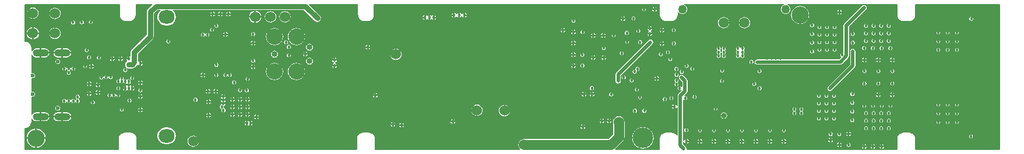
<source format=gbr>
%TF.GenerationSoftware,Altium Limited,Altium Designer,19.0.15 (446)*%
G04 Layer_Physical_Order=2*
G04 Layer_Color=36540*
%FSLAX26Y26*%
%MOIN*%
%TF.FileFunction,Copper,L2,Inr,Signal*%
%TF.Part,Single*%
G01*
G75*
%TA.AperFunction,Conductor*%
%ADD56C,0.020000*%
%ADD62C,0.030000*%
%TA.AperFunction,ComponentPad*%
G04:AMPARAMS|DCode=65|XSize=39.37mil|YSize=90.551mil|CornerRadius=19.685mil|HoleSize=0mil|Usage=FLASHONLY|Rotation=270.000|XOffset=0mil|YOffset=0mil|HoleType=Round|Shape=RoundedRectangle|*
%AMROUNDEDRECTD65*
21,1,0.039370,0.051181,0,0,270.0*
21,1,0.000000,0.090551,0,0,270.0*
1,1,0.039370,-0.025591,0.000000*
1,1,0.039370,-0.025591,0.000000*
1,1,0.039370,0.025591,0.000000*
1,1,0.039370,0.025591,0.000000*
%
%ADD65ROUNDEDRECTD65*%
%ADD66C,0.059843*%
%ADD67C,0.050000*%
%ADD68R,0.059843X0.059843*%
%TA.AperFunction,ViaPad*%
%ADD69C,0.060000*%
%ADD70C,0.098425*%
%TA.AperFunction,ComponentPad*%
%ADD71C,0.093504*%
%ADD72C,0.033465*%
%ADD73O,0.090551X0.078740*%
%ADD74C,0.060000*%
%ADD75C,0.118110*%
%ADD76C,0.018000*%
%TA.AperFunction,ViaPad*%
%ADD77C,0.018000*%
%ADD78C,0.023622*%
%ADD79C,0.032000*%
%TA.AperFunction,Conductor*%
%ADD80C,0.055000*%
G36*
X5399898Y1244421D02*
X5402567Y1240527D01*
X5402607Y1235542D01*
Y1181472D01*
X5402600D01*
X5403785Y1172468D01*
X5407260Y1164079D01*
X5412788Y1156874D01*
X5419993Y1151346D01*
X5428383Y1147871D01*
X5436435Y1146811D01*
X5437425Y1146614D01*
X5468921D01*
X5469989Y1146826D01*
X5477924Y1147871D01*
X5486314Y1151346D01*
X5493519Y1156874D01*
X5499047Y1164079D01*
X5502522Y1172468D01*
X5503628Y1180871D01*
X5503740Y1181432D01*
Y1240290D01*
X5503779Y1240487D01*
X5503779D01*
X5506448Y1244382D01*
X5508054Y1245047D01*
X5508291Y1245000D01*
X5984669D01*
X5984906Y1245047D01*
X5987963Y1243781D01*
X5989229Y1240725D01*
X5989182Y1240487D01*
Y413716D01*
X5989186Y413696D01*
X5989182Y413677D01*
X5989182D01*
X5986512Y409782D01*
X5984906Y409117D01*
X5984669Y409164D01*
X5508291D01*
X5508049Y409116D01*
X5504968Y410392D01*
X5503691Y413473D01*
X5503740Y413716D01*
Y472771D01*
X5503747D01*
X5502560Y481784D01*
X5499081Y490184D01*
X5493547Y497396D01*
X5486334Y502931D01*
X5477935Y506410D01*
X5468921Y507596D01*
Y507589D01*
X5468921Y507589D01*
X5437425D01*
Y507596D01*
X5428412Y506410D01*
X5420012Y502931D01*
X5412800Y497396D01*
X5407266Y490184D01*
X5403786Y481784D01*
X5402600Y472771D01*
X5402607D01*
Y413716D01*
X5402656Y413467D01*
X5401967Y411802D01*
X5398059Y409164D01*
X5393135Y409164D01*
X4199029D01*
X4194929Y414164D01*
X4195294Y416000D01*
X4194130Y421853D01*
X4190815Y426814D01*
X4176294Y441335D01*
Y454651D01*
X4181294Y455144D01*
X4181812Y452538D01*
X4184907Y447906D01*
X4189538Y444812D01*
X4190000Y444720D01*
Y458000D01*
Y471280D01*
X4189538Y471188D01*
X4184907Y468094D01*
X4181812Y463462D01*
X4181294Y460856D01*
X4176294Y461349D01*
Y696217D01*
X4180008Y697658D01*
X4181294Y697919D01*
X4184708Y695638D01*
X4189000Y694784D01*
X4193292Y695638D01*
X4196931Y698069D01*
X4199362Y701708D01*
X4200216Y706000D01*
X4199362Y710292D01*
X4196931Y713931D01*
X4193292Y716362D01*
X4189000Y717216D01*
X4187184Y716854D01*
X4184721Y721462D01*
X4197815Y734556D01*
X4201130Y739517D01*
X4202294Y745370D01*
Y805000D01*
X4201130Y810853D01*
X4197815Y815814D01*
X4178814Y834814D01*
X4173853Y838130D01*
X4168000Y839294D01*
X4162147Y838130D01*
X4157186Y834814D01*
X4153870Y829853D01*
X4152706Y824000D01*
X4153870Y818147D01*
X4157186Y813186D01*
X4171706Y798665D01*
Y770283D01*
X4166706Y768766D01*
X4165923Y769938D01*
X4162284Y772370D01*
X4157992Y773223D01*
X4153700Y772370D01*
X4150061Y769938D01*
X4147630Y766300D01*
X4146777Y762008D01*
X4147630Y757716D01*
X4150061Y754077D01*
X4153700Y751646D01*
X4157992Y750792D01*
X4162284Y751646D01*
X4163325Y752341D01*
X4168981Y750339D01*
X4169253Y749252D01*
X4150186Y730184D01*
X4146870Y725223D01*
X4145706Y719370D01*
Y662813D01*
X4140762Y662037D01*
X4137668Y666668D01*
X4133037Y669763D01*
X4132575Y669855D01*
Y656575D01*
Y643295D01*
X4133037Y643387D01*
X4137668Y646481D01*
X4140762Y651112D01*
X4145706Y650336D01*
Y491814D01*
X4141204Y490329D01*
X4140706Y490375D01*
X4135318Y497396D01*
X4128106Y502931D01*
X4119707Y506410D01*
X4110693Y507596D01*
Y507589D01*
X4110693Y507589D01*
X4079197D01*
Y507596D01*
X4070183Y506410D01*
X4061784Y502931D01*
X4054572Y497396D01*
X4049037Y490184D01*
X4045558Y481784D01*
X4044372Y472771D01*
X4044378D01*
Y413716D01*
X4044428Y413467D01*
X4043738Y411802D01*
X4039831Y409164D01*
X4034907Y409164D01*
X3788250D01*
X3786552Y414164D01*
X3787408Y414821D01*
X3832037Y459450D01*
X3837247Y466239D01*
X3840522Y474145D01*
X3841639Y482629D01*
Y569500D01*
X3840522Y577984D01*
X3837247Y585890D01*
X3832037Y592679D01*
X3825249Y597889D01*
X3817343Y601163D01*
X3808858Y602280D01*
X3800374Y601163D01*
X3792468Y597889D01*
X3785679Y592679D01*
X3780470Y585890D01*
X3777195Y577984D01*
X3776078Y569500D01*
Y496207D01*
X3750651Y470780D01*
X3267000D01*
X3258516Y469663D01*
X3250610Y466389D01*
X3243821Y461179D01*
X3238611Y454390D01*
X3235337Y446484D01*
X3234220Y438000D01*
X3235337Y429516D01*
X3238611Y421610D01*
X3243821Y414821D01*
X3244677Y414164D01*
X3242979Y409164D01*
X2417811D01*
X2417569Y409116D01*
X2414487Y410392D01*
X2413214Y413467D01*
X2413263Y413716D01*
Y472771D01*
X2413266D01*
X2412080Y481784D01*
X2408601Y490184D01*
X2403066Y497396D01*
X2395854Y502931D01*
X2387454Y506410D01*
X2378441Y507596D01*
Y507589D01*
X2346945D01*
Y507596D01*
X2337931Y506410D01*
X2329532Y502931D01*
X2322320Y497396D01*
X2316785Y490184D01*
X2313306Y481784D01*
X2312119Y472771D01*
X2312126D01*
Y413716D01*
X2312176Y413467D01*
X2310902Y410392D01*
X2307821Y409116D01*
X2307579Y409164D01*
X1055642D01*
X1055399Y409116D01*
X1052318Y410392D01*
X1051044Y413467D01*
X1051094Y413716D01*
Y472399D01*
X1051097Y472771D01*
X1051097D01*
X1049910Y481784D01*
X1046431Y490184D01*
X1040897Y497396D01*
X1033684Y502931D01*
X1025285Y506410D01*
X1016272Y507596D01*
Y507589D01*
X984776D01*
Y507596D01*
X975762Y506410D01*
X967363Y502931D01*
X960150Y497396D01*
X954616Y490184D01*
X951137Y481784D01*
X949950Y472771D01*
X949957D01*
Y413716D01*
X950007Y413467D01*
X948733Y410392D01*
X945652Y409116D01*
X945409Y409164D01*
X413925D01*
X413683Y409116D01*
X410601Y410392D01*
X409325Y413473D01*
X409373Y413716D01*
Y530063D01*
X409325Y530305D01*
X410016Y531973D01*
X413925Y534607D01*
X422939Y535794D01*
X431338Y539273D01*
X438550Y544808D01*
X444085Y552020D01*
X447564Y560419D01*
X448751Y569433D01*
X448744D01*
Y587516D01*
X449566Y587835D01*
X453744Y588348D01*
X458613Y581061D01*
X466778Y575605D01*
X476409Y573690D01*
X497000D01*
Y598858D01*
Y624027D01*
X476409D01*
X466778Y622111D01*
X458613Y616655D01*
X453744Y609368D01*
X449566Y609881D01*
X448744Y610200D01*
Y711946D01*
X453744Y715291D01*
X456724Y714698D01*
X462113Y715770D01*
X466682Y718822D01*
X469734Y723391D01*
X470806Y728779D01*
X469734Y734168D01*
X466682Y738737D01*
X462113Y741789D01*
X456724Y742861D01*
X453744Y742268D01*
X448744Y745613D01*
X448743Y818245D01*
X453744Y821590D01*
X456724Y820997D01*
X462113Y822069D01*
X466682Y825121D01*
X469734Y829690D01*
X470806Y835079D01*
X469734Y840467D01*
X466682Y845036D01*
X462113Y848088D01*
X456724Y849160D01*
X453744Y848567D01*
X448743Y851912D01*
Y953658D01*
X449567Y953977D01*
X453743Y954490D01*
X458613Y947203D01*
X466778Y941747D01*
X476409Y939831D01*
X497000D01*
Y965000D01*
Y990169D01*
X476409D01*
X466778Y988253D01*
X458613Y982797D01*
X453743Y975510D01*
X449567Y976023D01*
X448743Y976342D01*
Y994630D01*
X448751D01*
X447564Y1003643D01*
X444085Y1012043D01*
X438550Y1019255D01*
X431338Y1024790D01*
X422939Y1028269D01*
X413925Y1029455D01*
X410016Y1032089D01*
X409328Y1033750D01*
X409378Y1033997D01*
X409412Y1235487D01*
X409413Y1240487D01*
X412082Y1244382D01*
X413688Y1245047D01*
X413925Y1245000D01*
X951311D01*
X951548Y1245047D01*
X953154Y1244382D01*
X955823Y1240487D01*
X955867Y1235504D01*
Y1181432D01*
X955975Y1180890D01*
X957088Y1172429D01*
X960564Y1164039D01*
X966092Y1156835D01*
X973296Y1151307D01*
X981686Y1147832D01*
X990194Y1146712D01*
X990685Y1146614D01*
X1010366D01*
X1010909Y1146722D01*
X1019369Y1147836D01*
X1027759Y1151311D01*
X1034963Y1156839D01*
X1040492Y1164043D01*
X1043967Y1172433D01*
X1045086Y1180940D01*
X1045185Y1181432D01*
Y1240246D01*
X1045224Y1240444D01*
X1045224D01*
X1047059Y1243121D01*
X1049736Y1244956D01*
X1054720Y1245000D01*
X1138629D01*
X1140542Y1240380D01*
X1114581Y1214419D01*
X1110160Y1207804D01*
X1108608Y1200000D01*
Y1068374D01*
X1023581Y983347D01*
X1019160Y976731D01*
X1017608Y968928D01*
Y947207D01*
X1012608Y944535D01*
X1011148Y945510D01*
X1010685Y945602D01*
Y932323D01*
X1005685D01*
Y927323D01*
X992405D01*
X992497Y926860D01*
X995592Y922229D01*
X997779Y920768D01*
X997824Y918530D01*
X997130Y915188D01*
X991266Y911270D01*
X986846Y904654D01*
X985293Y896850D01*
X986846Y889047D01*
X991266Y882431D01*
X992999Y881273D01*
X990292Y877102D01*
X989749Y877210D01*
X986000Y877956D01*
X981708Y877102D01*
X978069Y874671D01*
X975638Y871032D01*
X974784Y866740D01*
X975638Y862448D01*
X978069Y858809D01*
X981708Y856378D01*
X986000Y855524D01*
X990292Y856378D01*
X993931Y858809D01*
X996362Y862448D01*
X997216Y866740D01*
X996362Y871032D01*
X994239Y874210D01*
X993931Y874671D01*
X996749Y878768D01*
X997881Y878011D01*
X1005685Y876459D01*
X1024850D01*
X1032654Y878011D01*
X1039270Y882431D01*
X1052419Y895581D01*
X1052419Y895581D01*
X1054931Y899340D01*
X1056284Y899619D01*
X1060715Y898997D01*
X1062907Y895718D01*
X1067537Y892623D01*
X1068000Y892531D01*
Y905811D01*
Y919091D01*
X1067537Y918999D01*
X1063392Y916229D01*
X1061131Y916787D01*
X1058392Y918148D01*
Y960481D01*
X1143419Y1045508D01*
X1147840Y1052124D01*
X1149392Y1059928D01*
Y1191553D01*
X1170273Y1212435D01*
X1185625D01*
X1187323Y1207435D01*
X1183196Y1204268D01*
X1175618Y1194393D01*
X1170855Y1182893D01*
X1169230Y1170551D01*
X1170855Y1158210D01*
X1175618Y1146709D01*
X1183196Y1136834D01*
X1193072Y1129256D01*
X1204572Y1124493D01*
X1216913Y1122868D01*
X1228724D01*
X1241066Y1124493D01*
X1252566Y1129256D01*
X1262442Y1136834D01*
X1270020Y1146709D01*
X1274783Y1158210D01*
X1276408Y1170551D01*
X1274783Y1182893D01*
X1270020Y1194393D01*
X1262442Y1204268D01*
X1258315Y1207435D01*
X1260012Y1212435D01*
X2007608D01*
X2070841Y1149202D01*
X2077456Y1144782D01*
X2085260Y1143230D01*
X2093063Y1144782D01*
X2099679Y1149202D01*
X2104099Y1155818D01*
X2105652Y1163622D01*
X2104099Y1171425D01*
X2099679Y1178041D01*
X2037339Y1240380D01*
X2039253Y1245000D01*
X2313488D01*
X2313788Y1245059D01*
X2315320Y1244425D01*
X2317989Y1240531D01*
X2318036Y1235549D01*
Y1181432D01*
X2318149Y1180863D01*
X2319254Y1172472D01*
X2322729Y1164083D01*
X2328257Y1156878D01*
X2335461Y1151350D01*
X2343851Y1147875D01*
X2351727Y1146838D01*
X2352854Y1146614D01*
X2372535D01*
X2373729Y1146851D01*
X2381535Y1147879D01*
X2389924Y1151354D01*
X2397129Y1156882D01*
X2402657Y1164087D01*
X2406132Y1172476D01*
X2407227Y1180797D01*
X2407354Y1181432D01*
Y1240309D01*
X2407389Y1240487D01*
X2407389D01*
X2410059Y1244382D01*
X2411664Y1245047D01*
X2411902Y1245000D01*
X4039827D01*
X4040064Y1245047D01*
X4041670Y1244382D01*
X4044339Y1240487D01*
X4044378Y1235502D01*
Y1181432D01*
X4044372D01*
X4045557Y1172429D01*
X4049032Y1164039D01*
X4054560Y1156835D01*
X4061765Y1151307D01*
X4070154Y1147832D01*
X4078791Y1146695D01*
X4079197Y1146614D01*
X4110693D01*
X4111176Y1146710D01*
X4119696Y1147832D01*
X4128086Y1151307D01*
X4135290Y1156835D01*
X4140818Y1164039D01*
X4144293Y1172429D01*
X4145415Y1180949D01*
X4145511Y1181432D01*
Y1198136D01*
X4150511Y1199834D01*
X4153523Y1195909D01*
X4159163Y1191581D01*
X4165731Y1188860D01*
X4172780Y1187932D01*
X4179828Y1188860D01*
X4186396Y1191581D01*
X4192036Y1195909D01*
X4196364Y1201549D01*
X4199085Y1208117D01*
X4200013Y1215165D01*
X4199085Y1222214D01*
X4196364Y1228782D01*
X4192036Y1234422D01*
X4186396Y1238750D01*
X4183379Y1240000D01*
X4184373Y1245000D01*
X4751737D01*
X4752732Y1240000D01*
X4749714Y1238750D01*
X4744074Y1234422D01*
X4739746Y1228782D01*
X4737026Y1222214D01*
X4736098Y1215165D01*
X4737026Y1208117D01*
X4739746Y1201549D01*
X4744074Y1195909D01*
X4749714Y1191581D01*
X4756282Y1188860D01*
X4763331Y1187932D01*
X4770379Y1188860D01*
X4776947Y1191581D01*
X4782587Y1195909D01*
X4786915Y1201549D01*
X4789636Y1208117D01*
X4790564Y1215165D01*
X4789636Y1222214D01*
X4786915Y1228782D01*
X4782587Y1234422D01*
X4776947Y1238750D01*
X4773930Y1240000D01*
X4774924Y1245000D01*
X5209633D01*
X5210126Y1240000D01*
X5209108Y1239797D01*
X5206147Y1239208D01*
X5201186Y1235893D01*
X5099186Y1133893D01*
X5095870Y1128931D01*
X5094706Y1123079D01*
Y967085D01*
X5089706Y964126D01*
X5087000Y964664D01*
X5082708Y963811D01*
X5079069Y961379D01*
X5076638Y957741D01*
X5075784Y953449D01*
X5076638Y949157D01*
X5079069Y945518D01*
X5079668Y945118D01*
X5080448Y938827D01*
X5068915Y927294D01*
X4601000D01*
X4595147Y926130D01*
X4590186Y922814D01*
X4586870Y917853D01*
X4585706Y912000D01*
X4586870Y906147D01*
X4590186Y901186D01*
X4595147Y897870D01*
X4601000Y896706D01*
X5075250D01*
X5081102Y897870D01*
X5086064Y901186D01*
X5120814Y935936D01*
X5124130Y940898D01*
X5125294Y946750D01*
Y1116744D01*
X5222814Y1214264D01*
X5226130Y1219226D01*
X5227294Y1225079D01*
X5226130Y1230931D01*
X5222814Y1235893D01*
X5217853Y1239208D01*
X5214892Y1239797D01*
X5213874Y1240000D01*
X5214367Y1245000D01*
X5398055D01*
X5398356Y1245060D01*
X5399898Y1244421D01*
D02*
G37*
%LPC*%
G36*
X4019000Y1228568D02*
Y1220288D01*
X4027280D01*
X4027188Y1220751D01*
X4024093Y1225382D01*
X4019463Y1228476D01*
X4019000Y1228568D01*
D02*
G37*
G36*
X4009000D02*
X4008537Y1228476D01*
X4003907Y1225382D01*
X4000812Y1220751D01*
X4000720Y1220288D01*
X4009000D01*
Y1228568D01*
D02*
G37*
G36*
X3953000Y1226504D02*
X3948708Y1225650D01*
X3945069Y1223219D01*
X3942638Y1219580D01*
X3941785Y1215288D01*
X3942638Y1210996D01*
X3945069Y1207358D01*
X3948708Y1204926D01*
X3953000Y1204073D01*
X3957292Y1204926D01*
X3960931Y1207358D01*
X3963362Y1210996D01*
X3964215Y1215288D01*
X3963362Y1219580D01*
X3960931Y1223219D01*
X3957292Y1225650D01*
X3953000Y1226504D01*
D02*
G37*
G36*
X4027280Y1210288D02*
X4019000D01*
Y1202008D01*
X4019463Y1202100D01*
X4024093Y1205195D01*
X4027188Y1209826D01*
X4027280Y1210288D01*
D02*
G37*
G36*
X4009000D02*
X4000720D01*
X4000812Y1209826D01*
X4003907Y1205195D01*
X4008537Y1202100D01*
X4009000Y1202008D01*
Y1210288D01*
D02*
G37*
G36*
X5076425Y1210280D02*
Y1202000D01*
X5084705D01*
X5084613Y1202463D01*
X5081519Y1207093D01*
X5076888Y1210188D01*
X5076425Y1210280D01*
D02*
G37*
G36*
X5066425D02*
X5065963Y1210188D01*
X5061332Y1207093D01*
X5058238Y1202463D01*
X5058145Y1202000D01*
X5066425D01*
Y1210280D01*
D02*
G37*
G36*
X1580472Y1200993D02*
Y1192713D01*
X1588752D01*
X1588660Y1193176D01*
X1585566Y1197807D01*
X1580935Y1200901D01*
X1580472Y1200993D01*
D02*
G37*
G36*
X1570472D02*
X1570010Y1200901D01*
X1565379Y1197807D01*
X1562284Y1193176D01*
X1562192Y1192713D01*
X1570472D01*
Y1200993D01*
D02*
G37*
G36*
X1535472D02*
Y1192713D01*
X1543752D01*
X1543660Y1193176D01*
X1540566Y1197807D01*
X1535935Y1200901D01*
X1535472Y1200993D01*
D02*
G37*
G36*
X1525472D02*
X1525010Y1200901D01*
X1520379Y1197807D01*
X1517284Y1193176D01*
X1517192Y1192713D01*
X1525472D01*
Y1200993D01*
D02*
G37*
G36*
X1490472D02*
Y1192713D01*
X1498752D01*
X1498660Y1193176D01*
X1495566Y1197807D01*
X1490935Y1200901D01*
X1490472Y1200993D01*
D02*
G37*
G36*
X1480472D02*
X1480010Y1200901D01*
X1475379Y1197807D01*
X1472284Y1193176D01*
X1472192Y1192713D01*
X1480472D01*
Y1200993D01*
D02*
G37*
G36*
X2890000Y1194280D02*
X2889537Y1194188D01*
X2884907Y1191093D01*
X2883419Y1188868D01*
X2877581D01*
X2876093Y1191093D01*
X2871463Y1194188D01*
X2871000Y1194280D01*
Y1181000D01*
Y1167720D01*
X2871463Y1167812D01*
X2876093Y1170907D01*
X2877581Y1173132D01*
X2883419D01*
X2884907Y1170907D01*
X2889537Y1167812D01*
X2890000Y1167720D01*
Y1181000D01*
Y1194280D01*
D02*
G37*
G36*
X2920000D02*
X2919537Y1194188D01*
X2914907Y1191093D01*
X2912778Y1187908D01*
X2912164Y1187714D01*
X2907836D01*
X2907222Y1187908D01*
X2905093Y1191093D01*
X2900463Y1194188D01*
X2900000Y1194280D01*
Y1181000D01*
Y1167720D01*
X2900463Y1167812D01*
X2905093Y1170907D01*
X2907222Y1174092D01*
X2907836Y1174286D01*
X2912164D01*
X2912778Y1174092D01*
X2914907Y1170907D01*
X2919537Y1167812D01*
X2920000Y1167720D01*
Y1181000D01*
Y1194280D01*
D02*
G37*
G36*
X2930000D02*
Y1186000D01*
X2938280D01*
X2938188Y1186463D01*
X2935093Y1191093D01*
X2930463Y1194188D01*
X2930000Y1194280D01*
D02*
G37*
G36*
X2861000D02*
X2860537Y1194188D01*
X2855907Y1191093D01*
X2852812Y1186463D01*
X2852720Y1186000D01*
X2861000D01*
Y1194280D01*
D02*
G37*
G36*
X5084705Y1192000D02*
X5076425D01*
Y1183720D01*
X5076888Y1183812D01*
X5081519Y1186907D01*
X5084613Y1191537D01*
X5084705Y1192000D01*
D02*
G37*
G36*
X5066425D02*
X5058145D01*
X5058238Y1191537D01*
X5061332Y1186907D01*
X5065963Y1183812D01*
X5066425Y1183720D01*
Y1192000D01*
D02*
G37*
G36*
X2746000Y1181366D02*
X2745537Y1181274D01*
X2740907Y1178180D01*
X2736093D01*
X2731463Y1181274D01*
X2731000Y1181366D01*
Y1168087D01*
Y1154807D01*
X2731463Y1154899D01*
X2736093Y1157993D01*
X2740907D01*
X2745537Y1154899D01*
X2746000Y1154807D01*
Y1168087D01*
Y1181366D01*
D02*
G37*
G36*
X2721000D02*
X2720537Y1181274D01*
X2715907Y1178180D01*
X2711093D01*
X2706463Y1181274D01*
X2706000Y1181366D01*
Y1168087D01*
Y1154807D01*
X2706463Y1154899D01*
X2711093Y1157993D01*
X2715907D01*
X2720537Y1154899D01*
X2721000Y1154807D01*
Y1168087D01*
Y1181366D01*
D02*
G37*
G36*
X1734000Y1206644D02*
Y1177000D01*
X1763644D01*
X1763099Y1181137D01*
X1759572Y1189651D01*
X1753962Y1196962D01*
X1746651Y1202572D01*
X1738137Y1206099D01*
X1734000Y1206644D01*
D02*
G37*
G36*
X1724000D02*
X1719863Y1206099D01*
X1711349Y1202572D01*
X1704038Y1196962D01*
X1698428Y1189651D01*
X1694901Y1181137D01*
X1694356Y1177000D01*
X1724000D01*
Y1206644D01*
D02*
G37*
G36*
X1588752Y1182713D02*
X1580472D01*
Y1174434D01*
X1580935Y1174526D01*
X1585566Y1177620D01*
X1588660Y1182251D01*
X1588752Y1182713D01*
D02*
G37*
G36*
X1570472D02*
X1562192D01*
X1562284Y1182251D01*
X1565379Y1177620D01*
X1570010Y1174526D01*
X1570472Y1174434D01*
Y1182713D01*
D02*
G37*
G36*
X1543752D02*
X1535472D01*
Y1174434D01*
X1535935Y1174526D01*
X1540566Y1177620D01*
X1543660Y1182251D01*
X1543752Y1182713D01*
D02*
G37*
G36*
X1525472D02*
X1517192D01*
X1517284Y1182251D01*
X1520379Y1177620D01*
X1525010Y1174526D01*
X1525472Y1174434D01*
Y1182713D01*
D02*
G37*
G36*
X1498752D02*
X1490472D01*
Y1174434D01*
X1490935Y1174526D01*
X1495566Y1177620D01*
X1498660Y1182251D01*
X1498752Y1182713D01*
D02*
G37*
G36*
X1480472D02*
X1472192D01*
X1472284Y1182251D01*
X1475379Y1177620D01*
X1480010Y1174526D01*
X1480472Y1174434D01*
Y1182713D01*
D02*
G37*
G36*
X2756000Y1181366D02*
Y1173087D01*
X2764280D01*
X2764188Y1173549D01*
X2761093Y1178180D01*
X2756463Y1181274D01*
X2756000Y1181366D01*
D02*
G37*
G36*
X2696000D02*
X2695537Y1181274D01*
X2690907Y1178180D01*
X2687812Y1173549D01*
X2687720Y1173087D01*
X2696000D01*
Y1181366D01*
D02*
G37*
G36*
X2938280Y1176000D02*
X2930000D01*
Y1167720D01*
X2930463Y1167812D01*
X2935093Y1170907D01*
X2938188Y1175537D01*
X2938280Y1176000D01*
D02*
G37*
G36*
X2861000D02*
X2852720D01*
X2852812Y1175537D01*
X2855907Y1170907D01*
X2860537Y1167812D01*
X2861000Y1167720D01*
Y1176000D01*
D02*
G37*
G36*
X3838000Y1175418D02*
Y1167139D01*
X3846280D01*
X3846188Y1167601D01*
X3843093Y1172232D01*
X3838463Y1175326D01*
X3838000Y1175418D01*
D02*
G37*
G36*
X3828000D02*
X3827537Y1175326D01*
X3822907Y1172232D01*
X3819812Y1167601D01*
X3819720Y1167139D01*
X3828000D01*
Y1175418D01*
D02*
G37*
G36*
X458000Y1225276D02*
X449646Y1224176D01*
X441862Y1220952D01*
X435177Y1215823D01*
X430048Y1209138D01*
X426824Y1201354D01*
X425724Y1193000D01*
X426824Y1184646D01*
X430048Y1176862D01*
X435177Y1170177D01*
X441862Y1165048D01*
X449646Y1161824D01*
X458000Y1160724D01*
X466354Y1161824D01*
X474138Y1165048D01*
X480823Y1170177D01*
X485952Y1176862D01*
X489176Y1184646D01*
X490276Y1193000D01*
X489176Y1201354D01*
X485952Y1209138D01*
X480823Y1215823D01*
X474138Y1220952D01*
X466354Y1224176D01*
X458000Y1225276D01*
D02*
G37*
G36*
X584000Y1224240D02*
X575646Y1223140D01*
X567862Y1219915D01*
X561177Y1214786D01*
X556048Y1208102D01*
X552824Y1200317D01*
X551724Y1191964D01*
X552824Y1183610D01*
X556048Y1175825D01*
X561177Y1169141D01*
X567862Y1164012D01*
X575646Y1160787D01*
X584000Y1159687D01*
X592354Y1160787D01*
X600138Y1164012D01*
X606823Y1169141D01*
X611952Y1175825D01*
X615176Y1183610D01*
X616276Y1191964D01*
X615176Y1200317D01*
X611952Y1208102D01*
X606823Y1214786D01*
X600138Y1219915D01*
X592354Y1223140D01*
X584000Y1224240D01*
D02*
G37*
G36*
X2764280Y1163087D02*
X2756000D01*
Y1154807D01*
X2756463Y1154899D01*
X2761093Y1157993D01*
X2764188Y1162624D01*
X2764280Y1163087D01*
D02*
G37*
G36*
X2696000D02*
X2687720D01*
X2687812Y1162624D01*
X2690907Y1157993D01*
X2695537Y1154899D01*
X2696000Y1154807D01*
Y1163087D01*
D02*
G37*
G36*
X3893000Y1174338D02*
X3888708Y1173485D01*
X3885069Y1171053D01*
X3882638Y1167415D01*
X3881785Y1163123D01*
X3882638Y1158831D01*
X3885069Y1155192D01*
X3888708Y1152761D01*
X3893000Y1151907D01*
X3897292Y1152761D01*
X3900931Y1155192D01*
X3903362Y1158831D01*
X3904215Y1163123D01*
X3903362Y1167415D01*
X3900931Y1171053D01*
X3897292Y1173485D01*
X3893000Y1174338D01*
D02*
G37*
G36*
X5825000Y1172216D02*
X5820708Y1171362D01*
X5817069Y1168931D01*
X5814638Y1165292D01*
X5813784Y1161000D01*
X5814638Y1156708D01*
X5817069Y1153069D01*
X5820708Y1150638D01*
X5825000Y1149784D01*
X5829292Y1150638D01*
X5832931Y1153069D01*
X5835362Y1156708D01*
X5836216Y1161000D01*
X5835362Y1165292D01*
X5832931Y1168931D01*
X5829292Y1171362D01*
X5825000Y1172216D01*
D02*
G37*
G36*
X3846280Y1157139D02*
X3838000D01*
Y1148859D01*
X3838463Y1148951D01*
X3843093Y1152045D01*
X3846188Y1156676D01*
X3846280Y1157139D01*
D02*
G37*
G36*
X3828000D02*
X3819720D01*
X3819812Y1156676D01*
X3822907Y1152045D01*
X3827537Y1148951D01*
X3828000Y1148859D01*
Y1157139D01*
D02*
G37*
G36*
X1900000Y1204276D02*
X1891646Y1203176D01*
X1883862Y1199952D01*
X1877177Y1194823D01*
X1872048Y1188138D01*
X1868824Y1180354D01*
X1867724Y1172000D01*
X1868824Y1163646D01*
X1872048Y1155862D01*
X1877177Y1149177D01*
X1883862Y1144048D01*
X1891646Y1140824D01*
X1900000Y1139724D01*
X1908354Y1140824D01*
X1916138Y1144048D01*
X1922823Y1149177D01*
X1927952Y1155862D01*
X1931176Y1163646D01*
X1932276Y1172000D01*
X1931176Y1180354D01*
X1927952Y1188138D01*
X1922823Y1194823D01*
X1916138Y1199952D01*
X1908354Y1203176D01*
X1900000Y1204276D01*
D02*
G37*
G36*
X1817000D02*
X1808646Y1203176D01*
X1800862Y1199952D01*
X1794177Y1194823D01*
X1789048Y1188138D01*
X1785824Y1180354D01*
X1784724Y1172000D01*
X1785824Y1163646D01*
X1789048Y1155862D01*
X1794177Y1149177D01*
X1800862Y1144048D01*
X1808646Y1140824D01*
X1817000Y1139724D01*
X1825354Y1140824D01*
X1833138Y1144048D01*
X1839823Y1149177D01*
X1844952Y1155862D01*
X1848176Y1163646D01*
X1849276Y1172000D01*
X1848176Y1180354D01*
X1844952Y1188138D01*
X1839823Y1194823D01*
X1833138Y1199952D01*
X1825354Y1203176D01*
X1817000Y1204276D01*
D02*
G37*
G36*
X3549409Y1161216D02*
X3545117Y1160362D01*
X3541479Y1157931D01*
X3539048Y1154292D01*
X3538194Y1150000D01*
X3539048Y1145708D01*
X3541479Y1142069D01*
X3545117Y1139638D01*
X3549409Y1138784D01*
X3553701Y1139638D01*
X3557340Y1142069D01*
X3559771Y1145708D01*
X3560625Y1150000D01*
X3559771Y1154292D01*
X3557340Y1157931D01*
X3553701Y1160362D01*
X3549409Y1161216D01*
D02*
G37*
G36*
X1763644Y1167000D02*
X1734000D01*
Y1137356D01*
X1738137Y1137901D01*
X1746651Y1141428D01*
X1753962Y1147038D01*
X1759572Y1154349D01*
X1763099Y1162863D01*
X1763644Y1167000D01*
D02*
G37*
G36*
X1724000D02*
X1694356D01*
X1694901Y1162863D01*
X1698428Y1154349D01*
X1704038Y1147038D01*
X1711349Y1141428D01*
X1719863Y1137901D01*
X1724000Y1137356D01*
Y1167000D01*
D02*
G37*
G36*
X4846000Y1234655D02*
X4832631Y1232894D01*
X4820173Y1227734D01*
X4809475Y1219525D01*
X4801266Y1208827D01*
X4796106Y1196369D01*
X4794346Y1183000D01*
X4796106Y1169631D01*
X4801266Y1157173D01*
X4809475Y1146475D01*
X4820173Y1138266D01*
X4832631Y1133106D01*
X4846000Y1131345D01*
X4859369Y1133106D01*
X4871827Y1138266D01*
X4882525Y1146475D01*
X4890734Y1157173D01*
X4895894Y1169631D01*
X4897654Y1183000D01*
X4895894Y1196369D01*
X4890734Y1208827D01*
X4882525Y1219525D01*
X4871827Y1227734D01*
X4859369Y1232894D01*
X4846000Y1234655D01*
D02*
G37*
G36*
X789305Y1153056D02*
X785013Y1152202D01*
X781374Y1149771D01*
X778943Y1146132D01*
X778089Y1141841D01*
X778943Y1137549D01*
X781374Y1133910D01*
X785013Y1131479D01*
X789305Y1130625D01*
X793597Y1131479D01*
X797236Y1133910D01*
X799667Y1137549D01*
X800520Y1141841D01*
X799667Y1146132D01*
X797236Y1149771D01*
X793597Y1152202D01*
X789305Y1153056D01*
D02*
G37*
G36*
X738000Y1152003D02*
X733708Y1151149D01*
X730069Y1148718D01*
X727638Y1145079D01*
X726784Y1140787D01*
X727638Y1136495D01*
X730069Y1132857D01*
X733708Y1130426D01*
X738000Y1129572D01*
X742292Y1130426D01*
X745931Y1132857D01*
X748362Y1136495D01*
X749216Y1140787D01*
X748362Y1145079D01*
X745931Y1148718D01*
X742292Y1151149D01*
X738000Y1152003D01*
D02*
G37*
G36*
X687884Y1151332D02*
X683592Y1150478D01*
X679953Y1148047D01*
X677522Y1144408D01*
X676668Y1140116D01*
X677522Y1135824D01*
X679953Y1132186D01*
X683592Y1129754D01*
X687884Y1128901D01*
X692176Y1129754D01*
X695814Y1132186D01*
X698246Y1135824D01*
X699099Y1140116D01*
X698246Y1144408D01*
X695814Y1148047D01*
X692176Y1150478D01*
X687884Y1151332D01*
D02*
G37*
G36*
X4914795Y1135216D02*
X4910503Y1134362D01*
X4906865Y1131931D01*
X4904433Y1128292D01*
X4903580Y1124000D01*
X4904433Y1119708D01*
X4906865Y1116069D01*
X4910503Y1113638D01*
X4914795Y1112784D01*
X4919087Y1113638D01*
X4922726Y1116069D01*
X4925157Y1119708D01*
X4926011Y1124000D01*
X4925157Y1128292D01*
X4922726Y1131931D01*
X4919087Y1134362D01*
X4914795Y1135216D01*
D02*
G37*
G36*
X3990000Y1119280D02*
Y1111000D01*
X3998280D01*
X3998188Y1111463D01*
X3995093Y1116093D01*
X3990463Y1119188D01*
X3990000Y1119280D01*
D02*
G37*
G36*
X3980000D02*
X3979537Y1119188D01*
X3974907Y1116093D01*
X3971812Y1111463D01*
X3971720Y1111000D01*
X3980000D01*
Y1119280D01*
D02*
G37*
G36*
X1507362Y1132216D02*
X1503070Y1131362D01*
X1499431Y1128931D01*
X1497000Y1125292D01*
X1496147Y1121000D01*
X1497000Y1116708D01*
X1499431Y1113069D01*
X1503070Y1110638D01*
X1507362Y1109784D01*
X1511654Y1110638D01*
X1515293Y1113069D01*
X1517724Y1116708D01*
X1518578Y1121000D01*
X1517724Y1125292D01*
X1515293Y1128931D01*
X1511654Y1131362D01*
X1507362Y1132216D01*
D02*
G37*
G36*
X5351961Y1131964D02*
X5347669Y1131110D01*
X5344030Y1128679D01*
X5341599Y1125040D01*
X5340745Y1120748D01*
X5341599Y1116456D01*
X5344030Y1112817D01*
X5347669Y1110386D01*
X5351961Y1109533D01*
X5356253Y1110386D01*
X5359891Y1112817D01*
X5362323Y1116456D01*
X5363176Y1120748D01*
X5362323Y1125040D01*
X5359891Y1128679D01*
X5356253Y1131110D01*
X5351961Y1131964D01*
D02*
G37*
G36*
X5308654D02*
X5304362Y1131110D01*
X5300723Y1128679D01*
X5298292Y1125040D01*
X5297438Y1120748D01*
X5298292Y1116456D01*
X5300723Y1112817D01*
X5304362Y1110386D01*
X5308654Y1109533D01*
X5312946Y1110386D01*
X5316584Y1112817D01*
X5319015Y1116456D01*
X5319869Y1120748D01*
X5319015Y1125040D01*
X5316584Y1128679D01*
X5312946Y1131110D01*
X5308654Y1131964D01*
D02*
G37*
G36*
X5265346D02*
X5261055Y1131110D01*
X5257416Y1128679D01*
X5254985Y1125040D01*
X5254131Y1120748D01*
X5254985Y1116456D01*
X5257416Y1112817D01*
X5261055Y1110386D01*
X5265346Y1109533D01*
X5269639Y1110386D01*
X5273277Y1112817D01*
X5275708Y1116456D01*
X5276562Y1120748D01*
X5275708Y1125040D01*
X5273277Y1128679D01*
X5269639Y1131110D01*
X5265346Y1131964D01*
D02*
G37*
G36*
X5222039D02*
X5217747Y1131110D01*
X5214109Y1128679D01*
X5211678Y1125040D01*
X5210824Y1120748D01*
X5211678Y1116456D01*
X5214109Y1112817D01*
X5217747Y1110386D01*
X5222039Y1109533D01*
X5226331Y1110386D01*
X5229970Y1112817D01*
X5232401Y1116456D01*
X5233255Y1120748D01*
X5232401Y1125040D01*
X5229970Y1128679D01*
X5226331Y1131110D01*
X5222039Y1131964D01*
D02*
G37*
G36*
X4527110Y1170197D02*
X4518777Y1169100D01*
X4511012Y1165883D01*
X4504344Y1160766D01*
X4499227Y1154098D01*
X4496011Y1146333D01*
X4494914Y1138000D01*
X4496011Y1129667D01*
X4499227Y1121902D01*
X4504344Y1115234D01*
X4511012Y1110117D01*
X4518777Y1106900D01*
X4527110Y1105803D01*
X4535443Y1106900D01*
X4543209Y1110117D01*
X4549877Y1115234D01*
X4554993Y1121902D01*
X4558210Y1129667D01*
X4559307Y1138000D01*
X4558210Y1146333D01*
X4554993Y1154098D01*
X4549877Y1160766D01*
X4543209Y1165883D01*
X4535443Y1169100D01*
X4527110Y1170197D01*
D02*
G37*
G36*
X4409000D02*
X4400667Y1169100D01*
X4392902Y1165883D01*
X4386234Y1160766D01*
X4381117Y1154098D01*
X4377900Y1146333D01*
X4376803Y1138000D01*
X4377900Y1129667D01*
X4381117Y1121902D01*
X4386234Y1115234D01*
X4392902Y1110117D01*
X4400667Y1106900D01*
X4409000Y1105803D01*
X4417333Y1106900D01*
X4425098Y1110117D01*
X4431766Y1115234D01*
X4436883Y1121902D01*
X4440100Y1129667D01*
X4441197Y1138000D01*
X4440100Y1146333D01*
X4436883Y1154098D01*
X4431766Y1160766D01*
X4425098Y1165883D01*
X4417333Y1169100D01*
X4409000Y1170197D01*
D02*
G37*
G36*
X5042748Y1125176D02*
X5038456Y1124322D01*
X5034817Y1121891D01*
X5032386Y1118253D01*
X5031533Y1113961D01*
X5032386Y1109669D01*
X5034817Y1106030D01*
X5038456Y1103599D01*
X5042748Y1102745D01*
X5047040Y1103599D01*
X5050679Y1106030D01*
X5053110Y1109669D01*
X5053963Y1113961D01*
X5053110Y1118253D01*
X5050679Y1121891D01*
X5047040Y1124322D01*
X5042748Y1125176D01*
D02*
G37*
G36*
X4999441D02*
X4995149Y1124322D01*
X4991510Y1121891D01*
X4989079Y1118253D01*
X4988225Y1113961D01*
X4989079Y1109669D01*
X4991510Y1106030D01*
X4995149Y1103599D01*
X4999441Y1102745D01*
X5003733Y1103599D01*
X5007372Y1106030D01*
X5009803Y1109669D01*
X5010657Y1113961D01*
X5009803Y1118253D01*
X5007372Y1121891D01*
X5003733Y1124322D01*
X4999441Y1125176D01*
D02*
G37*
G36*
X4956134D02*
X4951842Y1124322D01*
X4948203Y1121891D01*
X4945772Y1118253D01*
X4944918Y1113961D01*
X4945772Y1109669D01*
X4948203Y1106030D01*
X4951842Y1103599D01*
X4956134Y1102745D01*
X4960426Y1103599D01*
X4964065Y1106030D01*
X4966496Y1109669D01*
X4967349Y1113961D01*
X4966496Y1118253D01*
X4964065Y1121891D01*
X4960426Y1124322D01*
X4956134Y1125176D01*
D02*
G37*
G36*
X3494000Y1109705D02*
Y1101425D01*
X3502280D01*
X3502188Y1101888D01*
X3499093Y1106519D01*
X3494463Y1109613D01*
X3494000Y1109705D01*
D02*
G37*
G36*
X3484000D02*
X3483537Y1109613D01*
X3478907Y1106519D01*
X3475812Y1101888D01*
X3475720Y1101425D01*
X3484000D01*
Y1109705D01*
D02*
G37*
G36*
X4060504Y1109280D02*
Y1101000D01*
X4068784D01*
X4068692Y1101463D01*
X4065597Y1106093D01*
X4060966Y1109188D01*
X4060504Y1109280D01*
D02*
G37*
G36*
X4050504D02*
X4050041Y1109188D01*
X4045410Y1106093D01*
X4042316Y1101463D01*
X4042224Y1101000D01*
X4050504D01*
Y1109280D01*
D02*
G37*
G36*
X3553425Y1098280D02*
Y1090000D01*
X3561705D01*
X3561613Y1090463D01*
X3558519Y1095093D01*
X3553888Y1098188D01*
X3553425Y1098280D01*
D02*
G37*
G36*
X3543425D02*
X3542963Y1098188D01*
X3538332Y1095093D01*
X3535238Y1090463D01*
X3535146Y1090000D01*
X3543425D01*
Y1098280D01*
D02*
G37*
G36*
X1482000Y1109216D02*
X1477708Y1108362D01*
X1474069Y1105931D01*
X1471638Y1102292D01*
X1470784Y1098000D01*
X1471638Y1093708D01*
X1474069Y1090069D01*
X1477708Y1087638D01*
X1482000Y1086784D01*
X1486292Y1087638D01*
X1489931Y1090069D01*
X1492362Y1093708D01*
X1493216Y1098000D01*
X1492362Y1102292D01*
X1489931Y1105931D01*
X1486292Y1108362D01*
X1482000Y1109216D01*
D02*
G37*
G36*
X4123496Y1107216D02*
X4119204Y1106362D01*
X4115565Y1103931D01*
X4113134Y1100292D01*
X4112280Y1096000D01*
X4113134Y1091708D01*
X4115565Y1088069D01*
X4119204Y1085638D01*
X4123496Y1084784D01*
X4127788Y1085638D01*
X4131427Y1088069D01*
X4133858Y1091708D01*
X4134712Y1096000D01*
X4133858Y1100292D01*
X4131427Y1103931D01*
X4127788Y1106362D01*
X4123496Y1107216D01*
D02*
G37*
G36*
X3502280Y1091425D02*
X3494000D01*
Y1083146D01*
X3494463Y1083237D01*
X3499093Y1086332D01*
X3502188Y1090963D01*
X3502280Y1091425D01*
D02*
G37*
G36*
X3484000D02*
X3475720D01*
X3475812Y1090963D01*
X3478907Y1086332D01*
X3483537Y1083237D01*
X3484000Y1083146D01*
Y1091425D01*
D02*
G37*
G36*
X4068784Y1091000D02*
X4060504D01*
Y1082720D01*
X4060966Y1082812D01*
X4065597Y1085907D01*
X4068692Y1090537D01*
X4068784Y1091000D01*
D02*
G37*
G36*
X4050504D02*
X4042224D01*
X4042316Y1090537D01*
X4045410Y1085907D01*
X4050041Y1082812D01*
X4050504Y1082720D01*
Y1091000D01*
D02*
G37*
G36*
X463000Y1112085D02*
Y1082441D01*
X492644D01*
X492099Y1086578D01*
X488572Y1095092D01*
X482962Y1102403D01*
X475651Y1108013D01*
X467137Y1111540D01*
X463000Y1112085D01*
D02*
G37*
G36*
X453000D02*
X448863Y1111540D01*
X440349Y1108013D01*
X433038Y1102403D01*
X427428Y1095092D01*
X423901Y1086578D01*
X423356Y1082441D01*
X453000D01*
Y1112085D01*
D02*
G37*
G36*
X3998280Y1101000D02*
X3971720D01*
X3971812Y1100537D01*
X3974907Y1095907D01*
X3978515Y1093495D01*
X3978919Y1089541D01*
X3978609Y1087899D01*
X3975907Y1086093D01*
X3972812Y1081463D01*
X3972720Y1081000D01*
X3999280D01*
X3999188Y1081463D01*
X3996093Y1086093D01*
X3992485Y1088505D01*
X3992081Y1092459D01*
X3992391Y1094101D01*
X3995093Y1095907D01*
X3998188Y1100537D01*
X3998280Y1101000D01*
D02*
G37*
G36*
X3920750Y1102969D02*
X3916458Y1102116D01*
X3912819Y1099685D01*
X3910388Y1096046D01*
X3909535Y1091754D01*
X3910388Y1087462D01*
X3912819Y1083823D01*
X3916458Y1081392D01*
X3920750Y1080539D01*
X3925042Y1081392D01*
X3928681Y1083823D01*
X3931112Y1087462D01*
X3931965Y1091754D01*
X3931112Y1096046D01*
X3928681Y1099685D01*
X3925042Y1102116D01*
X3920750Y1102969D01*
D02*
G37*
G36*
X1563543Y1083436D02*
Y1075156D01*
X1571823D01*
X1571731Y1075618D01*
X1568637Y1080249D01*
X1564006Y1083344D01*
X1563543Y1083436D01*
D02*
G37*
G36*
X1553543D02*
X1553081Y1083344D01*
X1548450Y1080249D01*
X1545355Y1075618D01*
X1545264Y1075156D01*
X1553543D01*
Y1083436D01*
D02*
G37*
G36*
X3601575Y1096216D02*
X3597283Y1095362D01*
X3593644Y1092931D01*
X3591213Y1089292D01*
X3590359Y1085000D01*
X3591213Y1080708D01*
X3593644Y1077069D01*
X3597283Y1074638D01*
X3601575Y1073784D01*
X3605867Y1074638D01*
X3609505Y1077069D01*
X3611937Y1080708D01*
X3612790Y1085000D01*
X3611937Y1089292D01*
X3609505Y1092931D01*
X3605867Y1095362D01*
X3601575Y1096216D01*
D02*
G37*
G36*
X1456181Y1080623D02*
X1451889Y1079770D01*
X1448250Y1077338D01*
X1445997Y1073966D01*
X1443997Y1073700D01*
X1442774D01*
X1440774Y1073966D01*
X1438521Y1077338D01*
X1434882Y1079770D01*
X1430590Y1080623D01*
X1426298Y1079770D01*
X1422660Y1077338D01*
X1420229Y1073700D01*
X1419375Y1069408D01*
X1420229Y1065116D01*
X1422660Y1061477D01*
X1426298Y1059046D01*
X1430590Y1058192D01*
X1434882Y1059046D01*
X1438521Y1061477D01*
X1440774Y1064849D01*
X1442774Y1065116D01*
X1443997D01*
X1445997Y1064849D01*
X1448250Y1061477D01*
X1451889Y1059046D01*
X1456181Y1058192D01*
X1460473Y1059046D01*
X1464112Y1061477D01*
X1466543Y1065116D01*
X1467397Y1069408D01*
X1466543Y1073700D01*
X1464112Y1077338D01*
X1460473Y1079770D01*
X1456181Y1080623D01*
D02*
G37*
G36*
X3561705Y1080000D02*
X3553425D01*
Y1071720D01*
X3553888Y1071812D01*
X3558519Y1074907D01*
X3561613Y1079537D01*
X3561705Y1080000D01*
D02*
G37*
G36*
X3543425D02*
X3535146D01*
X3535238Y1079537D01*
X3538332Y1074907D01*
X3542963Y1071812D01*
X3543425Y1071720D01*
Y1080000D01*
D02*
G37*
G36*
X5743500Y1092596D02*
X5739208Y1091742D01*
X5735569Y1089311D01*
X5733138Y1085672D01*
X5732284Y1081380D01*
X5733138Y1077088D01*
X5735569Y1073450D01*
X5739208Y1071019D01*
X5743500Y1070165D01*
X5747792Y1071019D01*
X5751431Y1073450D01*
X5753862Y1077088D01*
X5754716Y1081380D01*
X5753862Y1085672D01*
X5751431Y1089311D01*
X5747792Y1091742D01*
X5743500Y1092596D01*
D02*
G37*
G36*
X5690000D02*
X5685708Y1091742D01*
X5682069Y1089311D01*
X5679638Y1085672D01*
X5678784Y1081380D01*
X5679638Y1077088D01*
X5682069Y1073450D01*
X5685708Y1071019D01*
X5690000Y1070165D01*
X5694292Y1071019D01*
X5697931Y1073450D01*
X5700362Y1077088D01*
X5701216Y1081380D01*
X5700362Y1085672D01*
X5697931Y1089311D01*
X5694292Y1091742D01*
X5690000Y1092596D01*
D02*
G37*
G36*
X5636500D02*
X5632208Y1091742D01*
X5628569Y1089311D01*
X5626138Y1085672D01*
X5625284Y1081380D01*
X5626138Y1077088D01*
X5628569Y1073450D01*
X5632208Y1071019D01*
X5636500Y1070165D01*
X5640792Y1071019D01*
X5644431Y1073450D01*
X5646862Y1077088D01*
X5647716Y1081380D01*
X5646862Y1085672D01*
X5644431Y1089311D01*
X5640792Y1091742D01*
X5636500Y1092596D01*
D02*
G37*
G36*
X3667561Y1078121D02*
Y1069842D01*
X3675840D01*
X3675748Y1070304D01*
X3672654Y1074935D01*
X3668023Y1078029D01*
X3667561Y1078121D01*
D02*
G37*
G36*
X3657561D02*
X3657098Y1078029D01*
X3652467Y1074935D01*
X3649373Y1070304D01*
X3649281Y1069842D01*
X3657561D01*
Y1078121D01*
D02*
G37*
G36*
X3726000Y1077705D02*
Y1069425D01*
X3734280D01*
X3734188Y1069888D01*
X3731093Y1074519D01*
X3726463Y1077613D01*
X3726000Y1077705D01*
D02*
G37*
G36*
X3716000D02*
X3715537Y1077613D01*
X3710907Y1074519D01*
X3707812Y1069888D01*
X3707720Y1069425D01*
X3716000D01*
Y1077705D01*
D02*
G37*
G36*
X3855000Y1090806D02*
X3850708Y1089952D01*
X3847069Y1087521D01*
X3844638Y1083883D01*
X3843785Y1079591D01*
X3844638Y1075299D01*
X3847069Y1071660D01*
X3850708Y1069229D01*
X3855000Y1068375D01*
X3859292Y1069229D01*
X3862931Y1071660D01*
X3865362Y1075299D01*
X3866215Y1079591D01*
X3865362Y1083883D01*
X3862931Y1087521D01*
X3859292Y1089952D01*
X3855000Y1090806D01*
D02*
G37*
G36*
X5351961Y1088657D02*
X5347669Y1087803D01*
X5344030Y1085372D01*
X5341599Y1081733D01*
X5340745Y1077441D01*
X5341599Y1073149D01*
X5344030Y1069510D01*
X5347669Y1067079D01*
X5351961Y1066226D01*
X5356253Y1067079D01*
X5359891Y1069510D01*
X5362323Y1073149D01*
X5363176Y1077441D01*
X5362323Y1081733D01*
X5359891Y1085372D01*
X5356253Y1087803D01*
X5351961Y1088657D01*
D02*
G37*
G36*
X5308654D02*
X5304362Y1087803D01*
X5300723Y1085372D01*
X5298292Y1081733D01*
X5297438Y1077441D01*
X5298292Y1073149D01*
X5300723Y1069510D01*
X5304362Y1067079D01*
X5308654Y1066226D01*
X5312946Y1067079D01*
X5316584Y1069510D01*
X5319015Y1073149D01*
X5319869Y1077441D01*
X5319015Y1081733D01*
X5316584Y1085372D01*
X5312946Y1087803D01*
X5308654Y1088657D01*
D02*
G37*
G36*
X5265346D02*
X5261055Y1087803D01*
X5257416Y1085372D01*
X5254985Y1081733D01*
X5254131Y1077441D01*
X5254985Y1073149D01*
X5257416Y1069510D01*
X5261055Y1067079D01*
X5265346Y1066226D01*
X5269639Y1067079D01*
X5273277Y1069510D01*
X5275708Y1073149D01*
X5276562Y1077441D01*
X5275708Y1081733D01*
X5273277Y1085372D01*
X5269639Y1087803D01*
X5265346Y1088657D01*
D02*
G37*
G36*
X5222039D02*
X5217747Y1087803D01*
X5214109Y1085372D01*
X5211678Y1081733D01*
X5210824Y1077441D01*
X5211678Y1073149D01*
X5214109Y1069510D01*
X5217747Y1067079D01*
X5222039Y1066226D01*
X5226331Y1067079D01*
X5229970Y1069510D01*
X5232401Y1073149D01*
X5233255Y1077441D01*
X5232401Y1081733D01*
X5229970Y1085372D01*
X5226331Y1087803D01*
X5222039Y1088657D01*
D02*
G37*
G36*
X5147079Y1085216D02*
X5142787Y1084362D01*
X5139148Y1081931D01*
X5136717Y1078292D01*
X5135863Y1074000D01*
X5136717Y1069708D01*
X5139148Y1066069D01*
X5142787Y1063638D01*
X5147079Y1062784D01*
X5151371Y1063638D01*
X5155009Y1066069D01*
X5157440Y1069708D01*
X5158294Y1074000D01*
X5157440Y1078292D01*
X5155009Y1081931D01*
X5151371Y1084362D01*
X5147079Y1085216D01*
D02*
G37*
G36*
X4914795D02*
X4910503Y1084362D01*
X4906865Y1081931D01*
X4904433Y1078292D01*
X4903580Y1074000D01*
X4904433Y1069708D01*
X4906865Y1066069D01*
X4910503Y1063638D01*
X4914795Y1062784D01*
X4919087Y1063638D01*
X4922726Y1066069D01*
X4925157Y1069708D01*
X4926011Y1074000D01*
X4925157Y1078292D01*
X4922726Y1081931D01*
X4919087Y1084362D01*
X4914795Y1085216D01*
D02*
G37*
G36*
X3999280Y1071000D02*
X3991000D01*
Y1062720D01*
X3991463Y1062812D01*
X3996093Y1065907D01*
X3999188Y1070537D01*
X3999280Y1071000D01*
D02*
G37*
G36*
X3981000D02*
X3972720D01*
X3972812Y1070537D01*
X3975907Y1065907D01*
X3980537Y1062812D01*
X3981000Y1062720D01*
Y1071000D01*
D02*
G37*
G36*
X1717476Y1083589D02*
X1713184Y1082735D01*
X1709545Y1080304D01*
X1707114Y1076665D01*
X1706260Y1072373D01*
X1707114Y1068081D01*
X1709545Y1064443D01*
X1713184Y1062011D01*
X1717476Y1061158D01*
X1721768Y1062011D01*
X1725406Y1064443D01*
X1727837Y1068081D01*
X1728691Y1072373D01*
X1727837Y1076665D01*
X1725406Y1080304D01*
X1721768Y1082735D01*
X1717476Y1083589D01*
D02*
G37*
G36*
X5042748Y1081869D02*
X5038456Y1081015D01*
X5034817Y1078584D01*
X5032386Y1074946D01*
X5031533Y1070653D01*
X5032386Y1066361D01*
X5034817Y1062723D01*
X5038456Y1060292D01*
X5042748Y1059438D01*
X5047040Y1060292D01*
X5050679Y1062723D01*
X5053110Y1066361D01*
X5053963Y1070653D01*
X5053110Y1074946D01*
X5050679Y1078584D01*
X5047040Y1081015D01*
X5042748Y1081869D01*
D02*
G37*
G36*
X4999441D02*
X4995149Y1081015D01*
X4991510Y1078584D01*
X4989079Y1074946D01*
X4988225Y1070653D01*
X4989079Y1066361D01*
X4991510Y1062723D01*
X4995149Y1060292D01*
X4999441Y1059438D01*
X5003733Y1060292D01*
X5007372Y1062723D01*
X5009803Y1066361D01*
X5010657Y1070653D01*
X5009803Y1074946D01*
X5007372Y1078584D01*
X5003733Y1081015D01*
X4999441Y1081869D01*
D02*
G37*
G36*
X4956134D02*
X4951842Y1081015D01*
X4948203Y1078584D01*
X4945772Y1074946D01*
X4944918Y1070653D01*
X4945772Y1066361D01*
X4948203Y1062723D01*
X4951842Y1060292D01*
X4956134Y1059438D01*
X4960426Y1060292D01*
X4964065Y1062723D01*
X4966496Y1066361D01*
X4967349Y1070653D01*
X4966496Y1074946D01*
X4964065Y1078584D01*
X4960426Y1081015D01*
X4956134Y1081869D01*
D02*
G37*
G36*
X1571823Y1065156D02*
X1563543D01*
Y1056876D01*
X1564006Y1056968D01*
X1568637Y1060062D01*
X1571731Y1064693D01*
X1571823Y1065156D01*
D02*
G37*
G36*
X1553543D02*
X1545264D01*
X1545355Y1064693D01*
X1548450Y1060062D01*
X1553081Y1056968D01*
X1553543Y1056876D01*
Y1065156D01*
D02*
G37*
G36*
X3780000Y1076057D02*
X3775708Y1075204D01*
X3772069Y1072772D01*
X3769638Y1069134D01*
X3768785Y1064842D01*
X3769638Y1060550D01*
X3772069Y1056911D01*
X3775708Y1054480D01*
X3780000Y1053626D01*
X3784292Y1054480D01*
X3787931Y1056911D01*
X3790362Y1060550D01*
X3791215Y1064842D01*
X3790362Y1069134D01*
X3787931Y1072772D01*
X3784292Y1075204D01*
X3780000Y1076057D01*
D02*
G37*
G36*
X3675840Y1059842D02*
X3667561D01*
Y1051562D01*
X3668023Y1051654D01*
X3672654Y1054748D01*
X3675748Y1059379D01*
X3675840Y1059842D01*
D02*
G37*
G36*
X3657561D02*
X3649281D01*
X3649373Y1059379D01*
X3652467Y1054748D01*
X3657098Y1051654D01*
X3657561Y1051562D01*
Y1059842D01*
D02*
G37*
G36*
X3734280Y1059425D02*
X3726000D01*
Y1051146D01*
X3726463Y1051237D01*
X3731093Y1054332D01*
X3734188Y1058963D01*
X3734280Y1059425D01*
D02*
G37*
G36*
X3716000D02*
X3707720D01*
X3707812Y1058963D01*
X3710907Y1054332D01*
X3715537Y1051237D01*
X3716000Y1051146D01*
Y1059425D01*
D02*
G37*
G36*
X584000Y1109717D02*
X575646Y1108617D01*
X567862Y1105393D01*
X561177Y1100264D01*
X556048Y1093579D01*
X552824Y1085795D01*
X551724Y1077441D01*
X552824Y1069087D01*
X556048Y1061303D01*
X561177Y1054618D01*
X567862Y1049489D01*
X575646Y1046265D01*
X584000Y1045165D01*
X592354Y1046265D01*
X600138Y1049489D01*
X606823Y1054618D01*
X611952Y1061303D01*
X615176Y1069087D01*
X616276Y1077441D01*
X615176Y1085795D01*
X611952Y1093579D01*
X606823Y1100264D01*
X600138Y1105393D01*
X592354Y1108617D01*
X584000Y1109717D01*
D02*
G37*
G36*
X492644Y1072441D02*
X463000D01*
Y1042797D01*
X467137Y1043342D01*
X475651Y1046869D01*
X482962Y1052479D01*
X488572Y1059790D01*
X492099Y1068304D01*
X492644Y1072441D01*
D02*
G37*
G36*
X453000D02*
X423356D01*
X423901Y1068304D01*
X427428Y1059790D01*
X433038Y1052479D01*
X440349Y1046869D01*
X448863Y1043342D01*
X453000Y1042797D01*
Y1072441D01*
D02*
G37*
G36*
X1722000Y1033689D02*
Y1025409D01*
X1730280D01*
X1730188Y1025872D01*
X1727093Y1030503D01*
X1722463Y1033597D01*
X1722000Y1033689D01*
D02*
G37*
G36*
X1712000D02*
X1711537Y1033597D01*
X1706907Y1030503D01*
X1703812Y1025872D01*
X1703720Y1025409D01*
X1712000D01*
Y1033689D01*
D02*
G37*
G36*
X3553819Y1033358D02*
Y1025079D01*
X3562099D01*
X3562007Y1025541D01*
X3558912Y1030172D01*
X3554281Y1033266D01*
X3553819Y1033358D01*
D02*
G37*
G36*
X3543819D02*
X3543356Y1033266D01*
X3538725Y1030172D01*
X3535631Y1025541D01*
X3535539Y1025079D01*
X3543819D01*
Y1033358D01*
D02*
G37*
G36*
X4060504Y1032280D02*
Y1024000D01*
X4068784D01*
X4068692Y1024463D01*
X4065597Y1029093D01*
X4060966Y1032188D01*
X4060504Y1032280D01*
D02*
G37*
G36*
X4050504D02*
X4050041Y1032188D01*
X4045410Y1029093D01*
X4042316Y1024463D01*
X4042224Y1024000D01*
X4050504D01*
Y1032280D01*
D02*
G37*
G36*
X5351961Y1045349D02*
X5347669Y1044496D01*
X5344030Y1042064D01*
X5341599Y1038426D01*
X5340745Y1034134D01*
X5341599Y1029842D01*
X5344030Y1026203D01*
X5347669Y1023772D01*
X5351961Y1022918D01*
X5356253Y1023772D01*
X5359891Y1026203D01*
X5362323Y1029842D01*
X5363176Y1034134D01*
X5362323Y1038426D01*
X5359891Y1042064D01*
X5356253Y1044496D01*
X5351961Y1045349D01*
D02*
G37*
G36*
X5308654D02*
X5304362Y1044496D01*
X5300723Y1042064D01*
X5298292Y1038426D01*
X5297438Y1034134D01*
X5298292Y1029842D01*
X5300723Y1026203D01*
X5304362Y1023772D01*
X5308654Y1022918D01*
X5312946Y1023772D01*
X5316584Y1026203D01*
X5319015Y1029842D01*
X5319869Y1034134D01*
X5319015Y1038426D01*
X5316584Y1042064D01*
X5312946Y1044496D01*
X5308654Y1045349D01*
D02*
G37*
G36*
X5265346D02*
X5261055Y1044496D01*
X5257416Y1042064D01*
X5254985Y1038426D01*
X5254131Y1034134D01*
X5254985Y1029842D01*
X5257416Y1026203D01*
X5261055Y1023772D01*
X5265346Y1022918D01*
X5269639Y1023772D01*
X5273277Y1026203D01*
X5275708Y1029842D01*
X5276562Y1034134D01*
X5275708Y1038426D01*
X5273277Y1042064D01*
X5269639Y1044496D01*
X5265346Y1045349D01*
D02*
G37*
G36*
X5222039D02*
X5217747Y1044496D01*
X5214109Y1042064D01*
X5211678Y1038426D01*
X5210824Y1034134D01*
X5211678Y1029842D01*
X5214109Y1026203D01*
X5217747Y1023772D01*
X5222039Y1022918D01*
X5226331Y1023772D01*
X5229970Y1026203D01*
X5232401Y1029842D01*
X5233255Y1034134D01*
X5232401Y1038426D01*
X5229970Y1042064D01*
X5226331Y1044496D01*
X5222039Y1045349D01*
D02*
G37*
G36*
X5743500Y1042908D02*
X5739208Y1042055D01*
X5735569Y1039623D01*
X5733138Y1035985D01*
X5732284Y1031693D01*
X5733138Y1027401D01*
X5735569Y1023762D01*
X5739208Y1021331D01*
X5743500Y1020477D01*
X5747792Y1021331D01*
X5751431Y1023762D01*
X5753862Y1027401D01*
X5754716Y1031693D01*
X5753862Y1035985D01*
X5751431Y1039623D01*
X5747792Y1042055D01*
X5743500Y1042908D01*
D02*
G37*
G36*
X5690000D02*
X5685708Y1042055D01*
X5682069Y1039623D01*
X5679638Y1035985D01*
X5678784Y1031693D01*
X5679638Y1027401D01*
X5682069Y1023762D01*
X5685708Y1021331D01*
X5690000Y1020477D01*
X5694292Y1021331D01*
X5697931Y1023762D01*
X5700362Y1027401D01*
X5701216Y1031693D01*
X5700362Y1035985D01*
X5697931Y1039623D01*
X5694292Y1042055D01*
X5690000Y1042908D01*
D02*
G37*
G36*
X5636500D02*
X5632208Y1042055D01*
X5628569Y1039623D01*
X5626138Y1035985D01*
X5625284Y1031693D01*
X5626138Y1027401D01*
X5628569Y1023762D01*
X5632208Y1021331D01*
X5636500Y1020477D01*
X5640792Y1021331D01*
X5644431Y1023762D01*
X5646862Y1027401D01*
X5647716Y1031693D01*
X5646862Y1035985D01*
X5644431Y1039623D01*
X5640792Y1042055D01*
X5636500Y1042908D01*
D02*
G37*
G36*
X1232661Y1042216D02*
X1228369Y1041362D01*
X1224731Y1038931D01*
X1222300Y1035292D01*
X1221446Y1031000D01*
X1222300Y1026708D01*
X1224731Y1023069D01*
X1228369Y1020638D01*
X1232661Y1019784D01*
X1236953Y1020638D01*
X1240592Y1023069D01*
X1243023Y1026708D01*
X1243877Y1031000D01*
X1243023Y1035292D01*
X1240592Y1038931D01*
X1236953Y1041362D01*
X1232661Y1042216D01*
D02*
G37*
G36*
X3856110Y1039216D02*
X3851818Y1038362D01*
X3848180Y1035931D01*
X3845749Y1032292D01*
X3844895Y1028000D01*
X3845749Y1023708D01*
X3848180Y1020069D01*
X3851818Y1017638D01*
X3856110Y1016784D01*
X3860403Y1017638D01*
X3864041Y1020069D01*
X3866472Y1023708D01*
X3867326Y1028000D01*
X3866472Y1032292D01*
X3864041Y1035931D01*
X3860403Y1038362D01*
X3856110Y1039216D01*
D02*
G37*
G36*
X5042748Y1038562D02*
X5038456Y1037708D01*
X5034817Y1035277D01*
X5032386Y1031638D01*
X5031533Y1027346D01*
X5032386Y1023054D01*
X5034817Y1019416D01*
X5038456Y1016985D01*
X5042748Y1016131D01*
X5047040Y1016985D01*
X5050679Y1019416D01*
X5053110Y1023054D01*
X5053963Y1027346D01*
X5053110Y1031638D01*
X5050679Y1035277D01*
X5047040Y1037708D01*
X5042748Y1038562D01*
D02*
G37*
G36*
X4999441D02*
X4995149Y1037708D01*
X4991510Y1035277D01*
X4989079Y1031638D01*
X4988225Y1027346D01*
X4989079Y1023054D01*
X4991510Y1019416D01*
X4995149Y1016985D01*
X4999441Y1016131D01*
X5003733Y1016985D01*
X5007372Y1019416D01*
X5009803Y1023054D01*
X5010657Y1027346D01*
X5009803Y1031638D01*
X5007372Y1035277D01*
X5003733Y1037708D01*
X4999441Y1038562D01*
D02*
G37*
G36*
X4956134D02*
X4951842Y1037708D01*
X4948203Y1035277D01*
X4945772Y1031638D01*
X4944918Y1027346D01*
X4945772Y1023054D01*
X4948203Y1019416D01*
X4951842Y1016985D01*
X4956134Y1016131D01*
X4960426Y1016985D01*
X4964065Y1019416D01*
X4966496Y1023054D01*
X4967349Y1027346D01*
X4966496Y1031638D01*
X4964065Y1035277D01*
X4960426Y1037708D01*
X4956134Y1038562D01*
D02*
G37*
G36*
X3931000Y1037806D02*
X3926708Y1036952D01*
X3923069Y1034521D01*
X3920638Y1030882D01*
X3919785Y1026591D01*
X3920638Y1022298D01*
X3923069Y1018660D01*
X3926708Y1016229D01*
X3931000Y1015375D01*
X3935292Y1016229D01*
X3938931Y1018660D01*
X3941362Y1022298D01*
X3942215Y1026591D01*
X3941362Y1030882D01*
X3938931Y1034521D01*
X3935292Y1036952D01*
X3931000Y1037806D01*
D02*
G37*
G36*
X1905748Y1037208D02*
X1901456Y1036355D01*
X1897817Y1033924D01*
X1895386Y1030285D01*
X1894533Y1025993D01*
X1895386Y1021701D01*
X1897817Y1018062D01*
X1901456Y1015631D01*
X1905748Y1014777D01*
X1910040Y1015631D01*
X1913679Y1018062D01*
X1916110Y1021701D01*
X1916964Y1025993D01*
X1916110Y1030285D01*
X1913679Y1033924D01*
X1910040Y1036355D01*
X1905748Y1037208D01*
D02*
G37*
G36*
X4914795Y1035216D02*
X4910503Y1034362D01*
X4906865Y1031931D01*
X4904433Y1028292D01*
X4903580Y1024000D01*
X4904433Y1019708D01*
X4906865Y1016069D01*
X4910503Y1013638D01*
X4914795Y1012784D01*
X4919087Y1013638D01*
X4922726Y1016069D01*
X4925157Y1019708D01*
X4926011Y1024000D01*
X4925157Y1028292D01*
X4922726Y1031931D01*
X4919087Y1034362D01*
X4914795Y1035216D01*
D02*
G37*
G36*
X5147079Y1034216D02*
X5142787Y1033362D01*
X5139148Y1030931D01*
X5136717Y1027292D01*
X5135863Y1023000D01*
X5136717Y1018708D01*
X5139148Y1015069D01*
X5142787Y1012638D01*
X5147079Y1011784D01*
X5151371Y1012638D01*
X5155009Y1015069D01*
X5157440Y1018708D01*
X5158294Y1023000D01*
X5157440Y1027292D01*
X5155009Y1030931D01*
X5151371Y1033362D01*
X5147079Y1034216D01*
D02*
G37*
G36*
X1965000Y1107173D02*
X1952273Y1105497D01*
X1940414Y1100585D01*
X1930230Y1092770D01*
X1922415Y1082586D01*
X1917503Y1070727D01*
X1915827Y1058000D01*
X1917503Y1045273D01*
X1922415Y1033414D01*
X1930230Y1023230D01*
X1940414Y1015415D01*
X1952273Y1010503D01*
X1965000Y1008827D01*
X1977727Y1010503D01*
X1989586Y1015415D01*
X1999770Y1023230D01*
X2007585Y1033414D01*
X2012497Y1045273D01*
X2014173Y1058000D01*
X2012497Y1070727D01*
X2007585Y1082586D01*
X1999770Y1092770D01*
X1989586Y1100585D01*
X1977727Y1105497D01*
X1965000Y1107173D01*
D02*
G37*
G36*
X1840000D02*
X1827273Y1105497D01*
X1815414Y1100585D01*
X1805230Y1092770D01*
X1797415Y1082586D01*
X1792503Y1070727D01*
X1790827Y1058000D01*
X1792503Y1045273D01*
X1797415Y1033414D01*
X1805230Y1023230D01*
X1815414Y1015415D01*
X1827273Y1010503D01*
X1840000Y1008827D01*
X1852727Y1010503D01*
X1864586Y1015415D01*
X1874770Y1023230D01*
X1882585Y1033414D01*
X1887497Y1045273D01*
X1889173Y1058000D01*
X1887497Y1070727D01*
X1882585Y1082586D01*
X1874770Y1092770D01*
X1864586Y1100585D01*
X1852727Y1105497D01*
X1840000Y1107173D01*
D02*
G37*
G36*
X4124000Y1030216D02*
X4119708Y1029362D01*
X4116069Y1026931D01*
X4113638Y1023292D01*
X4112784Y1019000D01*
X4113638Y1014708D01*
X4116069Y1011069D01*
X4119708Y1008638D01*
X4124000Y1007784D01*
X4128292Y1008638D01*
X4131931Y1011069D01*
X4134362Y1014708D01*
X4135216Y1019000D01*
X4134362Y1023292D01*
X4131931Y1026931D01*
X4128292Y1029362D01*
X4124000Y1030216D01*
D02*
G37*
G36*
X1730280Y1015409D02*
X1722000D01*
Y1007130D01*
X1722463Y1007222D01*
X1727093Y1010316D01*
X1730188Y1014947D01*
X1730280Y1015409D01*
D02*
G37*
G36*
X1712000D02*
X1703720D01*
X1703812Y1014947D01*
X1706907Y1010316D01*
X1711537Y1007222D01*
X1712000Y1007130D01*
Y1015409D01*
D02*
G37*
G36*
X3562099Y1015079D02*
X3553819D01*
Y1006799D01*
X3554281Y1006891D01*
X3558912Y1009985D01*
X3562007Y1014616D01*
X3562099Y1015079D01*
D02*
G37*
G36*
X3543819D02*
X3535539D01*
X3535631Y1014616D01*
X3538725Y1009985D01*
X3543356Y1006891D01*
X3543819Y1006799D01*
Y1015079D01*
D02*
G37*
G36*
X4068784Y1014000D02*
X4060504D01*
Y1005720D01*
X4060966Y1005812D01*
X4065597Y1008907D01*
X4068692Y1013538D01*
X4068784Y1014000D01*
D02*
G37*
G36*
X4050504D02*
X4042224D01*
X4042316Y1013538D01*
X4045410Y1008907D01*
X4050041Y1005812D01*
X4050504Y1005720D01*
Y1014000D01*
D02*
G37*
G36*
X2379000Y1010705D02*
Y1002425D01*
X2387280D01*
X2387188Y1002888D01*
X2384093Y1007519D01*
X2379463Y1010613D01*
X2379000Y1010705D01*
D02*
G37*
G36*
X2369000D02*
X2368537Y1010613D01*
X2363907Y1007519D01*
X2360812Y1002888D01*
X2360720Y1002425D01*
X2369000D01*
Y1010705D01*
D02*
G37*
G36*
X4517000Y1001216D02*
X4512708Y1000362D01*
X4509069Y997931D01*
X4506638Y994292D01*
X4506549Y993843D01*
X4501451D01*
X4501362Y994292D01*
X4498931Y997931D01*
X4495292Y1000362D01*
X4491000Y1001216D01*
X4486708Y1000362D01*
X4483069Y997931D01*
X4480638Y994292D01*
X4479784Y990000D01*
X4480638Y985708D01*
X4483069Y982069D01*
X4483188Y976931D01*
X4480756Y973292D01*
X4479903Y969000D01*
X4480756Y964708D01*
X4483188Y961069D01*
X4483222Y961046D01*
Y955033D01*
X4483069Y954931D01*
X4480638Y951292D01*
X4479784Y947000D01*
X4480638Y942708D01*
X4483069Y939069D01*
X4486708Y936638D01*
X4491000Y935784D01*
X4495292Y936638D01*
X4498931Y939069D01*
X4501362Y942708D01*
X4501392Y942860D01*
X4506490D01*
X4506520Y942708D01*
X4508951Y939069D01*
X4512590Y936638D01*
X4516882Y935784D01*
X4521174Y936638D01*
X4524812Y939069D01*
X4527244Y942708D01*
X4528097Y947000D01*
X4527244Y951292D01*
X4524812Y954931D01*
X4524719Y954993D01*
Y961007D01*
X4524812Y961069D01*
X4527244Y964708D01*
X4528097Y969000D01*
X4527244Y973292D01*
X4524812Y976931D01*
X4524931Y982069D01*
X4527362Y985708D01*
X4528216Y990000D01*
X4527362Y994292D01*
X4524931Y997931D01*
X4521292Y1000362D01*
X4517000Y1001216D01*
D02*
G37*
G36*
X1921496Y1011108D02*
X1917204Y1010254D01*
X1913565Y1007823D01*
X1911134Y1004184D01*
X1910281Y999892D01*
X1911134Y995600D01*
X1913565Y991962D01*
X1917204Y989530D01*
X1921496Y988677D01*
X1925788Y989530D01*
X1929427Y991962D01*
X1931858Y995600D01*
X1932711Y999892D01*
X1931858Y1004184D01*
X1929427Y1007823D01*
X1925788Y1010254D01*
X1921496Y1011108D01*
D02*
G37*
G36*
X2387280Y992425D02*
X2379000D01*
Y984145D01*
X2379463Y984237D01*
X2384093Y987332D01*
X2387188Y991963D01*
X2387280Y992425D01*
D02*
G37*
G36*
X2369000D02*
X2360720D01*
X2360812Y991963D01*
X2363907Y987332D01*
X2368537Y984237D01*
X2369000Y984145D01*
Y992425D01*
D02*
G37*
G36*
X3723384Y1004790D02*
X3719092Y1003937D01*
X3715454Y1001505D01*
X3713022Y997867D01*
X3712169Y993575D01*
X3713022Y989283D01*
X3715454Y985644D01*
X3719092Y983213D01*
X3723384Y982359D01*
X3727676Y983213D01*
X3731315Y985644D01*
X3733746Y989283D01*
X3734600Y993575D01*
X3733746Y997867D01*
X3731315Y1001505D01*
X3727676Y1003937D01*
X3723384Y1004790D01*
D02*
G37*
G36*
X5362000Y1004011D02*
X5357708Y1003157D01*
X5354069Y1000726D01*
X5351638Y997087D01*
X5350784Y992795D01*
X5351638Y988503D01*
X5354069Y984865D01*
X5357708Y982433D01*
X5362000Y981580D01*
X5366292Y982433D01*
X5369931Y984865D01*
X5372362Y988503D01*
X5373216Y992795D01*
X5372362Y997087D01*
X5369931Y1000726D01*
X5366292Y1003157D01*
X5362000Y1004011D01*
D02*
G37*
G36*
X5312000D02*
X5307708Y1003157D01*
X5304069Y1000726D01*
X5301638Y997087D01*
X5300784Y992795D01*
X5301638Y988503D01*
X5304069Y984865D01*
X5307708Y982433D01*
X5312000Y981580D01*
X5316292Y982433D01*
X5319931Y984865D01*
X5322362Y988503D01*
X5323216Y992795D01*
X5322362Y997087D01*
X5319931Y1000726D01*
X5316292Y1003157D01*
X5312000Y1004011D01*
D02*
G37*
G36*
X5262000D02*
X5257708Y1003157D01*
X5254069Y1000726D01*
X5251638Y997087D01*
X5250784Y992795D01*
X5251638Y988503D01*
X5254069Y984865D01*
X5257708Y982433D01*
X5262000Y981580D01*
X5266292Y982433D01*
X5269931Y984865D01*
X5272362Y988503D01*
X5273216Y992795D01*
X5272362Y997087D01*
X5269931Y1000726D01*
X5266292Y1003157D01*
X5262000Y1004011D01*
D02*
G37*
G36*
X5212000D02*
X5207708Y1003157D01*
X5204069Y1000726D01*
X5201638Y997087D01*
X5200784Y992795D01*
X5201638Y988503D01*
X5204069Y984865D01*
X5207708Y982433D01*
X5212000Y981580D01*
X5216292Y982433D01*
X5219931Y984865D01*
X5222362Y988503D01*
X5223216Y992795D01*
X5222362Y997087D01*
X5219931Y1000726D01*
X5216292Y1003157D01*
X5212000Y1004011D01*
D02*
G37*
G36*
X2040000Y1018103D02*
X2032307Y1016573D01*
X2025785Y1012215D01*
X2021427Y1005693D01*
X2019897Y998000D01*
X2021427Y990307D01*
X2025785Y983785D01*
X2032307Y979427D01*
X2040000Y977897D01*
X2047693Y979427D01*
X2054215Y983785D01*
X2058573Y990307D01*
X2060103Y998000D01*
X2058573Y1005693D01*
X2054215Y1012215D01*
X2047693Y1016573D01*
X2040000Y1018103D01*
D02*
G37*
G36*
X5042748Y995255D02*
X5038456Y994401D01*
X5034817Y991970D01*
X5032386Y988331D01*
X5031533Y984039D01*
X5032386Y979747D01*
X5034817Y976109D01*
X5038456Y973678D01*
X5042748Y972824D01*
X5047040Y973678D01*
X5050679Y976109D01*
X5053110Y979747D01*
X5053963Y984039D01*
X5053110Y988331D01*
X5050679Y991970D01*
X5047040Y994401D01*
X5042748Y995255D01*
D02*
G37*
G36*
X4999441D02*
X4995149Y994401D01*
X4991510Y991970D01*
X4989079Y988331D01*
X4988225Y984039D01*
X4989079Y979747D01*
X4991510Y976109D01*
X4995149Y973678D01*
X4999441Y972824D01*
X5003733Y973678D01*
X5007372Y976109D01*
X5009803Y979747D01*
X5010657Y984039D01*
X5009803Y988331D01*
X5007372Y991970D01*
X5003733Y994401D01*
X4999441Y995255D01*
D02*
G37*
G36*
X4956134D02*
X4951842Y994401D01*
X4948203Y991970D01*
X4945772Y988331D01*
X4944918Y984039D01*
X4945772Y979747D01*
X4948203Y976109D01*
X4951842Y973678D01*
X4956134Y972824D01*
X4960426Y973678D01*
X4964065Y976109D01*
X4966496Y979747D01*
X4967349Y984039D01*
X4966496Y988331D01*
X4964065Y991970D01*
X4960426Y994401D01*
X4956134Y995255D01*
D02*
G37*
G36*
X5743500Y993221D02*
X5739208Y992367D01*
X5735569Y989936D01*
X5733138Y986297D01*
X5732284Y982005D01*
X5733138Y977713D01*
X5735569Y974075D01*
X5739208Y971644D01*
X5743500Y970790D01*
X5747792Y971644D01*
X5751431Y974075D01*
X5753862Y977713D01*
X5754716Y982005D01*
X5753862Y986297D01*
X5751431Y989936D01*
X5747792Y992367D01*
X5743500Y993221D01*
D02*
G37*
G36*
X5690000D02*
X5685708Y992367D01*
X5682069Y989936D01*
X5679638Y986297D01*
X5678784Y982005D01*
X5679638Y977713D01*
X5682069Y974075D01*
X5685708Y971644D01*
X5690000Y970790D01*
X5694292Y971644D01*
X5697931Y974075D01*
X5700362Y977713D01*
X5701216Y982005D01*
X5700362Y986297D01*
X5697931Y989936D01*
X5694292Y992367D01*
X5690000Y993221D01*
D02*
G37*
G36*
X5636500D02*
X5632208Y992367D01*
X5628569Y989936D01*
X5626138Y986297D01*
X5625284Y982005D01*
X5626138Y977713D01*
X5628569Y974075D01*
X5632208Y971644D01*
X5636500Y970790D01*
X5640792Y971644D01*
X5644431Y974075D01*
X5646862Y977713D01*
X5647716Y982005D01*
X5646862Y986297D01*
X5644431Y989936D01*
X5640792Y992367D01*
X5636500Y993221D01*
D02*
G37*
G36*
X651606Y990169D02*
X631016D01*
Y970000D01*
X675780D01*
X674859Y974632D01*
X669403Y982797D01*
X661238Y988253D01*
X651606Y990169D01*
D02*
G37*
G36*
X527591D02*
X507000D01*
Y970000D01*
X551765D01*
X550843Y974632D01*
X545388Y982797D01*
X537222Y988253D01*
X527591Y990169D01*
D02*
G37*
G36*
X621016D02*
X600425D01*
X590794Y988253D01*
X582628Y982797D01*
X577172Y974632D01*
X576251Y970000D01*
X621016D01*
Y990169D01*
D02*
G37*
G36*
X766000Y992216D02*
X761708Y991362D01*
X758069Y988931D01*
X755638Y985292D01*
X754784Y981000D01*
X755638Y976708D01*
X758069Y973069D01*
X761708Y970638D01*
X766000Y969784D01*
X770292Y970638D01*
X773931Y973069D01*
X776362Y976708D01*
X777216Y981000D01*
X776362Y985292D01*
X773931Y988931D01*
X770292Y991362D01*
X766000Y992216D01*
D02*
G37*
G36*
X2020892Y972172D02*
Y963892D01*
X2029172D01*
X2029080Y964355D01*
X2025986Y968986D01*
X2021355Y972080D01*
X2020892Y972172D01*
D02*
G37*
G36*
X2010892D02*
X2010430Y972080D01*
X2005799Y968986D01*
X2002705Y964355D01*
X2002612Y963892D01*
X2010892D01*
Y972172D01*
D02*
G37*
G36*
X4914795Y985216D02*
X4910503Y984362D01*
X4906865Y981931D01*
X4904433Y978292D01*
X4903580Y974000D01*
X4904433Y969708D01*
X4906865Y966069D01*
X4910503Y963638D01*
X4914795Y962784D01*
X4919087Y963638D01*
X4922726Y966069D01*
X4925157Y969708D01*
X4926011Y974000D01*
X4925157Y978292D01*
X4922726Y981931D01*
X4919087Y984362D01*
X4914795Y985216D01*
D02*
G37*
G36*
X3553425Y967532D02*
Y959252D01*
X3561705D01*
X3561613Y959714D01*
X3558519Y964345D01*
X3553888Y967440D01*
X3553425Y967532D01*
D02*
G37*
G36*
X3543425D02*
X3542963Y967440D01*
X3538332Y964345D01*
X3535238Y959714D01*
X3535146Y959252D01*
X3543425D01*
Y967532D01*
D02*
G37*
G36*
X4090000Y980216D02*
X4085708Y979362D01*
X4082069Y976931D01*
X4079638Y973292D01*
X4078785Y969000D01*
X4079638Y964708D01*
X4082069Y961069D01*
X4085708Y958638D01*
X4090000Y957784D01*
X4094292Y958638D01*
X4097931Y961069D01*
X4100362Y964708D01*
X4101216Y969000D01*
X4100362Y973292D01*
X4097931Y976931D01*
X4094292Y979362D01*
X4090000Y980216D01*
D02*
G37*
G36*
X3826000Y973216D02*
X3821708Y972362D01*
X3818069Y969931D01*
X3815638Y966292D01*
X3814785Y962000D01*
X3815638Y957708D01*
X3818069Y954069D01*
X3821708Y951638D01*
X3826000Y950784D01*
X3830292Y951638D01*
X3833931Y954069D01*
X3836362Y957708D01*
X3837215Y962000D01*
X3836362Y966292D01*
X3833931Y969931D01*
X3830292Y972362D01*
X3826000Y973216D01*
D02*
G37*
G36*
X4049000Y968216D02*
X4044708Y967362D01*
X4041069Y964931D01*
X4038638Y961292D01*
X4037785Y957000D01*
X4038638Y952708D01*
X4041069Y949069D01*
X4044708Y946638D01*
X4049000Y945784D01*
X4053292Y946638D01*
X4056931Y949069D01*
X4059362Y952708D01*
X4060215Y957000D01*
X4059362Y961292D01*
X4056931Y964931D01*
X4053292Y967362D01*
X4049000Y968216D01*
D02*
G37*
G36*
X2029172Y953892D02*
X2020892D01*
Y945612D01*
X2021355Y945705D01*
X2025986Y948799D01*
X2029080Y953430D01*
X2029172Y953892D01*
D02*
G37*
G36*
X2010892D02*
X2002612D01*
X2002705Y953430D01*
X2005799Y948799D01*
X2010430Y945705D01*
X2010892Y945612D01*
Y953892D01*
D02*
G37*
G36*
X3728384Y952280D02*
Y944000D01*
X3736664D01*
X3736572Y944462D01*
X3733478Y949093D01*
X3728847Y952188D01*
X3728384Y952280D01*
D02*
G37*
G36*
X3718384D02*
X3717922Y952188D01*
X3713291Y949093D01*
X3710196Y944462D01*
X3710104Y944000D01*
X3718384D01*
Y952280D01*
D02*
G37*
G36*
X3667000D02*
Y944000D01*
X3675280D01*
X3675188Y944462D01*
X3672093Y949093D01*
X3667463Y952188D01*
X3667000Y952280D01*
D02*
G37*
G36*
X3657000D02*
X3656537Y952188D01*
X3651907Y949093D01*
X3648812Y944462D01*
X3648720Y944000D01*
X3657000D01*
Y952280D01*
D02*
G37*
G36*
X3600590Y965271D02*
X3596298Y964417D01*
X3592660Y961986D01*
X3590229Y958347D01*
X3589375Y954055D01*
X3590229Y949763D01*
X3592660Y946125D01*
X3596298Y943693D01*
X3600590Y942840D01*
X3604883Y943693D01*
X3608521Y946125D01*
X3610952Y949763D01*
X3611806Y954055D01*
X3610952Y958347D01*
X3608521Y961986D01*
X3604883Y964417D01*
X3600590Y965271D01*
D02*
G37*
G36*
X3561705Y949252D02*
X3553425D01*
Y940972D01*
X3553888Y941064D01*
X3558519Y944158D01*
X3561613Y948789D01*
X3561705Y949252D01*
D02*
G37*
G36*
X3543425D02*
X3535146D01*
X3535238Y948789D01*
X3538332Y944158D01*
X3542963Y941064D01*
X3543425Y940972D01*
Y949252D01*
D02*
G37*
G36*
X1921496Y962682D02*
X1917204Y961828D01*
X1913565Y959397D01*
X1911134Y955758D01*
X1910281Y951466D01*
X1911134Y947174D01*
X1913565Y943535D01*
X1917204Y941104D01*
X1921496Y940251D01*
X1925788Y941104D01*
X1929427Y943535D01*
X1931858Y947174D01*
X1932711Y951466D01*
X1931858Y955758D01*
X1929427Y959397D01*
X1925788Y961828D01*
X1921496Y962682D01*
D02*
G37*
G36*
X675780Y960000D02*
X631016D01*
Y939831D01*
X651606D01*
X661238Y941747D01*
X669403Y947203D01*
X674859Y955368D01*
X675780Y960000D01*
D02*
G37*
G36*
X621016D02*
X576251D01*
X577172Y955368D01*
X582628Y947203D01*
X590794Y941747D01*
X600425Y939831D01*
X621016D01*
Y960000D01*
D02*
G37*
G36*
X551765D02*
X507000D01*
Y939831D01*
X527591D01*
X537222Y941747D01*
X545388Y947203D01*
X550843Y955368D01*
X551765Y960000D01*
D02*
G37*
G36*
X1840000Y978103D02*
X1832307Y976573D01*
X1825785Y972215D01*
X1821427Y965693D01*
X1819897Y958000D01*
X1821427Y950307D01*
X1825785Y943785D01*
X1832307Y939427D01*
X1840000Y937897D01*
X1847693Y939427D01*
X1854215Y943785D01*
X1858573Y950307D01*
X1860103Y958000D01*
X1858573Y965693D01*
X1854215Y972215D01*
X1847693Y976573D01*
X1840000Y978103D01*
D02*
G37*
G36*
X1000685Y945602D02*
X1000223Y945510D01*
X995592Y942416D01*
X992497Y937785D01*
X992405Y937323D01*
X1000685D01*
Y945602D01*
D02*
G37*
G36*
X963582Y945281D02*
Y937001D01*
X971862D01*
X971770Y937463D01*
X968676Y942094D01*
X964045Y945189D01*
X963582Y945281D01*
D02*
G37*
G36*
X953582D02*
X953120Y945189D01*
X948489Y942094D01*
X945395Y937463D01*
X945303Y937001D01*
X953582D01*
Y945281D01*
D02*
G37*
G36*
X916582D02*
Y937001D01*
X924862D01*
X924770Y937463D01*
X921676Y942094D01*
X917045Y945189D01*
X916582Y945281D01*
D02*
G37*
G36*
X906582D02*
X906120Y945189D01*
X901489Y942094D01*
X898395Y937463D01*
X898303Y937001D01*
X906582D01*
Y945281D01*
D02*
G37*
G36*
X4409000Y1001216D02*
X4404708Y1000362D01*
X4401069Y997931D01*
X4398638Y994292D01*
X4397784Y990000D01*
X4398638Y985708D01*
X4401069Y982069D01*
X4400951Y976931D01*
X4398520Y973292D01*
X4397666Y969000D01*
X4398520Y964708D01*
X4400951Y961069D01*
X4401045Y961007D01*
Y954993D01*
X4400951Y954931D01*
X4398520Y951292D01*
X4397666Y947000D01*
X4398520Y942708D01*
X4400951Y939069D01*
X4404590Y936638D01*
X4408882Y935784D01*
X4413174Y936638D01*
X4416812Y939069D01*
X4419244Y942708D01*
X4420097Y947000D01*
X4419244Y951292D01*
X4416812Y954931D01*
X4416719Y954993D01*
Y961007D01*
X4416812Y961069D01*
X4419244Y964708D01*
X4420097Y969000D01*
X4419244Y973292D01*
X4416812Y976931D01*
X4416931Y982069D01*
X4419362Y985708D01*
X4420216Y990000D01*
X4419362Y994292D01*
X4416931Y997931D01*
X4413292Y1000362D01*
X4409000Y1001216D01*
D02*
G37*
G36*
X4381000D02*
X4376708Y1000362D01*
X4373069Y997931D01*
X4370638Y994292D01*
X4369784Y990000D01*
X4370638Y985708D01*
X4373069Y982069D01*
X4372951Y976931D01*
X4370520Y973292D01*
X4369666Y969000D01*
X4370520Y964708D01*
X4372951Y961069D01*
X4373045Y961007D01*
Y954993D01*
X4372951Y954931D01*
X4370520Y951292D01*
X4369666Y947000D01*
X4370520Y942708D01*
X4372951Y939069D01*
X4376590Y936638D01*
X4380882Y935784D01*
X4385174Y936638D01*
X4388812Y939069D01*
X4391244Y942708D01*
X4392097Y947000D01*
X4391244Y951292D01*
X4388812Y954931D01*
X4388719Y954993D01*
Y961007D01*
X4388812Y961069D01*
X4391244Y964708D01*
X4392097Y969000D01*
X4391244Y973292D01*
X4388812Y976931D01*
X4388931Y982069D01*
X4391362Y985708D01*
X4392216Y990000D01*
X4391362Y994292D01*
X4388931Y997931D01*
X4385292Y1000362D01*
X4381000Y1001216D01*
D02*
G37*
G36*
X2188000Y938280D02*
Y930000D01*
X2196280D01*
X2196188Y930462D01*
X2193093Y935093D01*
X2188463Y938188D01*
X2188000Y938280D01*
D02*
G37*
G36*
X2178000D02*
X2177537Y938188D01*
X2172907Y935093D01*
X2169812Y930462D01*
X2169720Y930000D01*
X2178000D01*
Y938280D01*
D02*
G37*
G36*
X5378641Y937321D02*
Y929041D01*
X5386921D01*
X5386829Y929504D01*
X5383735Y934135D01*
X5379104Y937229D01*
X5378641Y937321D01*
D02*
G37*
G36*
X5368641D02*
X5368179Y937229D01*
X5363548Y934135D01*
X5360453Y929504D01*
X5360361Y929041D01*
X5368641D01*
Y937321D01*
D02*
G37*
G36*
X5298641D02*
Y929041D01*
X5306921D01*
X5306829Y929504D01*
X5303735Y934135D01*
X5299104Y937229D01*
X5298641Y937321D01*
D02*
G37*
G36*
X5288641D02*
X5288179Y937229D01*
X5283548Y934135D01*
X5280453Y929504D01*
X5280361Y929041D01*
X5288641D01*
Y937321D01*
D02*
G37*
G36*
X5218641D02*
Y929041D01*
X5226921D01*
X5226829Y929504D01*
X5223735Y934135D01*
X5219104Y937229D01*
X5218641Y937321D01*
D02*
G37*
G36*
X5208641D02*
X5208179Y937229D01*
X5203548Y934135D01*
X5200453Y929504D01*
X5200361Y929041D01*
X5208641D01*
Y937321D01*
D02*
G37*
G36*
X779000Y950216D02*
X774708Y949362D01*
X771069Y946931D01*
X768638Y943292D01*
X767784Y939000D01*
X768638Y934708D01*
X771069Y931069D01*
X774708Y928638D01*
X779000Y927784D01*
X783292Y928638D01*
X786931Y931069D01*
X789362Y934708D01*
X790216Y939000D01*
X789362Y943292D01*
X786931Y946931D01*
X783292Y949362D01*
X779000Y950216D01*
D02*
G37*
G36*
X835000Y949216D02*
X830708Y948362D01*
X827069Y945931D01*
X824638Y942292D01*
X823784Y938000D01*
X824638Y933708D01*
X827069Y930069D01*
X830708Y927638D01*
X835000Y926784D01*
X839292Y927638D01*
X842931Y930069D01*
X845362Y933708D01*
X846216Y938000D01*
X845362Y942292D01*
X842931Y945931D01*
X839292Y948362D01*
X835000Y949216D01*
D02*
G37*
G36*
X3736664Y934000D02*
X3728384D01*
Y925720D01*
X3728847Y925812D01*
X3733478Y928907D01*
X3736572Y933538D01*
X3736664Y934000D01*
D02*
G37*
G36*
X3718384D02*
X3710104D01*
X3710196Y933538D01*
X3713291Y928907D01*
X3717922Y925812D01*
X3718384Y925720D01*
Y934000D01*
D02*
G37*
G36*
X3675280D02*
X3667000D01*
Y925720D01*
X3667463Y925812D01*
X3672093Y928907D01*
X3675188Y933538D01*
X3675280Y934000D01*
D02*
G37*
G36*
X3657000D02*
X3648720D01*
X3648812Y933538D01*
X3651907Y928907D01*
X3656537Y925812D01*
X3657000Y925720D01*
Y934000D01*
D02*
G37*
G36*
X2534000Y989276D02*
X2525646Y988176D01*
X2517862Y984952D01*
X2511177Y979823D01*
X2506048Y973138D01*
X2502824Y965354D01*
X2501724Y957000D01*
X2502824Y948646D01*
X2506048Y940862D01*
X2511177Y934177D01*
X2517862Y929048D01*
X2525646Y925824D01*
X2534000Y924724D01*
X2542354Y925824D01*
X2550138Y929048D01*
X2556823Y934177D01*
X2561952Y940862D01*
X2565176Y948646D01*
X2566276Y957000D01*
X2565176Y965354D01*
X2561952Y973138D01*
X2556823Y979823D01*
X2550138Y984952D01*
X2542354Y988176D01*
X2534000Y989276D01*
D02*
G37*
G36*
X4102787Y941216D02*
X4098495Y940362D01*
X4094856Y937931D01*
X4092425Y934292D01*
X4091571Y930000D01*
X4092425Y925708D01*
X4094856Y922069D01*
X4098495Y919638D01*
X4102787Y918784D01*
X4107079Y919638D01*
X4110717Y922069D01*
X4113149Y925708D01*
X4114002Y930000D01*
X4113149Y934292D01*
X4110717Y937931D01*
X4107079Y940362D01*
X4102787Y941216D01*
D02*
G37*
G36*
X971862Y927001D02*
X963582D01*
Y918721D01*
X964045Y918813D01*
X968676Y921907D01*
X971770Y926538D01*
X971862Y927001D01*
D02*
G37*
G36*
X953582D02*
X945303D01*
X945395Y926538D01*
X948489Y921907D01*
X953120Y918813D01*
X953582Y918721D01*
Y927001D01*
D02*
G37*
G36*
X924862D02*
X916582D01*
Y918721D01*
X917045Y918813D01*
X921676Y921907D01*
X924770Y926538D01*
X924862Y927001D01*
D02*
G37*
G36*
X906582D02*
X898303D01*
X898395Y926538D01*
X901489Y921907D01*
X906120Y918813D01*
X906582Y918721D01*
Y927001D01*
D02*
G37*
G36*
X1078000Y919091D02*
Y910811D01*
X1086280D01*
X1086188Y911274D01*
X1083093Y915905D01*
X1078463Y918999D01*
X1078000Y919091D01*
D02*
G37*
G36*
X5386921Y919041D02*
X5378641D01*
Y910761D01*
X5379104Y910854D01*
X5383735Y913948D01*
X5386829Y918579D01*
X5386921Y919041D01*
D02*
G37*
G36*
X5368641D02*
X5360361D01*
X5360453Y918579D01*
X5363548Y913948D01*
X5368179Y910854D01*
X5368641Y910761D01*
Y919041D01*
D02*
G37*
G36*
X5306921D02*
X5298641D01*
Y910761D01*
X5299104Y910854D01*
X5303735Y913948D01*
X5306829Y918579D01*
X5306921Y919041D01*
D02*
G37*
G36*
X5288641D02*
X5280361D01*
X5280453Y918579D01*
X5283548Y913948D01*
X5288179Y910854D01*
X5288641Y910761D01*
Y919041D01*
D02*
G37*
G36*
X5226921D02*
X5218641D01*
Y910761D01*
X5219104Y910854D01*
X5223735Y913948D01*
X5226829Y918579D01*
X5226921Y919041D01*
D02*
G37*
G36*
X5208641D02*
X5200361D01*
X5200453Y918579D01*
X5203548Y913948D01*
X5208179Y910854D01*
X5208641Y910761D01*
Y919041D01*
D02*
G37*
G36*
X1718000Y931538D02*
X1713708Y930685D01*
X1710069Y928254D01*
X1707638Y924615D01*
X1706784Y920323D01*
X1707638Y916031D01*
X1710069Y912392D01*
X1713708Y909961D01*
X1718000Y909107D01*
X1722292Y909961D01*
X1725931Y912392D01*
X1728362Y916031D01*
X1729216Y920323D01*
X1728362Y924615D01*
X1725931Y928254D01*
X1722292Y930685D01*
X1718000Y931538D01*
D02*
G37*
G36*
X4567000Y924216D02*
X4562708Y923362D01*
X4559069Y920931D01*
X4556638Y917292D01*
X4555784Y913000D01*
X4556638Y908708D01*
X4559069Y905069D01*
X4562708Y902638D01*
X4567000Y901784D01*
X4571292Y902638D01*
X4574931Y905069D01*
X4577362Y908708D01*
X4578216Y913000D01*
X4577362Y917292D01*
X4574931Y920931D01*
X4571292Y923362D01*
X4567000Y924216D01*
D02*
G37*
G36*
X600425Y929869D02*
X595036Y928797D01*
X590468Y925745D01*
X587415Y921176D01*
X586344Y915787D01*
X587415Y910399D01*
X590468Y905830D01*
X595036Y902778D01*
X600425Y901706D01*
X605814Y902778D01*
X610382Y905830D01*
X613435Y910399D01*
X614507Y915787D01*
X613435Y921176D01*
X610382Y925745D01*
X605814Y928797D01*
X600425Y929869D01*
D02*
G37*
G36*
X2040000Y938103D02*
X2032307Y936573D01*
X2025785Y932215D01*
X2021427Y925693D01*
X2019897Y918000D01*
X2021427Y910307D01*
X2025785Y903785D01*
X2032307Y899427D01*
X2040000Y897897D01*
X2047693Y899427D01*
X2054215Y903785D01*
X2058573Y910307D01*
X2060103Y918000D01*
X2058573Y925693D01*
X2054215Y932215D01*
X2047693Y936573D01*
X2040000Y938103D01*
D02*
G37*
G36*
X3554409Y905878D02*
Y897598D01*
X3562689D01*
X3562597Y898061D01*
X3559503Y902692D01*
X3554872Y905786D01*
X3554409Y905878D01*
D02*
G37*
G36*
X3544409D02*
X3543947Y905786D01*
X3539316Y902692D01*
X3536222Y898061D01*
X3536130Y897598D01*
X3544409D01*
Y905878D01*
D02*
G37*
G36*
X2196280Y920000D02*
X2169720D01*
X2169812Y919538D01*
X2172907Y914907D01*
X2177537Y911812D01*
X2179843Y911354D01*
Y906256D01*
X2177482Y905786D01*
X2172851Y902692D01*
X2169757Y898061D01*
X2169665Y897598D01*
X2196225D01*
X2196133Y898061D01*
X2193038Y902692D01*
X2188407Y905786D01*
X2186102Y906245D01*
Y911343D01*
X2188463Y911812D01*
X2193093Y914907D01*
X2196188Y919538D01*
X2196280Y920000D01*
D02*
G37*
G36*
X797000Y901280D02*
Y893000D01*
X805280D01*
X805188Y893462D01*
X802093Y898093D01*
X797462Y901188D01*
X797000Y901280D01*
D02*
G37*
G36*
X787000D02*
X786538Y901188D01*
X781907Y898093D01*
X778812Y893462D01*
X778720Y893000D01*
X787000D01*
Y901280D01*
D02*
G37*
G36*
X1086280Y900811D02*
X1078000D01*
Y892531D01*
X1078463Y892623D01*
X1083093Y895718D01*
X1086188Y900349D01*
X1086280Y900811D01*
D02*
G37*
G36*
X1723000Y898957D02*
Y890677D01*
X1731280D01*
X1731188Y891140D01*
X1728093Y895771D01*
X1723463Y898865D01*
X1723000Y898957D01*
D02*
G37*
G36*
X1713000D02*
X1712537Y898865D01*
X1707907Y895771D01*
X1704812Y891140D01*
X1704720Y890677D01*
X1713000D01*
Y898957D01*
D02*
G37*
G36*
X1507362Y907853D02*
X1503070Y907000D01*
X1499431Y904568D01*
X1497000Y900930D01*
X1496147Y896638D01*
X1497000Y892346D01*
X1499431Y888707D01*
X1503070Y886276D01*
X1507362Y885422D01*
X1511654Y886276D01*
X1515293Y888707D01*
X1517724Y892346D01*
X1518578Y896638D01*
X1517724Y900930D01*
X1515293Y904568D01*
X1511654Y907000D01*
X1507362Y907853D01*
D02*
G37*
G36*
X3600590Y903814D02*
X3596298Y902960D01*
X3592660Y900529D01*
X3590229Y896890D01*
X3589375Y892598D01*
X3590229Y888306D01*
X3592660Y884668D01*
X3596298Y882237D01*
X3600590Y881383D01*
X3604883Y882237D01*
X3608521Y884668D01*
X3610952Y888306D01*
X3611806Y892598D01*
X3610952Y896890D01*
X3608521Y900529D01*
X3604883Y902960D01*
X3600590Y903814D01*
D02*
G37*
G36*
X4197000Y902216D02*
X4192708Y901362D01*
X4189069Y898931D01*
X4186638Y895292D01*
X4185784Y891000D01*
X4186638Y886708D01*
X4189069Y883069D01*
X4192708Y880638D01*
X4197000Y879784D01*
X4201292Y880638D01*
X4204931Y883069D01*
X4207362Y886708D01*
X4208216Y891000D01*
X4207362Y895292D01*
X4204931Y898931D01*
X4201292Y901362D01*
X4197000Y902216D01*
D02*
G37*
G36*
X2196225Y887598D02*
X2187945D01*
Y879319D01*
X2188407Y879411D01*
X2193038Y882505D01*
X2196133Y887136D01*
X2196225Y887598D01*
D02*
G37*
G36*
X2177945D02*
X2169665D01*
X2169757Y887136D01*
X2172851Y882505D01*
X2177482Y879411D01*
X2177945Y879319D01*
Y887598D01*
D02*
G37*
G36*
X3562689D02*
X3554409D01*
Y879319D01*
X3554872Y879411D01*
X3559503Y882505D01*
X3562597Y887136D01*
X3562689Y887598D01*
D02*
G37*
G36*
X3544409D02*
X3536130D01*
X3536222Y887136D01*
X3539316Y882505D01*
X3543947Y879411D01*
X3544409Y879319D01*
Y887598D01*
D02*
G37*
G36*
X688902Y886058D02*
X684610Y885204D01*
X680971Y882773D01*
X678800Y879523D01*
X676159Y879250D01*
X673519Y879523D01*
X671348Y882773D01*
X667709Y885204D01*
X663417Y886058D01*
X659125Y885204D01*
X655487Y882773D01*
X653367Y879601D01*
X650709Y879353D01*
X648050Y879601D01*
X645931Y882773D01*
X642292Y885204D01*
X638000Y886058D01*
X633708Y885204D01*
X630069Y882773D01*
X627638Y879135D01*
X626784Y874842D01*
X627638Y870551D01*
X630069Y866912D01*
X633708Y864481D01*
X638000Y863627D01*
X642292Y864481D01*
X645931Y866912D01*
X648050Y870084D01*
X650709Y870332D01*
X653367Y870084D01*
X655487Y866912D01*
X657432Y865612D01*
X657490Y865459D01*
Y860210D01*
X657432Y860057D01*
X655487Y858757D01*
X653056Y855119D01*
X652202Y850827D01*
X653056Y846535D01*
X655487Y842896D01*
X659125Y840465D01*
X663417Y839611D01*
X667709Y840465D01*
X671348Y842896D01*
X673779Y846535D01*
X674633Y850827D01*
X673779Y855119D01*
X671348Y858757D01*
X669403Y860057D01*
X669344Y860210D01*
Y865459D01*
X669403Y865612D01*
X671348Y866912D01*
X673519Y870162D01*
X676160Y870435D01*
X678800Y870162D01*
X680971Y866912D01*
X684610Y864481D01*
X688902Y863627D01*
X693194Y864481D01*
X696832Y866912D01*
X699264Y870551D01*
X700117Y874842D01*
X699264Y879135D01*
X696832Y882773D01*
X693194Y885204D01*
X688902Y886058D01*
D02*
G37*
G36*
X756724Y899216D02*
X752432Y898362D01*
X748794Y895931D01*
X746362Y892292D01*
X745509Y888000D01*
X746362Y883708D01*
X748794Y880069D01*
X752432Y877638D01*
X756724Y876784D01*
X761016Y877638D01*
X764655Y880069D01*
X767086Y883708D01*
X767940Y888000D01*
X767086Y892292D01*
X764655Y895931D01*
X761016Y898362D01*
X756724Y899216D01*
D02*
G37*
G36*
X805280Y883000D02*
X797000D01*
Y874720D01*
X797462Y874812D01*
X802093Y877907D01*
X805188Y882538D01*
X805280Y883000D01*
D02*
G37*
G36*
X787000D02*
X778720D01*
X778812Y882538D01*
X781907Y877907D01*
X786538Y874812D01*
X787000Y874720D01*
Y883000D01*
D02*
G37*
G36*
X1731280Y880677D02*
X1723000D01*
Y872398D01*
X1723463Y872490D01*
X1728093Y875584D01*
X1731188Y880215D01*
X1731280Y880677D01*
D02*
G37*
G36*
X1713000D02*
X1704720D01*
X1704812Y880215D01*
X1707907Y875584D01*
X1712537Y872490D01*
X1713000Y872398D01*
Y880677D01*
D02*
G37*
G36*
X3916000Y884216D02*
X3911708Y883362D01*
X3908069Y880931D01*
X3905638Y877292D01*
X3904785Y873000D01*
X3905044Y871694D01*
X3905001Y871595D01*
X3900712Y867846D01*
X3898854Y868216D01*
X3894562Y867362D01*
X3890923Y864931D01*
X3888492Y861292D01*
X3887638Y857000D01*
X3888492Y852708D01*
X3890923Y849069D01*
X3894562Y846638D01*
X3898854Y845784D01*
X3903146Y846638D01*
X3906784Y849069D01*
X3909216Y852708D01*
X3910069Y857000D01*
X3909810Y858306D01*
X3909853Y858405D01*
X3914142Y862154D01*
X3916000Y861784D01*
X3920292Y862638D01*
X3923931Y865069D01*
X3926362Y868708D01*
X3927215Y873000D01*
X3926362Y877292D01*
X3923931Y880931D01*
X3920292Y883362D01*
X3916000Y884216D01*
D02*
G37*
G36*
X4229000Y886216D02*
X4224708Y885362D01*
X4221069Y882931D01*
X4218638Y879292D01*
X4217784Y875000D01*
X4218638Y870708D01*
X4221069Y867069D01*
X4224708Y864638D01*
X4229000Y863784D01*
X4233292Y864638D01*
X4236931Y867069D01*
X4239362Y870708D01*
X4240216Y875000D01*
X4239362Y879292D01*
X4236931Y882931D01*
X4233292Y885362D01*
X4229000Y886216D01*
D02*
G37*
G36*
X4139000Y884216D02*
X4134708Y883362D01*
X4131069Y880931D01*
X4128638Y877292D01*
X4127784Y873000D01*
X4128638Y868708D01*
X4131069Y865069D01*
X4134708Y862638D01*
X4139000Y861784D01*
X4143292Y862638D01*
X4146931Y865069D01*
X4149362Y868708D01*
X4150216Y873000D01*
X4149362Y877292D01*
X4146931Y880931D01*
X4143292Y883362D01*
X4139000Y884216D01*
D02*
G37*
G36*
X4400000Y875216D02*
X4395708Y874362D01*
X4392069Y871931D01*
X4389638Y868292D01*
X4388784Y864000D01*
X4389638Y859708D01*
X4392069Y856069D01*
X4395708Y853638D01*
X4400000Y852784D01*
X4404292Y853638D01*
X4407931Y856069D01*
X4410362Y859708D01*
X4411216Y864000D01*
X4410362Y868292D01*
X4407931Y871931D01*
X4404292Y874362D01*
X4400000Y875216D01*
D02*
G37*
G36*
X5373641Y872265D02*
X5369349Y871411D01*
X5365711Y868980D01*
X5363279Y865341D01*
X5362426Y861049D01*
X5363279Y856757D01*
X5365711Y853119D01*
X5369349Y850687D01*
X5373641Y849834D01*
X5377933Y850687D01*
X5381572Y853119D01*
X5384003Y856757D01*
X5384857Y861049D01*
X5384003Y865341D01*
X5381572Y868980D01*
X5377933Y871411D01*
X5373641Y872265D01*
D02*
G37*
G36*
X5293641D02*
X5289349Y871411D01*
X5285711Y868980D01*
X5283279Y865341D01*
X5282426Y861049D01*
X5283279Y856757D01*
X5285711Y853119D01*
X5289349Y850687D01*
X5293641Y849834D01*
X5297933Y850687D01*
X5301572Y853119D01*
X5304003Y856757D01*
X5304857Y861049D01*
X5304003Y865341D01*
X5301572Y868980D01*
X5297933Y871411D01*
X5293641Y872265D01*
D02*
G37*
G36*
X5213641D02*
X5209349Y871411D01*
X5205711Y868980D01*
X5203279Y865341D01*
X5202426Y861049D01*
X5203279Y856757D01*
X5205711Y853119D01*
X5209349Y850687D01*
X5213641Y849834D01*
X5217933Y850687D01*
X5221572Y853119D01*
X5224003Y856757D01*
X5224857Y861049D01*
X5224003Y865341D01*
X5221572Y868980D01*
X5217933Y871411D01*
X5213641Y872265D01*
D02*
G37*
G36*
X4613906Y871861D02*
X4609614Y871007D01*
X4605975Y868576D01*
X4603544Y864938D01*
X4602690Y860646D01*
X4603544Y856354D01*
X4605975Y852715D01*
X4609614Y850284D01*
X4613906Y849430D01*
X4618198Y850284D01*
X4621836Y852715D01*
X4624267Y856354D01*
X4625121Y860646D01*
X4624267Y864938D01*
X4621836Y868576D01*
X4618198Y871007D01*
X4613906Y871861D01*
D02*
G37*
G36*
X4169000Y867963D02*
X4164708Y867110D01*
X4161069Y864679D01*
X4158638Y861040D01*
X4157784Y856748D01*
X4158638Y852456D01*
X4161069Y848817D01*
X4164708Y846386D01*
X4169000Y845533D01*
X4173292Y846386D01*
X4176931Y848817D01*
X4179362Y852456D01*
X4180216Y856748D01*
X4179362Y861040D01*
X4176931Y864679D01*
X4173292Y867110D01*
X4169000Y867963D01*
D02*
G37*
G36*
X1435590Y850924D02*
Y842645D01*
X1443870D01*
X1443778Y843107D01*
X1440684Y847738D01*
X1436053Y850832D01*
X1435590Y850924D01*
D02*
G37*
G36*
X1425590D02*
X1425128Y850832D01*
X1420497Y847738D01*
X1417403Y843107D01*
X1417311Y842645D01*
X1425590D01*
Y850924D01*
D02*
G37*
G36*
X1584134Y849088D02*
X1579842Y848234D01*
X1576203Y845803D01*
X1573950Y842431D01*
X1571948Y842164D01*
X1570728D01*
X1568727Y842431D01*
X1566474Y845803D01*
X1562835Y848234D01*
X1558543Y849088D01*
X1554251Y848234D01*
X1550613Y845803D01*
X1548181Y842164D01*
X1547328Y837872D01*
X1548181Y833580D01*
X1550613Y829942D01*
X1554251Y827511D01*
X1558543Y826657D01*
X1562835Y827511D01*
X1566474Y829942D01*
X1568727Y833314D01*
X1570728Y833580D01*
X1571948D01*
X1573950Y833314D01*
X1576203Y829942D01*
X1579842Y827511D01*
X1584134Y826657D01*
X1588426Y827511D01*
X1592064Y829942D01*
X1594495Y833580D01*
X1595349Y837872D01*
X1594495Y842164D01*
X1592064Y845803D01*
X1588426Y848234D01*
X1584134Y849088D01*
D02*
G37*
G36*
X4139000Y851216D02*
X4134708Y850362D01*
X4131069Y847931D01*
X4128638Y844292D01*
X4127784Y840000D01*
X4128638Y835708D01*
X4131069Y832069D01*
X4134708Y829638D01*
X4139000Y828784D01*
X4143292Y829638D01*
X4146931Y832069D01*
X4149362Y835708D01*
X4150216Y840000D01*
X4149362Y844292D01*
X4146931Y847931D01*
X4143292Y850362D01*
X4139000Y851216D01*
D02*
G37*
G36*
X903000Y837894D02*
X898708Y837040D01*
X895069Y834609D01*
X892638Y830970D01*
X892372Y829633D01*
X892288Y829428D01*
X887017Y828341D01*
X886362Y829292D01*
X886119Y829655D01*
X883931Y832931D01*
X880292Y835362D01*
X876000Y836216D01*
X871708Y835362D01*
X868069Y832931D01*
X865638Y829292D01*
X865449Y828343D01*
X860463Y828293D01*
X860346Y828316D01*
X857931Y831931D01*
X854292Y834362D01*
X850000Y835216D01*
X845708Y834362D01*
X842069Y831931D01*
X839638Y828292D01*
X838784Y824000D01*
X839638Y819708D01*
X842069Y816069D01*
X845708Y813638D01*
X850000Y812784D01*
X854292Y813638D01*
X857931Y816069D01*
X860362Y819708D01*
X860551Y820657D01*
X865537Y820707D01*
X865654Y820684D01*
X868069Y817069D01*
X871708Y814638D01*
X876000Y813784D01*
X880292Y814638D01*
X883931Y817069D01*
X886362Y820708D01*
X886628Y822045D01*
X886712Y822250D01*
X891983Y823337D01*
X892638Y822386D01*
X892881Y822023D01*
X895069Y818747D01*
X898708Y816316D01*
X903000Y815463D01*
X907292Y816316D01*
X910931Y818747D01*
X913362Y822386D01*
X914216Y826678D01*
X913362Y830970D01*
X910931Y834609D01*
X907292Y837040D01*
X903000Y837894D01*
D02*
G37*
G36*
X1507362Y849088D02*
X1503070Y848234D01*
X1499431Y845803D01*
X1497000Y842164D01*
X1496147Y837872D01*
X1497000Y833580D01*
X1499431Y829942D01*
X1503070Y827511D01*
X1507362Y826657D01*
X1511654Y827511D01*
X1515293Y829942D01*
X1517724Y833580D01*
X1518578Y837872D01*
X1517724Y842164D01*
X1515293Y845803D01*
X1511654Y848234D01*
X1507362Y849088D01*
D02*
G37*
G36*
X1443870Y832645D02*
X1435590D01*
Y824365D01*
X1436053Y824457D01*
X1440684Y827551D01*
X1443778Y832182D01*
X1443870Y832645D01*
D02*
G37*
G36*
X1425590D02*
X1417311D01*
X1417403Y832182D01*
X1420497Y827551D01*
X1425128Y824457D01*
X1425590Y824365D01*
Y832645D01*
D02*
G37*
G36*
X4030276Y830406D02*
Y822126D01*
X4038555D01*
X4038463Y822588D01*
X4035369Y827220D01*
X4030738Y830314D01*
X4030276Y830406D01*
D02*
G37*
G36*
X4020276D02*
X4019813Y830314D01*
X4015182Y827220D01*
X4012088Y822588D01*
X4011996Y822126D01*
X4020276D01*
Y830406D01*
D02*
G37*
G36*
X3838000Y835872D02*
X3833708Y835019D01*
X3830069Y832587D01*
X3827638Y828949D01*
X3826785Y824657D01*
X3827638Y820365D01*
X3830069Y816726D01*
X3833708Y814295D01*
X3838000Y813441D01*
X3842292Y814295D01*
X3845931Y816726D01*
X3848362Y820365D01*
X3849215Y824657D01*
X3848362Y828949D01*
X3845931Y832587D01*
X3842292Y835019D01*
X3838000Y835872D01*
D02*
G37*
G36*
X966315Y832956D02*
X962023Y832102D01*
X958384Y829671D01*
X955953Y826032D01*
X955100Y821740D01*
X955953Y817448D01*
X956714Y816309D01*
X955897Y813773D01*
X951325Y812148D01*
X950922Y812417D01*
X946630Y813271D01*
X942338Y812417D01*
X938699Y809986D01*
X936268Y806347D01*
X935414Y802055D01*
X936268Y797763D01*
X938699Y794125D01*
X942338Y791693D01*
X946630Y790840D01*
X950922Y791693D01*
X954560Y794125D01*
X958385D01*
X962023Y791693D01*
X966315Y790840D01*
X970607Y791693D01*
X974245Y794125D01*
X978069D01*
X981708Y791693D01*
X986000Y790840D01*
X988875Y791412D01*
X991449Y788868D01*
X992115Y788006D01*
X992412Y787405D01*
X992405Y787370D01*
X1018965D01*
X1018873Y787833D01*
X1015779Y792463D01*
X1016047Y797763D01*
X1016901Y802055D01*
X1016047Y806347D01*
X1013616Y809986D01*
X1009977Y812417D01*
X1005685Y813271D01*
X1001393Y812417D01*
X997755Y809986D01*
X993931D01*
X990292Y812417D01*
X986000Y813271D01*
X981708Y812417D01*
X981305Y812148D01*
X976733Y813773D01*
X975916Y816309D01*
X976677Y817448D01*
X977530Y821740D01*
X976677Y826032D01*
X974246Y829671D01*
X970607Y832102D01*
X966315Y832956D01*
D02*
G37*
G36*
X1025370D02*
X1021078Y832102D01*
X1017439Y829671D01*
X1015008Y826032D01*
X1014155Y821740D01*
X1015008Y817448D01*
X1017439Y813810D01*
X1021078Y811378D01*
X1025370Y810525D01*
X1029662Y811378D01*
X1033301Y813810D01*
X1035732Y817448D01*
X1036586Y821740D01*
X1035732Y826032D01*
X1033301Y829671D01*
X1029662Y832102D01*
X1025370Y832956D01*
D02*
G37*
G36*
X1965000Y907173D02*
X1952273Y905497D01*
X1940414Y900585D01*
X1930230Y892770D01*
X1922415Y882586D01*
X1917503Y870727D01*
X1915827Y858000D01*
X1917503Y845273D01*
X1922415Y833414D01*
X1930230Y823230D01*
X1940414Y815415D01*
X1952273Y810503D01*
X1965000Y808827D01*
X1977727Y810503D01*
X1989586Y815415D01*
X1999770Y823230D01*
X2007585Y833414D01*
X2012497Y845273D01*
X2014173Y858000D01*
X2012497Y870727D01*
X2007585Y882586D01*
X1999770Y892770D01*
X1989586Y900585D01*
X1977727Y905497D01*
X1965000Y907173D01*
D02*
G37*
G36*
X1840000D02*
X1827273Y905497D01*
X1815414Y900585D01*
X1805230Y892770D01*
X1797415Y882586D01*
X1792503Y870727D01*
X1790827Y858000D01*
X1792503Y845273D01*
X1797415Y833414D01*
X1805230Y823230D01*
X1815414Y815415D01*
X1827273Y810503D01*
X1840000Y808827D01*
X1852727Y810503D01*
X1864586Y815415D01*
X1874770Y823230D01*
X1882585Y833414D01*
X1887497Y845273D01*
X1889173Y858000D01*
X1887497Y870727D01*
X1882585Y882586D01*
X1874770Y892770D01*
X1864586Y900585D01*
X1852727Y905497D01*
X1840000Y907173D01*
D02*
G37*
G36*
X4038555Y812126D02*
X4030276D01*
Y803846D01*
X4030738Y803938D01*
X4035369Y807033D01*
X4038463Y811663D01*
X4038555Y812126D01*
D02*
G37*
G36*
X4020276D02*
X4011996D01*
X4012088Y811663D01*
X4015182Y807033D01*
X4019813Y803938D01*
X4020276Y803846D01*
Y812126D01*
D02*
G37*
G36*
X1686000Y826216D02*
X1681708Y825362D01*
X1678069Y822931D01*
X1675638Y819292D01*
X1674784Y815000D01*
X1675638Y810708D01*
X1678069Y807069D01*
X1681708Y804638D01*
X1686000Y803784D01*
X1690292Y804638D01*
X1693931Y807069D01*
X1696362Y810708D01*
X1697216Y815000D01*
X1696362Y819292D01*
X1693931Y822931D01*
X1690292Y825362D01*
X1686000Y826216D01*
D02*
G37*
G36*
X1077582Y806635D02*
Y798355D01*
X1085862D01*
X1085770Y798818D01*
X1082676Y803449D01*
X1078045Y806543D01*
X1077582Y806635D01*
D02*
G37*
G36*
X1067582D02*
X1067120Y806543D01*
X1062489Y803449D01*
X1059395Y798818D01*
X1059303Y798355D01*
X1067582D01*
Y806635D01*
D02*
G37*
G36*
X3882000Y818216D02*
X3877708Y817362D01*
X3874069Y814931D01*
X3871638Y811292D01*
X3870785Y807000D01*
X3871638Y802708D01*
X3874069Y799069D01*
X3877708Y796638D01*
X3882000Y795784D01*
X3886292Y796638D01*
X3889931Y799069D01*
X3892362Y802708D01*
X3893215Y807000D01*
X3892362Y811292D01*
X3889931Y814931D01*
X3886292Y817362D01*
X3882000Y818216D01*
D02*
G37*
G36*
X4399032Y816247D02*
X4394739Y815393D01*
X4391101Y812962D01*
X4388670Y809323D01*
X4387816Y805032D01*
X4388670Y800740D01*
X4391101Y797101D01*
X4394739Y794670D01*
X4399032Y793816D01*
X4403324Y794670D01*
X4406962Y797101D01*
X4409393Y800740D01*
X4410247Y805032D01*
X4409393Y809323D01*
X4406962Y812962D01*
X4403324Y815393D01*
X4399032Y816247D01*
D02*
G37*
G36*
X784362Y801383D02*
Y793103D01*
X792642D01*
X792550Y793566D01*
X789456Y798197D01*
X784824Y801291D01*
X784362Y801383D01*
D02*
G37*
G36*
X774362D02*
X773899Y801291D01*
X769269Y798197D01*
X766174Y793566D01*
X766082Y793103D01*
X774362D01*
Y801383D01*
D02*
G37*
G36*
X3990000Y1041884D02*
X3984147Y1040720D01*
X3979186Y1037405D01*
X3795231Y853450D01*
X3791916Y848489D01*
X3790752Y842636D01*
Y808458D01*
X3790221Y806823D01*
X3790692Y800874D01*
X3793403Y795558D01*
X3797942Y791684D01*
X3803618Y789843D01*
X3809567Y790314D01*
X3814883Y793025D01*
X3818757Y797564D01*
X3819393Y798701D01*
X3819672Y799563D01*
X3820175Y800316D01*
X3820585Y802378D01*
X3821234Y804377D01*
X3821163Y805280D01*
X3821339Y806168D01*
Y836301D01*
X4000814Y1015776D01*
X4004130Y1020738D01*
X4005294Y1026591D01*
X4004130Y1032443D01*
X4000814Y1037405D01*
X3995853Y1040720D01*
X3990000Y1041884D01*
D02*
G37*
G36*
X835000Y796280D02*
Y788000D01*
X843280D01*
X843188Y788462D01*
X840093Y793093D01*
X835462Y796188D01*
X835000Y796280D01*
D02*
G37*
G36*
X825000D02*
X824538Y796188D01*
X819907Y793093D01*
X816812Y788462D01*
X816720Y788000D01*
X825000D01*
Y796280D01*
D02*
G37*
G36*
X1609000Y807216D02*
X1604708Y806362D01*
X1601069Y803931D01*
X1598638Y800292D01*
X1597784Y796000D01*
X1598638Y791708D01*
X1601069Y788069D01*
X1604708Y785638D01*
X1609000Y784784D01*
X1613292Y785638D01*
X1616931Y788069D01*
X1619362Y791708D01*
X1620216Y796000D01*
X1619362Y800292D01*
X1616931Y803931D01*
X1613292Y806362D01*
X1609000Y807216D01*
D02*
G37*
G36*
X1085862Y788355D02*
X1077582D01*
Y780076D01*
X1078045Y780168D01*
X1082676Y783262D01*
X1085770Y787893D01*
X1085862Y788355D01*
D02*
G37*
G36*
X1067582D02*
X1059303D01*
X1059395Y787893D01*
X1062489Y783262D01*
X1067120Y780168D01*
X1067582Y780076D01*
Y788355D01*
D02*
G37*
G36*
X5373547Y800216D02*
X5369255Y799362D01*
X5365616Y796931D01*
X5363185Y793292D01*
X5362331Y789000D01*
X5363185Y784708D01*
X5365616Y781069D01*
X5369255Y778638D01*
X5373547Y777784D01*
X5377839Y778638D01*
X5381477Y781069D01*
X5383909Y784708D01*
X5384762Y789000D01*
X5383909Y793292D01*
X5381477Y796931D01*
X5377839Y799362D01*
X5373547Y800216D01*
D02*
G37*
G36*
X5293547D02*
X5289255Y799362D01*
X5285616Y796931D01*
X5283185Y793292D01*
X5282331Y789000D01*
X5283185Y784708D01*
X5285616Y781069D01*
X5289255Y778638D01*
X5293547Y777784D01*
X5297839Y778638D01*
X5301477Y781069D01*
X5303909Y784708D01*
X5304762Y789000D01*
X5303909Y793292D01*
X5301477Y796931D01*
X5297839Y799362D01*
X5293547Y800216D01*
D02*
G37*
G36*
X5213641D02*
X5209349Y799362D01*
X5205711Y796931D01*
X5203279Y793292D01*
X5202426Y789000D01*
X5203279Y784708D01*
X5205711Y781069D01*
X5209349Y778638D01*
X5213641Y777784D01*
X5217933Y778638D01*
X5221572Y781069D01*
X5224003Y784708D01*
X5224857Y789000D01*
X5224003Y793292D01*
X5221572Y796931D01*
X5217933Y799362D01*
X5213641Y800216D01*
D02*
G37*
G36*
X4584000Y798216D02*
X4579708Y797362D01*
X4576069Y794931D01*
X4573638Y791292D01*
X4572784Y787000D01*
X4573638Y782708D01*
X4576069Y779069D01*
X4579708Y776638D01*
X4584000Y775784D01*
X4588292Y776638D01*
X4591931Y779069D01*
X4594362Y782708D01*
X4595216Y787000D01*
X4594362Y791292D01*
X4591931Y794931D01*
X4588292Y797362D01*
X4584000Y798216D01*
D02*
G37*
G36*
X792642Y783103D02*
X784362D01*
Y774824D01*
X784824Y774916D01*
X789456Y778010D01*
X792550Y782641D01*
X792642Y783103D01*
D02*
G37*
G36*
X774362D02*
X766082D01*
X766174Y782641D01*
X769269Y778010D01*
X773899Y774916D01*
X774362Y774824D01*
Y783103D01*
D02*
G37*
G36*
X4139000Y819216D02*
X4134708Y818362D01*
X4131069Y815931D01*
X4128638Y812292D01*
X4127784Y808000D01*
X4128638Y803708D01*
X4131069Y800069D01*
X4131912Y799507D01*
Y793493D01*
X4131069Y792931D01*
X4128638Y789292D01*
X4127784Y785000D01*
X4128638Y780708D01*
X4131069Y777069D01*
X4134708Y774638D01*
X4139000Y773784D01*
X4143292Y774638D01*
X4146931Y777069D01*
X4149362Y780708D01*
X4150216Y785000D01*
X4149362Y789292D01*
X4146931Y792931D01*
X4146088Y793493D01*
Y799507D01*
X4146931Y800069D01*
X4149362Y803708D01*
X4150216Y808000D01*
X4149362Y812292D01*
X4146931Y815931D01*
X4143292Y818362D01*
X4139000Y819216D01*
D02*
G37*
G36*
X843280Y778000D02*
X835000D01*
Y769720D01*
X835462Y769812D01*
X840093Y772907D01*
X843188Y777538D01*
X843280Y778000D01*
D02*
G37*
G36*
X825000D02*
X816720D01*
X816812Y777538D01*
X819907Y772907D01*
X824538Y769812D01*
X825000Y769720D01*
Y778000D01*
D02*
G37*
G36*
X1030370Y775965D02*
Y767685D01*
X1038650D01*
X1038558Y768148D01*
X1035464Y772779D01*
X1030833Y775873D01*
X1030370Y775965D01*
D02*
G37*
G36*
X981000D02*
X980538Y775873D01*
X975907Y772779D01*
X972812Y768148D01*
X972720Y767685D01*
X981000D01*
Y775965D01*
D02*
G37*
G36*
X3655028Y774216D02*
X3650735Y773362D01*
X3647097Y770931D01*
X3644666Y767292D01*
X3643812Y763000D01*
X3644666Y758708D01*
X3647097Y755069D01*
X3650735Y752638D01*
X3655028Y751785D01*
X3659320Y752638D01*
X3662958Y755069D01*
X3665389Y758708D01*
X3666243Y763000D01*
X3665389Y767292D01*
X3662958Y770931D01*
X3659320Y773362D01*
X3655028Y774216D01*
D02*
G37*
G36*
X4613906Y773901D02*
X4609614Y773047D01*
X4605975Y770616D01*
X4603544Y766977D01*
X4602690Y762685D01*
X4603544Y758393D01*
X4605975Y754755D01*
X4609614Y752323D01*
X4613906Y751470D01*
X4618198Y752323D01*
X4621836Y754755D01*
X4624267Y758393D01*
X4625121Y762685D01*
X4624267Y766977D01*
X4621836Y770616D01*
X4618198Y773047D01*
X4613906Y773901D01*
D02*
G37*
G36*
X946630D02*
X942338Y773047D01*
X938699Y770616D01*
X936268Y766977D01*
X935414Y762685D01*
X936268Y758393D01*
X938699Y754755D01*
X942338Y752323D01*
X946630Y751470D01*
X950922Y752323D01*
X954561Y754755D01*
X956992Y758393D01*
X957845Y762685D01*
X956992Y766977D01*
X954561Y770616D01*
X950922Y773047D01*
X946630Y773901D01*
D02*
G37*
G36*
X1508748Y758010D02*
Y749731D01*
X1517028D01*
X1516936Y750193D01*
X1513841Y754824D01*
X1509210Y757918D01*
X1508748Y758010D01*
D02*
G37*
G36*
X1498748D02*
X1498285Y757918D01*
X1493654Y754824D01*
X1490560Y750193D01*
X1490468Y749731D01*
X1498748D01*
Y758010D01*
D02*
G37*
G36*
X1463748D02*
Y749731D01*
X1472028D01*
X1471936Y750193D01*
X1468841Y754824D01*
X1464210Y757918D01*
X1463748Y758010D01*
D02*
G37*
G36*
X1453748D02*
X1453285Y757918D01*
X1448654Y754824D01*
X1445560Y750193D01*
X1445468Y749731D01*
X1453748D01*
Y758010D01*
D02*
G37*
G36*
X1038650Y757685D02*
X1030370D01*
Y749405D01*
X1030833Y749497D01*
X1035464Y752592D01*
X1038558Y757223D01*
X1038650Y757685D01*
D02*
G37*
G36*
X1020370Y777370D02*
X991000D01*
Y762685D01*
Y749405D01*
X991462Y749497D01*
X996093Y752592D01*
X1001393Y752008D01*
X1005685Y751155D01*
X1009977Y752008D01*
X1015277Y752592D01*
X1019908Y749497D01*
X1020370Y749405D01*
Y762685D01*
Y777370D01*
D02*
G37*
G36*
X981000Y757685D02*
X972720D01*
X972812Y757223D01*
X975907Y752592D01*
X980538Y749497D01*
X981000Y749405D01*
Y757685D01*
D02*
G37*
G36*
X5147039Y989255D02*
X5141187Y988090D01*
X5136225Y984775D01*
X5132910Y979813D01*
X5131745Y973961D01*
Y897374D01*
X5006186Y771814D01*
X5002870Y766853D01*
X5001706Y761000D01*
X5002870Y755147D01*
X5006186Y750186D01*
X5011147Y746870D01*
X5017000Y745706D01*
X5022853Y746870D01*
X5027814Y750186D01*
X5157854Y880225D01*
X5161169Y885187D01*
X5162333Y891039D01*
Y973961D01*
X5161169Y979813D01*
X5157854Y984775D01*
X5152892Y988090D01*
X5147039Y989255D01*
D02*
G37*
G36*
X3912000Y766216D02*
X3907708Y765362D01*
X3904069Y762931D01*
X3901638Y759292D01*
X3900785Y755000D01*
X3901638Y750708D01*
X3904069Y747069D01*
X3907708Y744638D01*
X3912000Y743784D01*
X3916292Y744638D01*
X3919931Y747069D01*
X3922362Y750708D01*
X3923215Y755000D01*
X3922362Y759292D01*
X3919931Y762931D01*
X3916292Y765362D01*
X3912000Y766216D01*
D02*
G37*
G36*
X835000Y750971D02*
Y742691D01*
X843280D01*
X843188Y743154D01*
X840093Y747785D01*
X835462Y750879D01*
X835000Y750971D01*
D02*
G37*
G36*
X825000D02*
X824538Y750879D01*
X819907Y747785D01*
X816812Y743154D01*
X816720Y742691D01*
X825000D01*
Y750971D01*
D02*
G37*
G36*
X1681370Y761704D02*
X1677078Y760850D01*
X1673439Y758419D01*
X1671008Y754780D01*
X1670155Y750488D01*
X1671008Y746196D01*
X1673439Y742558D01*
X1677078Y740126D01*
X1681370Y739273D01*
X1685662Y740126D01*
X1689301Y742558D01*
X1691732Y746196D01*
X1692586Y750488D01*
X1691732Y754780D01*
X1689301Y758419D01*
X1685662Y760850D01*
X1681370Y761704D01*
D02*
G37*
G36*
X1642000D02*
X1637708Y760850D01*
X1634069Y758419D01*
X1631638Y754780D01*
X1630784Y750488D01*
X1631638Y746196D01*
X1634069Y742558D01*
X1637708Y740126D01*
X1642000Y739273D01*
X1646292Y740126D01*
X1649931Y742558D01*
X1652362Y746196D01*
X1653216Y750488D01*
X1652362Y754780D01*
X1649931Y758419D01*
X1646292Y760850D01*
X1642000Y761704D01*
D02*
G37*
G36*
X1072582Y761538D02*
X1068291Y760685D01*
X1064652Y758254D01*
X1062221Y754615D01*
X1061367Y750323D01*
X1062221Y746031D01*
X1064652Y742392D01*
X1068291Y739961D01*
X1072582Y739107D01*
X1076874Y739961D01*
X1080513Y742392D01*
X1082944Y746031D01*
X1083798Y750323D01*
X1082944Y754615D01*
X1080513Y758254D01*
X1076874Y760685D01*
X1072582Y761538D01*
D02*
G37*
G36*
X784362Y745958D02*
Y737678D01*
X792642D01*
X792550Y738141D01*
X789456Y742772D01*
X784824Y745866D01*
X784362Y745958D01*
D02*
G37*
G36*
X774362D02*
X773899Y745866D01*
X769269Y742772D01*
X766174Y738141D01*
X766082Y737678D01*
X774362D01*
Y745958D01*
D02*
G37*
G36*
X3660028Y741634D02*
Y733354D01*
X3668307D01*
X3668215Y733817D01*
X3665121Y738448D01*
X3660490Y741542D01*
X3660028Y741634D01*
D02*
G37*
G36*
X3650028D02*
X3649565Y741542D01*
X3644934Y738448D01*
X3641840Y733817D01*
X3641748Y733354D01*
X3650028D01*
Y741634D01*
D02*
G37*
G36*
X3615000D02*
Y733354D01*
X3623280D01*
X3623188Y733817D01*
X3620093Y738448D01*
X3615463Y741542D01*
X3615000Y741634D01*
D02*
G37*
G36*
X3605000D02*
X3604537Y741542D01*
X3599907Y738448D01*
X3596812Y733817D01*
X3596720Y733354D01*
X3605000D01*
Y741634D01*
D02*
G37*
G36*
X1517028Y739731D02*
X1508748D01*
Y731451D01*
X1509210Y731543D01*
X1513841Y734637D01*
X1516936Y739268D01*
X1517028Y739731D01*
D02*
G37*
G36*
X1498748D02*
X1490468D01*
X1490560Y739268D01*
X1493654Y734637D01*
X1498285Y731543D01*
X1498748Y731451D01*
Y739731D01*
D02*
G37*
G36*
X1472028D02*
X1463748D01*
Y731451D01*
X1464210Y731543D01*
X1468841Y734637D01*
X1471936Y739268D01*
X1472028Y739731D01*
D02*
G37*
G36*
X1453748D02*
X1445468D01*
X1445560Y739268D01*
X1448654Y734637D01*
X1453285Y731543D01*
X1453748Y731451D01*
Y739731D01*
D02*
G37*
G36*
X5378547Y739288D02*
Y731008D01*
X5386827D01*
X5386734Y731470D01*
X5383640Y736101D01*
X5379009Y739196D01*
X5378547Y739288D01*
D02*
G37*
G36*
X5368547D02*
X5368084Y739196D01*
X5363453Y736101D01*
X5360359Y731470D01*
X5360267Y731008D01*
X5368547D01*
Y739288D01*
D02*
G37*
G36*
X5298547D02*
Y731008D01*
X5306827D01*
X5306734Y731470D01*
X5303640Y736101D01*
X5299009Y739196D01*
X5298547Y739288D01*
D02*
G37*
G36*
X5288547D02*
X5288084Y739196D01*
X5283453Y736101D01*
X5280359Y731470D01*
X5280267Y731008D01*
X5288547D01*
Y739288D01*
D02*
G37*
G36*
X920411Y732996D02*
X916119Y732143D01*
X912481Y729711D01*
X910970Y727450D01*
X910287Y727240D01*
X906179Y727223D01*
X905414Y727450D01*
X903931Y729671D01*
X900292Y732102D01*
X896000Y732956D01*
X891708Y732102D01*
X888069Y729671D01*
X885638Y726032D01*
X884784Y721740D01*
X885638Y717448D01*
X888069Y713810D01*
X891708Y711378D01*
X896000Y710525D01*
X900292Y711378D01*
X903931Y713810D01*
X905441Y716071D01*
X906124Y716281D01*
X910232Y716298D01*
X910997Y716071D01*
X912481Y713850D01*
X916119Y711419D01*
X920411Y710565D01*
X924703Y711419D01*
X928342Y713850D01*
X930773Y717489D01*
X930967Y718467D01*
X936066D01*
X936268Y717448D01*
X938699Y713810D01*
X942338Y711378D01*
X946630Y710525D01*
X950922Y711378D01*
X954561Y713810D01*
X956992Y717448D01*
X957845Y721740D01*
X956992Y726032D01*
X954561Y729671D01*
X950922Y732102D01*
X946630Y732956D01*
X942338Y732102D01*
X938699Y729671D01*
X936268Y726032D01*
X936074Y725054D01*
X930976D01*
X930773Y726073D01*
X928342Y729711D01*
X924703Y732143D01*
X920411Y732996D01*
D02*
G37*
G36*
X2421000Y735193D02*
Y726913D01*
X2429280D01*
X2429188Y727376D01*
X2426093Y732007D01*
X2421463Y735101D01*
X2421000Y735193D01*
D02*
G37*
G36*
X2411000D02*
X2410537Y735101D01*
X2405907Y732007D01*
X2402812Y727376D01*
X2402720Y726913D01*
X2411000D01*
Y735193D01*
D02*
G37*
G36*
X843280Y732691D02*
X835000D01*
Y724412D01*
X835462Y724504D01*
X840093Y727598D01*
X843188Y732229D01*
X843280Y732691D01*
D02*
G37*
G36*
X825000D02*
X816720D01*
X816812Y732229D01*
X819907Y727598D01*
X824538Y724504D01*
X825000Y724412D01*
Y732691D01*
D02*
G37*
G36*
X1077582Y728957D02*
Y720677D01*
X1085862D01*
X1085770Y721140D01*
X1082676Y725771D01*
X1078045Y728865D01*
X1077582Y728957D01*
D02*
G37*
G36*
X1067582D02*
X1067120Y728865D01*
X1062489Y725771D01*
X1059395Y721140D01*
X1059303Y720677D01*
X1067582D01*
Y728957D01*
D02*
G37*
G36*
X1552512Y728335D02*
Y720055D01*
X1560792D01*
X1560699Y720518D01*
X1557605Y725149D01*
X1552974Y728243D01*
X1552512Y728335D01*
D02*
G37*
G36*
X1542512D02*
X1542049Y728243D01*
X1537418Y725149D01*
X1534324Y720518D01*
X1534232Y720055D01*
X1542512D01*
Y728335D01*
D02*
G37*
G36*
X792642Y727678D02*
X784362D01*
Y719398D01*
X784824Y719490D01*
X789456Y722585D01*
X792550Y727216D01*
X792642Y727678D01*
D02*
G37*
G36*
X774362D02*
X766082D01*
X766174Y727216D01*
X769269Y722585D01*
X773899Y719490D01*
X774362Y719398D01*
Y727678D01*
D02*
G37*
G36*
X5145000Y741216D02*
X5140708Y740362D01*
X5137069Y737931D01*
X5134638Y734292D01*
X5133784Y730000D01*
X5134638Y725708D01*
X5137069Y722069D01*
X5140708Y719638D01*
X5145000Y718784D01*
X5149292Y719638D01*
X5152931Y722069D01*
X5155362Y725708D01*
X5156216Y730000D01*
X5155362Y734292D01*
X5152931Y737931D01*
X5149292Y740362D01*
X5145000Y741216D01*
D02*
G37*
G36*
X3765000Y738216D02*
X3760708Y737362D01*
X3757069Y734931D01*
X3754638Y731292D01*
X3753785Y727000D01*
X3754638Y722708D01*
X3757069Y719069D01*
X3760708Y716638D01*
X3765000Y715784D01*
X3769292Y716638D01*
X3772931Y719069D01*
X3775362Y722708D01*
X3776215Y727000D01*
X3775362Y731292D01*
X3772931Y734931D01*
X3769292Y737362D01*
X3765000Y738216D01*
D02*
G37*
G36*
X3668307Y723354D02*
X3660028D01*
Y715075D01*
X3660490Y715167D01*
X3665121Y718261D01*
X3668215Y722892D01*
X3668307Y723354D01*
D02*
G37*
G36*
X3650028D02*
X3641748D01*
X3641840Y722892D01*
X3644934Y718261D01*
X3649565Y715167D01*
X3650028Y715075D01*
Y723354D01*
D02*
G37*
G36*
X3623280D02*
X3615000D01*
Y715075D01*
X3615463Y715167D01*
X3620093Y718261D01*
X3623188Y722892D01*
X3623280Y723354D01*
D02*
G37*
G36*
X3605000D02*
X3596720D01*
X3596812Y722892D01*
X3599907Y718261D01*
X3604537Y715167D01*
X3605000Y715075D01*
Y723354D01*
D02*
G37*
G36*
X5386827Y721008D02*
X5378547D01*
Y712728D01*
X5379009Y712820D01*
X5383640Y715914D01*
X5386734Y720545D01*
X5386827Y721008D01*
D02*
G37*
G36*
X5368547D02*
X5360267D01*
X5360359Y720545D01*
X5363453Y715914D01*
X5368084Y712820D01*
X5368547Y712728D01*
Y721008D01*
D02*
G37*
G36*
X5306827D02*
X5298547D01*
Y712728D01*
X5299009Y712820D01*
X5303640Y715914D01*
X5306734Y720545D01*
X5306827Y721008D01*
D02*
G37*
G36*
X5288547D02*
X5280267D01*
X5280359Y720545D01*
X5283453Y715914D01*
X5288084Y712820D01*
X5288547Y712728D01*
Y721008D01*
D02*
G37*
G36*
X5039748Y731176D02*
X5035456Y730322D01*
X5031817Y727891D01*
X5029386Y724253D01*
X5028533Y719961D01*
X5029386Y715669D01*
X5031817Y712030D01*
X5035456Y709599D01*
X5039748Y708745D01*
X5044040Y709599D01*
X5047679Y712030D01*
X5050110Y715669D01*
X5050963Y719961D01*
X5050110Y724253D01*
X5047679Y727891D01*
X5044040Y730322D01*
X5039748Y731176D01*
D02*
G37*
G36*
X4996441D02*
X4992149Y730322D01*
X4988510Y727891D01*
X4986079Y724253D01*
X4985225Y719961D01*
X4986079Y715669D01*
X4988510Y712030D01*
X4992149Y709599D01*
X4996441Y708745D01*
X5000733Y709599D01*
X5004372Y712030D01*
X5006803Y715669D01*
X5007657Y719961D01*
X5006803Y724253D01*
X5004372Y727891D01*
X5000733Y730322D01*
X4996441Y731176D01*
D02*
G37*
G36*
X4953134D02*
X4948842Y730322D01*
X4945203Y727891D01*
X4942772Y724253D01*
X4941918Y719961D01*
X4942772Y715669D01*
X4945203Y712030D01*
X4948842Y709599D01*
X4953134Y708745D01*
X4957426Y709599D01*
X4961065Y712030D01*
X4963496Y715669D01*
X4964349Y719961D01*
X4963496Y724253D01*
X4961065Y727891D01*
X4957426Y730322D01*
X4953134Y731176D01*
D02*
G37*
G36*
X2429280Y716913D02*
X2421000D01*
Y708634D01*
X2421463Y708726D01*
X2426093Y711820D01*
X2429188Y716451D01*
X2429280Y716913D01*
D02*
G37*
G36*
X2411000D02*
X2402720D01*
X2402812Y716451D01*
X2405907Y711820D01*
X2410537Y708726D01*
X2411000Y708634D01*
Y716913D01*
D02*
G37*
G36*
X1690307Y712587D02*
Y704307D01*
X1698587D01*
X1698495Y704770D01*
X1695401Y709401D01*
X1690770Y712495D01*
X1690307Y712587D01*
D02*
G37*
G36*
X1680307D02*
X1679845Y712495D01*
X1675214Y709401D01*
X1672119Y704770D01*
X1672027Y704307D01*
X1680307D01*
Y712587D01*
D02*
G37*
G36*
X1647000D02*
Y704307D01*
X1655280D01*
X1655188Y704770D01*
X1652093Y709401D01*
X1647463Y712495D01*
X1647000Y712587D01*
D02*
G37*
G36*
X1637000D02*
X1636537Y712495D01*
X1631907Y709401D01*
X1628812Y704770D01*
X1628720Y704307D01*
X1637000D01*
Y712587D01*
D02*
G37*
G36*
X1603693D02*
Y704307D01*
X1611973D01*
X1611881Y704770D01*
X1608786Y709401D01*
X1604155Y712495D01*
X1603693Y712587D01*
D02*
G37*
G36*
X1593693D02*
X1593230Y712495D01*
X1588599Y709401D01*
X1585505Y704770D01*
X1585413Y704307D01*
X1593693D01*
Y712587D01*
D02*
G37*
G36*
X1085862Y710677D02*
X1077582D01*
Y702398D01*
X1078045Y702490D01*
X1082676Y705584D01*
X1085770Y710215D01*
X1085862Y710677D01*
D02*
G37*
G36*
X1067582D02*
X1059303D01*
X1059395Y710215D01*
X1062489Y705584D01*
X1067120Y702490D01*
X1067582Y702398D01*
Y710677D01*
D02*
G37*
G36*
X4242666Y723216D02*
X4238374Y722362D01*
X4234736Y719931D01*
X4232305Y716292D01*
X4231451Y712000D01*
X4232305Y707708D01*
X4234736Y704069D01*
X4238374Y701638D01*
X4242666Y700784D01*
X4246958Y701638D01*
X4250597Y704069D01*
X4253028Y707708D01*
X4253882Y712000D01*
X4253028Y716292D01*
X4250597Y719931D01*
X4246958Y722362D01*
X4242666Y723216D01*
D02*
G37*
G36*
X1560792Y710055D02*
X1534232D01*
X1534324Y709593D01*
X1537251Y705213D01*
X1534324Y700833D01*
X1534232Y700370D01*
X1560792D01*
X1560699Y700833D01*
X1557773Y705213D01*
X1560699Y709593D01*
X1560792Y710055D01*
D02*
G37*
G36*
X3930000Y722216D02*
X3925708Y721362D01*
X3922069Y718931D01*
X3919638Y715292D01*
X3918785Y711000D01*
X3919638Y706708D01*
X3922069Y703069D01*
X3925708Y700638D01*
X3930000Y699784D01*
X3934292Y700638D01*
X3937931Y703069D01*
X3940362Y706708D01*
X3941215Y711000D01*
X3940362Y715292D01*
X3937931Y718931D01*
X3934292Y721362D01*
X3930000Y722216D01*
D02*
G37*
G36*
X4110000Y717216D02*
X4105708Y716362D01*
X4102069Y713931D01*
X4099638Y710292D01*
X4098784Y706000D01*
X4099638Y701708D01*
X4102069Y698069D01*
X4105708Y695638D01*
X4110000Y694784D01*
X4114292Y695638D01*
X4117931Y698069D01*
X4120362Y701708D01*
X4121216Y706000D01*
X4120362Y710292D01*
X4117931Y713931D01*
X4114292Y716362D01*
X4110000Y717216D01*
D02*
G37*
G36*
X714000Y724247D02*
X709708Y723393D01*
X706069Y720962D01*
X703638Y717323D01*
X702784Y713032D01*
X703638Y708740D01*
X706069Y705101D01*
X707318Y704267D01*
Y698435D01*
X706069Y697601D01*
X704054Y694585D01*
X702755Y694227D01*
X701572Y694140D01*
X698626Y694393D01*
X696931Y696931D01*
X693292Y699362D01*
X689000Y700216D01*
X684708Y699362D01*
X681069Y696931D01*
X678825Y693571D01*
X676726Y693298D01*
X675707Y693302D01*
X673597Y693580D01*
X671348Y696946D01*
X667709Y699378D01*
X663417Y700231D01*
X659125Y699378D01*
X655487Y696946D01*
X653367Y693774D01*
X650709Y693526D01*
X648050Y693774D01*
X645931Y696946D01*
X642292Y699378D01*
X638000Y700231D01*
X633708Y699378D01*
X630069Y696946D01*
X627638Y693308D01*
X626785Y689016D01*
X627638Y684724D01*
X630069Y681085D01*
X633708Y678654D01*
X638000Y677800D01*
X642292Y678654D01*
X645931Y681085D01*
X648050Y684257D01*
X650709Y684505D01*
X653367Y684257D01*
X655487Y681085D01*
X659125Y678654D01*
X663417Y677800D01*
X667709Y678654D01*
X671348Y681085D01*
X673593Y684445D01*
X675691Y684717D01*
X676710Y684714D01*
X678820Y684436D01*
X681069Y681069D01*
X684708Y678638D01*
X689000Y677784D01*
X693292Y678638D01*
X696931Y681069D01*
X698946Y684086D01*
X700245Y684444D01*
X701428Y684530D01*
X704374Y684277D01*
X706069Y681740D01*
X709708Y679309D01*
X714000Y678455D01*
X718292Y679309D01*
X721931Y681740D01*
X724362Y685379D01*
X725216Y689670D01*
X724362Y693962D01*
X721931Y697601D01*
X720682Y698435D01*
Y704267D01*
X721931Y705101D01*
X724362Y708740D01*
X725216Y713032D01*
X724362Y717323D01*
X721931Y720962D01*
X718292Y723393D01*
X714000Y724247D01*
D02*
G37*
G36*
X1467246Y697437D02*
Y689158D01*
X1475525D01*
X1475433Y689620D01*
X1472339Y694251D01*
X1467708Y697345D01*
X1467246Y697437D01*
D02*
G37*
G36*
X1457246D02*
X1456783Y697345D01*
X1452152Y694251D01*
X1449058Y689620D01*
X1448966Y689158D01*
X1457246D01*
Y697437D01*
D02*
G37*
G36*
X4072235Y710216D02*
X4067943Y709362D01*
X4064305Y706931D01*
X4061874Y703292D01*
X4061020Y699000D01*
X4061874Y694708D01*
X4064305Y691069D01*
X4067943Y688638D01*
X4072235Y687784D01*
X4076528Y688638D01*
X4080166Y691069D01*
X4082597Y694708D01*
X4083451Y699000D01*
X4082597Y703292D01*
X4080166Y706931D01*
X4076528Y709362D01*
X4072235Y710216D01*
D02*
G37*
G36*
X1698587Y694307D02*
X1690307D01*
Y686027D01*
X1690770Y686119D01*
X1695401Y689214D01*
X1698495Y693845D01*
X1698587Y694307D01*
D02*
G37*
G36*
X1680307D02*
X1672027D01*
X1672119Y693845D01*
X1675214Y689214D01*
X1679845Y686119D01*
X1680307Y686027D01*
Y694307D01*
D02*
G37*
G36*
X1655280D02*
X1647000D01*
Y686027D01*
X1647463Y686119D01*
X1652093Y689214D01*
X1655188Y693845D01*
X1655280Y694307D01*
D02*
G37*
G36*
X1637000D02*
X1628720D01*
X1628812Y693845D01*
X1631907Y689214D01*
X1636537Y686119D01*
X1637000Y686027D01*
Y694307D01*
D02*
G37*
G36*
X1611973D02*
X1603693D01*
Y686027D01*
X1604155Y686119D01*
X1608786Y689214D01*
X1611881Y693845D01*
X1611973Y694307D01*
D02*
G37*
G36*
X1593693D02*
X1585413D01*
X1585505Y693845D01*
X1588599Y689214D01*
X1593230Y686119D01*
X1593693Y686027D01*
Y694307D01*
D02*
G37*
G36*
X1388000Y707806D02*
X1383708Y706952D01*
X1380069Y704521D01*
X1377638Y700883D01*
X1376784Y696591D01*
X1377638Y692299D01*
X1380069Y688660D01*
X1383708Y686229D01*
X1388000Y685375D01*
X1392292Y686229D01*
X1395931Y688660D01*
X1398362Y692299D01*
X1399216Y696591D01*
X1398362Y700883D01*
X1395931Y704521D01*
X1392292Y706952D01*
X1388000Y707806D01*
D02*
G37*
G36*
X1010803Y703231D02*
X1006511Y702378D01*
X1002873Y699946D01*
X1000441Y696308D01*
X999588Y692016D01*
X1000441Y687724D01*
X1002873Y684085D01*
X1006511Y681654D01*
X1010803Y680800D01*
X1015095Y681654D01*
X1018734Y684085D01*
X1021165Y687724D01*
X1022019Y692016D01*
X1021165Y696308D01*
X1018734Y699946D01*
X1015095Y702378D01*
X1010803Y703231D01*
D02*
G37*
G36*
X1560792Y690370D02*
X1534232D01*
X1534324Y689908D01*
X1537251Y685528D01*
X1534324Y681148D01*
X1534232Y680685D01*
X1560792D01*
X1560699Y681148D01*
X1557773Y685528D01*
X1560699Y689908D01*
X1560792Y690370D01*
D02*
G37*
G36*
X1475525Y679158D02*
X1467246D01*
Y670878D01*
X1467708Y670970D01*
X1472339Y674064D01*
X1475433Y678695D01*
X1475525Y679158D01*
D02*
G37*
G36*
X1457246D02*
X1448966D01*
X1449058Y678695D01*
X1452152Y674064D01*
X1456783Y670970D01*
X1457246Y670878D01*
Y679158D01*
D02*
G37*
G36*
X801220Y692894D02*
X796928Y692040D01*
X793290Y689609D01*
X790859Y685970D01*
X790005Y681678D01*
X790859Y677386D01*
X793290Y673747D01*
X796928Y671316D01*
X801220Y670463D01*
X805512Y671316D01*
X809151Y673747D01*
X811582Y677386D01*
X812436Y681678D01*
X811582Y685970D01*
X809151Y689609D01*
X805512Y692040D01*
X801220Y692894D01*
D02*
G37*
G36*
X5144079Y691216D02*
X5139787Y690362D01*
X5136148Y687931D01*
X5133717Y684292D01*
X5132863Y680000D01*
X5133717Y675708D01*
X5136148Y672069D01*
X5139787Y669638D01*
X5144079Y668784D01*
X5148371Y669638D01*
X5152009Y672069D01*
X5154440Y675708D01*
X5155294Y680000D01*
X5154440Y684292D01*
X5152009Y687931D01*
X5148371Y690362D01*
X5144079Y691216D01*
D02*
G37*
G36*
X5039748Y687869D02*
X5035456Y687015D01*
X5031817Y684584D01*
X5029386Y680946D01*
X5028533Y676654D01*
X5029386Y672361D01*
X5031817Y668723D01*
X5035456Y666292D01*
X5039748Y665438D01*
X5044040Y666292D01*
X5047679Y668723D01*
X5050110Y672361D01*
X5050963Y676654D01*
X5050110Y680946D01*
X5047679Y684584D01*
X5044040Y687015D01*
X5039748Y687869D01*
D02*
G37*
G36*
X4996441D02*
X4992149Y687015D01*
X4988510Y684584D01*
X4986079Y680946D01*
X4985225Y676654D01*
X4986079Y672361D01*
X4988510Y668723D01*
X4992149Y666292D01*
X4996441Y665438D01*
X5000733Y666292D01*
X5004372Y668723D01*
X5006803Y672361D01*
X5007657Y676654D01*
X5006803Y680946D01*
X5004372Y684584D01*
X5000733Y687015D01*
X4996441Y687869D01*
D02*
G37*
G36*
X4953134D02*
X4948842Y687015D01*
X4945203Y684584D01*
X4942772Y680946D01*
X4941918Y676654D01*
X4942772Y672361D01*
X4945203Y668723D01*
X4948842Y666292D01*
X4953134Y665438D01*
X4957426Y666292D01*
X4961065Y668723D01*
X4963496Y672361D01*
X4964349Y676654D01*
X4963496Y680946D01*
X4961065Y684584D01*
X4957426Y687015D01*
X4953134Y687869D01*
D02*
G37*
G36*
X4122575Y669855D02*
X4122112Y669763D01*
X4117481Y666668D01*
X4114387Y662037D01*
X4114295Y661575D01*
X4122575D01*
Y669855D01*
D02*
G37*
G36*
X1690307Y669280D02*
Y661000D01*
X1698587D01*
X1698495Y661462D01*
X1695401Y666093D01*
X1690770Y669188D01*
X1690307Y669280D01*
D02*
G37*
G36*
X1680307D02*
X1679845Y669188D01*
X1675214Y666093D01*
X1672119Y661462D01*
X1672027Y661000D01*
X1680307D01*
Y669280D01*
D02*
G37*
G36*
X1647000D02*
Y661000D01*
X1655280D01*
X1655188Y661462D01*
X1652093Y666093D01*
X1647463Y669188D01*
X1647000Y669280D01*
D02*
G37*
G36*
X1637000D02*
X1636537Y669188D01*
X1631907Y666093D01*
X1628812Y661462D01*
X1628720Y661000D01*
X1637000D01*
Y669280D01*
D02*
G37*
G36*
X1603693D02*
Y661000D01*
X1611973D01*
X1611881Y661462D01*
X1608786Y666093D01*
X1604155Y669188D01*
X1603693Y669280D01*
D02*
G37*
G36*
X1593693D02*
X1593230Y669188D01*
X1588599Y666093D01*
X1585505Y661462D01*
X1585413Y661000D01*
X1593693D01*
Y669280D01*
D02*
G37*
G36*
X5743500Y679210D02*
X5739208Y678356D01*
X5735569Y675925D01*
X5733138Y672287D01*
X5732284Y667995D01*
X5733138Y663703D01*
X5735569Y660064D01*
X5739208Y657633D01*
X5743500Y656779D01*
X5747792Y657633D01*
X5751431Y660064D01*
X5753862Y663703D01*
X5754716Y667995D01*
X5753862Y672287D01*
X5751431Y675925D01*
X5747792Y678356D01*
X5743500Y679210D01*
D02*
G37*
G36*
X5690000D02*
X5685708Y678356D01*
X5682069Y675925D01*
X5679638Y672287D01*
X5678784Y667995D01*
X5679638Y663703D01*
X5682069Y660064D01*
X5685708Y657633D01*
X5690000Y656779D01*
X5694292Y657633D01*
X5697931Y660064D01*
X5700362Y663703D01*
X5701216Y667995D01*
X5700362Y672287D01*
X5697931Y675925D01*
X5694292Y678356D01*
X5690000Y679210D01*
D02*
G37*
G36*
X5636500D02*
X5632208Y678356D01*
X5628569Y675925D01*
X5626138Y672287D01*
X5625284Y667995D01*
X5626138Y663703D01*
X5628569Y660064D01*
X5632208Y657633D01*
X5636500Y656779D01*
X5640792Y657633D01*
X5644431Y660064D01*
X5646862Y663703D01*
X5647716Y667995D01*
X5646862Y672287D01*
X5644431Y675925D01*
X5640792Y678356D01*
X5636500Y679210D01*
D02*
G37*
G36*
X5363000Y672420D02*
X5358708Y671567D01*
X5355069Y669135D01*
X5352638Y665497D01*
X5351784Y661205D01*
X5352638Y656913D01*
X5355069Y653274D01*
X5358708Y650843D01*
X5363000Y649989D01*
X5367292Y650843D01*
X5370931Y653274D01*
X5373362Y656913D01*
X5374216Y661205D01*
X5373362Y665497D01*
X5370931Y669135D01*
X5367292Y671567D01*
X5363000Y672420D01*
D02*
G37*
G36*
X5313000D02*
X5308708Y671567D01*
X5305069Y669135D01*
X5302638Y665497D01*
X5301784Y661205D01*
X5302638Y656913D01*
X5305069Y653274D01*
X5308708Y650843D01*
X5313000Y649989D01*
X5317292Y650843D01*
X5320931Y653274D01*
X5323362Y656913D01*
X5324216Y661205D01*
X5323362Y665497D01*
X5320931Y669135D01*
X5317292Y671567D01*
X5313000Y672420D01*
D02*
G37*
G36*
X5263000D02*
X5258708Y671567D01*
X5255069Y669135D01*
X5252638Y665497D01*
X5251784Y661205D01*
X5252638Y656913D01*
X5255069Y653274D01*
X5258708Y650843D01*
X5263000Y649989D01*
X5267292Y650843D01*
X5270931Y653274D01*
X5273362Y656913D01*
X5274216Y661205D01*
X5273362Y665497D01*
X5270931Y669135D01*
X5267292Y671567D01*
X5263000Y672420D01*
D02*
G37*
G36*
X5213000D02*
X5208708Y671567D01*
X5205069Y669135D01*
X5202638Y665497D01*
X5201784Y661205D01*
X5202638Y656913D01*
X5205069Y653274D01*
X5208708Y650843D01*
X5213000Y649989D01*
X5217292Y650843D01*
X5220931Y653274D01*
X5223362Y656913D01*
X5224216Y661205D01*
X5223362Y665497D01*
X5220931Y669135D01*
X5217292Y671567D01*
X5213000Y672420D01*
D02*
G37*
G36*
X4122575Y651575D02*
X4114295D01*
X4114387Y651112D01*
X4117481Y646481D01*
X4122112Y643387D01*
X4122575Y643295D01*
Y651575D01*
D02*
G37*
G36*
X1698587Y651000D02*
X1690307D01*
Y642720D01*
X1690770Y642812D01*
X1695401Y645907D01*
X1698495Y650538D01*
X1698587Y651000D01*
D02*
G37*
G36*
X1680307D02*
X1672027D01*
X1672119Y650538D01*
X1675214Y645907D01*
X1679845Y642812D01*
X1680307Y642720D01*
Y651000D01*
D02*
G37*
G36*
X1655280D02*
X1647000D01*
Y642720D01*
X1647463Y642812D01*
X1652093Y645907D01*
X1655188Y650538D01*
X1655280Y651000D01*
D02*
G37*
G36*
X1637000D02*
X1628720D01*
X1628812Y650538D01*
X1631907Y645907D01*
X1636537Y642812D01*
X1637000Y642720D01*
Y651000D01*
D02*
G37*
G36*
X1611973D02*
X1603693D01*
Y642720D01*
X1604155Y642812D01*
X1608786Y645907D01*
X1611881Y650538D01*
X1611973Y651000D01*
D02*
G37*
G36*
X1593693D02*
X1585413D01*
X1585505Y650538D01*
X1588599Y645907D01*
X1593230Y642812D01*
X1593693Y642720D01*
Y651000D01*
D02*
G37*
G36*
X1077582Y650957D02*
Y642677D01*
X1085862D01*
X1085770Y643140D01*
X1082676Y647771D01*
X1078045Y650865D01*
X1077582Y650957D01*
D02*
G37*
G36*
X1067582D02*
X1067120Y650865D01*
X1062489Y647771D01*
X1059395Y643140D01*
X1059303Y642677D01*
X1067582D01*
Y650957D01*
D02*
G37*
G36*
X600425Y662152D02*
X595036Y661081D01*
X590468Y658028D01*
X587415Y653460D01*
X586344Y648071D01*
X587415Y642682D01*
X590468Y638114D01*
X595036Y635061D01*
X600425Y633989D01*
X605814Y635061D01*
X610382Y638114D01*
X613435Y642682D01*
X614507Y648071D01*
X613435Y653460D01*
X610382Y658028D01*
X605814Y661081D01*
X600425Y662152D01*
D02*
G37*
G36*
X4363000Y656216D02*
X4358708Y655362D01*
X4355069Y652931D01*
X4352638Y649292D01*
X4351784Y645000D01*
X4352638Y640708D01*
X4355069Y637069D01*
X4358708Y634638D01*
X4363000Y633784D01*
X4367292Y634638D01*
X4370931Y637069D01*
X4373362Y640708D01*
X4374216Y645000D01*
X4373362Y649292D01*
X4370931Y652931D01*
X4367292Y655362D01*
X4363000Y656216D01*
D02*
G37*
G36*
X966315Y651894D02*
X962023Y651040D01*
X958384Y648609D01*
X955953Y644970D01*
X955100Y640678D01*
X955953Y636386D01*
X958384Y632747D01*
X962023Y630316D01*
X966315Y629463D01*
X970607Y630316D01*
X974246Y632747D01*
X976677Y636386D01*
X977530Y640678D01*
X976677Y644970D01*
X974246Y648609D01*
X970607Y651040D01*
X966315Y651894D01*
D02*
G37*
G36*
X1560792Y670685D02*
X1534201D01*
X1534708Y666047D01*
X1531069Y663616D01*
X1528638Y659977D01*
X1527784Y655685D01*
X1528638Y651393D01*
X1531069Y647755D01*
X1534708Y645323D01*
X1534954Y645274D01*
X1537638Y640292D01*
X1536784Y636000D01*
X1537638Y631708D01*
X1540069Y628069D01*
X1543708Y625638D01*
X1548000Y624784D01*
X1552292Y625638D01*
X1555931Y628069D01*
X1558362Y631708D01*
X1559216Y636000D01*
X1558362Y640292D01*
X1555931Y643931D01*
X1552292Y646362D01*
X1552046Y646411D01*
X1549362Y651393D01*
X1550216Y655685D01*
X1549362Y659977D01*
X1553470Y662829D01*
X1557605Y665592D01*
X1560699Y670223D01*
X1560792Y670685D01*
D02*
G37*
G36*
X1085862Y632677D02*
X1077582D01*
Y624398D01*
X1078045Y624490D01*
X1082676Y627584D01*
X1085770Y632215D01*
X1085862Y632677D01*
D02*
G37*
G36*
X1067582D02*
X1059303D01*
X1059395Y632215D01*
X1062489Y627584D01*
X1067120Y624490D01*
X1067582Y624398D01*
Y632677D01*
D02*
G37*
G36*
X5039748Y644562D02*
X5035456Y643708D01*
X5031817Y641277D01*
X5029386Y637638D01*
X5028533Y633346D01*
X5029386Y629054D01*
X5031817Y625416D01*
X5035456Y622985D01*
X5039748Y622131D01*
X5044040Y622985D01*
X5047679Y625416D01*
X5050110Y629054D01*
X5050963Y633346D01*
X5050110Y637638D01*
X5047679Y641277D01*
X5044040Y643708D01*
X5039748Y644562D01*
D02*
G37*
G36*
X4996441D02*
X4992149Y643708D01*
X4988510Y641277D01*
X4986079Y637638D01*
X4985225Y633346D01*
X4986079Y629054D01*
X4988510Y625416D01*
X4992149Y622985D01*
X4996441Y622131D01*
X5000733Y622985D01*
X5004372Y625416D01*
X5006803Y629054D01*
X5007657Y633346D01*
X5006803Y637638D01*
X5004372Y641277D01*
X5000733Y643708D01*
X4996441Y644562D01*
D02*
G37*
G36*
X4953134D02*
X4948842Y643708D01*
X4945203Y641277D01*
X4942772Y637638D01*
X4941918Y633346D01*
X4942772Y629054D01*
X4945203Y625416D01*
X4948842Y622985D01*
X4953134Y622131D01*
X4957426Y622985D01*
X4961065Y625416D01*
X4963496Y629054D01*
X4964349Y633346D01*
X4963496Y637638D01*
X4961065Y641277D01*
X4957426Y643708D01*
X4953134Y644562D01*
D02*
G37*
G36*
X3955000D02*
X3950708Y643708D01*
X3947069Y641277D01*
X3944638Y637638D01*
X3943785Y633346D01*
X3944638Y629054D01*
X3947069Y625416D01*
X3950708Y622985D01*
X3955000Y622131D01*
X3959292Y622985D01*
X3962931Y625416D01*
X3965362Y629054D01*
X3966215Y633346D01*
X3965362Y637638D01*
X3962931Y641277D01*
X3959292Y643708D01*
X3955000Y644562D01*
D02*
G37*
G36*
X3901425Y644452D02*
X3897133Y643598D01*
X3893495Y641167D01*
X3891063Y637528D01*
X3890210Y633236D01*
X3891063Y628944D01*
X3893495Y625306D01*
X3897133Y622874D01*
X3901425Y622021D01*
X3905717Y622874D01*
X3909356Y625306D01*
X3911787Y628944D01*
X3912641Y633236D01*
X3911787Y637528D01*
X3909356Y641167D01*
X3905717Y643598D01*
X3901425Y644452D01*
D02*
G37*
G36*
X5144079Y641216D02*
X5139787Y640362D01*
X5136148Y637931D01*
X5133717Y634292D01*
X5132863Y630000D01*
X5133717Y625708D01*
X5136148Y622069D01*
X5139787Y619638D01*
X5144079Y618784D01*
X5148371Y619638D01*
X5152009Y622069D01*
X5154440Y625708D01*
X5155294Y630000D01*
X5154440Y634292D01*
X5152009Y637931D01*
X5148371Y640362D01*
X5144079Y641216D01*
D02*
G37*
G36*
X1690307Y625973D02*
Y617693D01*
X1698587D01*
X1698495Y618155D01*
X1695401Y622786D01*
X1690770Y625881D01*
X1690307Y625973D01*
D02*
G37*
G36*
X1680307D02*
X1679845Y625881D01*
X1675214Y622786D01*
X1672119Y618155D01*
X1672027Y617693D01*
X1680307D01*
Y625973D01*
D02*
G37*
G36*
X1647000D02*
Y617693D01*
X1655280D01*
X1655188Y618155D01*
X1652093Y622786D01*
X1647463Y625881D01*
X1647000Y625973D01*
D02*
G37*
G36*
X1637000D02*
X1636537Y625881D01*
X1631907Y622786D01*
X1628812Y618155D01*
X1628720Y617693D01*
X1637000D01*
Y625973D01*
D02*
G37*
G36*
X1603693D02*
Y617693D01*
X1611973D01*
X1611881Y618155D01*
X1608786Y622786D01*
X1604155Y625881D01*
X1603693Y625973D01*
D02*
G37*
G36*
X1593693D02*
X1593230Y625881D01*
X1588599Y622786D01*
X1585505Y618155D01*
X1585413Y617693D01*
X1593693D01*
Y625973D01*
D02*
G37*
G36*
X1467246Y620917D02*
Y612637D01*
X1475525D01*
X1475433Y613100D01*
X1472339Y617731D01*
X1467708Y620825D01*
X1467246Y620917D01*
D02*
G37*
G36*
X1457246D02*
X1456783Y620825D01*
X1452152Y617731D01*
X1449058Y613100D01*
X1448966Y612637D01*
X1457246D01*
Y620917D01*
D02*
G37*
G36*
X5352961Y631082D02*
X5348669Y630228D01*
X5345030Y627797D01*
X5342599Y624158D01*
X5341745Y619866D01*
X5342599Y615574D01*
X5345030Y611936D01*
X5348669Y609504D01*
X5352961Y608651D01*
X5357253Y609504D01*
X5360891Y611936D01*
X5363322Y615574D01*
X5364176Y619866D01*
X5363322Y624158D01*
X5360891Y627797D01*
X5357253Y630228D01*
X5352961Y631082D01*
D02*
G37*
G36*
X5309654D02*
X5305361Y630228D01*
X5301723Y627797D01*
X5299292Y624158D01*
X5298438Y619866D01*
X5299292Y615574D01*
X5301723Y611936D01*
X5305361Y609504D01*
X5309654Y608651D01*
X5313945Y609504D01*
X5317584Y611936D01*
X5320015Y615574D01*
X5320869Y619866D01*
X5320015Y624158D01*
X5317584Y627797D01*
X5313945Y630228D01*
X5309654Y631082D01*
D02*
G37*
G36*
X5266346D02*
X5262054Y630228D01*
X5258416Y627797D01*
X5255985Y624158D01*
X5255131Y619866D01*
X5255985Y615574D01*
X5258416Y611936D01*
X5262054Y609504D01*
X5266346Y608651D01*
X5270638Y609504D01*
X5274277Y611936D01*
X5276708Y615574D01*
X5277562Y619866D01*
X5276708Y624158D01*
X5274277Y627797D01*
X5270638Y630228D01*
X5266346Y631082D01*
D02*
G37*
G36*
X5223039D02*
X5218747Y630228D01*
X5215109Y627797D01*
X5212677Y624158D01*
X5211824Y619866D01*
X5212677Y615574D01*
X5215109Y611936D01*
X5218747Y609504D01*
X5223039Y608651D01*
X5227331Y609504D01*
X5230970Y611936D01*
X5233401Y615574D01*
X5234255Y619866D01*
X5233401Y624158D01*
X5230970Y627797D01*
X5227331Y630228D01*
X5223039Y631082D01*
D02*
G37*
G36*
X4813000Y653476D02*
X4808708Y652622D01*
X4805069Y650191D01*
X4802638Y646552D01*
X4801784Y642260D01*
X4802638Y637968D01*
X4805069Y634330D01*
X4805833Y633819D01*
Y627806D01*
X4805069Y627296D01*
X4802638Y623657D01*
X4801784Y619365D01*
X4802638Y615073D01*
X4805069Y611434D01*
X4808708Y609003D01*
X4813000Y608150D01*
X4817292Y609003D01*
X4820931Y611434D01*
X4823362Y615073D01*
X4824216Y619365D01*
X4823362Y623657D01*
X4820931Y627296D01*
X4820167Y627806D01*
Y633819D01*
X4820931Y634330D01*
X4823362Y637968D01*
X4824216Y642260D01*
X4823362Y646552D01*
X4820931Y650191D01*
X4817292Y652622D01*
X4813000Y653476D01*
D02*
G37*
G36*
X4853000D02*
X4848708Y652622D01*
X4845069Y650191D01*
X4842638Y646552D01*
X4841784Y642260D01*
X4842638Y637968D01*
X4845069Y634330D01*
X4846201Y633573D01*
Y627687D01*
X4845069Y626931D01*
X4842638Y623292D01*
X4841784Y619000D01*
X4842638Y614708D01*
X4845069Y611069D01*
X4848708Y608638D01*
X4853000Y607784D01*
X4857292Y608638D01*
X4860931Y611069D01*
X4863362Y614708D01*
X4864216Y619000D01*
X4863362Y623292D01*
X4860931Y626931D01*
X4859799Y627687D01*
Y633573D01*
X4860931Y634330D01*
X4863362Y637968D01*
X4864216Y642260D01*
X4863362Y646552D01*
X4860931Y650191D01*
X4857292Y652622D01*
X4853000Y653476D01*
D02*
G37*
G36*
X5743500Y629523D02*
X5739208Y628669D01*
X5735569Y626238D01*
X5733138Y622599D01*
X5732284Y618307D01*
X5733138Y614015D01*
X5735569Y610376D01*
X5739208Y607945D01*
X5743500Y607092D01*
X5747792Y607945D01*
X5751431Y610376D01*
X5753862Y614015D01*
X5754716Y618307D01*
X5753862Y622599D01*
X5751431Y626238D01*
X5747792Y628669D01*
X5743500Y629523D01*
D02*
G37*
G36*
X5690000D02*
X5685708Y628669D01*
X5682069Y626238D01*
X5679638Y622599D01*
X5678784Y618307D01*
X5679638Y614015D01*
X5682069Y610376D01*
X5685708Y607945D01*
X5690000Y607092D01*
X5694292Y607945D01*
X5697931Y610376D01*
X5700362Y614015D01*
X5701216Y618307D01*
X5700362Y622599D01*
X5697931Y626238D01*
X5694292Y628669D01*
X5690000Y629523D01*
D02*
G37*
G36*
X5636500D02*
X5632208Y628669D01*
X5628569Y626238D01*
X5626138Y622599D01*
X5625284Y618307D01*
X5626138Y614015D01*
X5628569Y610376D01*
X5632208Y607945D01*
X5636500Y607092D01*
X5640792Y607945D01*
X5644431Y610376D01*
X5646862Y614015D01*
X5647716Y618307D01*
X5646862Y622599D01*
X5644431Y626238D01*
X5640792Y628669D01*
X5636500Y629523D01*
D02*
G37*
G36*
X651606Y624027D02*
X631016D01*
Y603858D01*
X675780D01*
X674859Y608490D01*
X669403Y616655D01*
X661238Y622111D01*
X651606Y624027D01*
D02*
G37*
G36*
X527591D02*
X507000D01*
Y603858D01*
X551765D01*
X550843Y608490D01*
X545388Y616655D01*
X537222Y622111D01*
X527591Y624027D01*
D02*
G37*
G36*
X621016D02*
X600425D01*
X590794Y622111D01*
X582628Y616655D01*
X577172Y608490D01*
X576251Y603858D01*
X621016D01*
Y624027D01*
D02*
G37*
G36*
X2997780Y668134D02*
X2989426Y667035D01*
X2981641Y663810D01*
X2974957Y658681D01*
X2969828Y651996D01*
X2966603Y644212D01*
X2965503Y635858D01*
X2966603Y627505D01*
X2969828Y619720D01*
X2974957Y613036D01*
X2981641Y607906D01*
X2989426Y604682D01*
X2997780Y603582D01*
X3006133Y604682D01*
X3013918Y607906D01*
X3020602Y613036D01*
X3025731Y619720D01*
X3028956Y627505D01*
X3030056Y635858D01*
X3028956Y644212D01*
X3025731Y651996D01*
X3020602Y658681D01*
X3013918Y663810D01*
X3006133Y667035D01*
X2997780Y668134D01*
D02*
G37*
G36*
X1741488Y610225D02*
Y601945D01*
X1749768D01*
X1749676Y602407D01*
X1746582Y607038D01*
X1741951Y610133D01*
X1741488Y610225D01*
D02*
G37*
G36*
X1731488D02*
X1731026Y610133D01*
X1726395Y607038D01*
X1723301Y602407D01*
X1723208Y601945D01*
X1731488D01*
Y610225D01*
D02*
G37*
G36*
X3155260Y666276D02*
X3146906Y665176D01*
X3139122Y661952D01*
X3132437Y656823D01*
X3127308Y650138D01*
X3124084Y642354D01*
X3122984Y634000D01*
X3124084Y625646D01*
X3127308Y617862D01*
X3132437Y611177D01*
X3139122Y606048D01*
X3146906Y602824D01*
X3155260Y601724D01*
X3163613Y602824D01*
X3171398Y606048D01*
X3178082Y611177D01*
X3183212Y617862D01*
X3186436Y625646D01*
X3187536Y634000D01*
X3186436Y642354D01*
X3183212Y650138D01*
X3178082Y656823D01*
X3171398Y661952D01*
X3163613Y665176D01*
X3155260Y666276D01*
D02*
G37*
G36*
X1698587Y607693D02*
X1690307D01*
Y599413D01*
X1690770Y599505D01*
X1695401Y602599D01*
X1698495Y607230D01*
X1698587Y607693D01*
D02*
G37*
G36*
X1680307D02*
X1672027D01*
X1672119Y607230D01*
X1675214Y602599D01*
X1679845Y599505D01*
X1680307Y599413D01*
Y607693D01*
D02*
G37*
G36*
X1655280D02*
X1647000D01*
Y599413D01*
X1647463Y599505D01*
X1652093Y602599D01*
X1655188Y607230D01*
X1655280Y607693D01*
D02*
G37*
G36*
X1637000D02*
X1628720D01*
X1628812Y607230D01*
X1631907Y602599D01*
X1636537Y599505D01*
X1637000Y599413D01*
Y607693D01*
D02*
G37*
G36*
X1611973D02*
X1603693D01*
Y599413D01*
X1604155Y599505D01*
X1608786Y602599D01*
X1611881Y607230D01*
X1611973Y607693D01*
D02*
G37*
G36*
X1593693D02*
X1585413D01*
X1585505Y607230D01*
X1588599Y602599D01*
X1593230Y599505D01*
X1593693Y599413D01*
Y607693D01*
D02*
G37*
G36*
X1475525Y602637D02*
X1467246D01*
Y594358D01*
X1467708Y594450D01*
X1472339Y597544D01*
X1475433Y602175D01*
X1475525Y602637D01*
D02*
G37*
G36*
X1457246D02*
X1448966D01*
X1449058Y602175D01*
X1452152Y597544D01*
X1456783Y594450D01*
X1457246Y594358D01*
Y602637D01*
D02*
G37*
G36*
X4411000Y624353D02*
X4403977Y622956D01*
X4398023Y618977D01*
X4394044Y613023D01*
X4392647Y606000D01*
X4394044Y598977D01*
X4398023Y593023D01*
X4403977Y589044D01*
X4411000Y587647D01*
X4418023Y589044D01*
X4423977Y593023D01*
X4427956Y598977D01*
X4429353Y606000D01*
X4427956Y613023D01*
X4423977Y618977D01*
X4418023Y622956D01*
X4411000Y624353D01*
D02*
G37*
G36*
X1749768Y591945D02*
X1741488D01*
Y583665D01*
X1741951Y583757D01*
X1746582Y586851D01*
X1749676Y591482D01*
X1749768Y591945D01*
D02*
G37*
G36*
X1731488D02*
X1723208D01*
X1723301Y591482D01*
X1726395Y586851D01*
X1731026Y583757D01*
X1731488Y583665D01*
Y591945D01*
D02*
G37*
G36*
X3759242Y588823D02*
Y580543D01*
X3767522D01*
X3767430Y581006D01*
X3764336Y585637D01*
X3759704Y588731D01*
X3759242Y588823D01*
D02*
G37*
G36*
X3749242D02*
X3748780Y588731D01*
X3744148Y585637D01*
X3741054Y581006D01*
X3740962Y580543D01*
X3749242D01*
Y588823D01*
D02*
G37*
G36*
X3717402D02*
Y580543D01*
X3725681D01*
X3725589Y581006D01*
X3722495Y585637D01*
X3717864Y588731D01*
X3717402Y588823D01*
D02*
G37*
G36*
X3707402D02*
X3706939Y588731D01*
X3702308Y585637D01*
X3699214Y581006D01*
X3699122Y580543D01*
X3707402D01*
Y588823D01*
D02*
G37*
G36*
X5039748Y601255D02*
X5035456Y600401D01*
X5031817Y597970D01*
X5029386Y594331D01*
X5028533Y590039D01*
X5029386Y585747D01*
X5031817Y582109D01*
X5035456Y579678D01*
X5039748Y578824D01*
X5044040Y579678D01*
X5047679Y582109D01*
X5050110Y585747D01*
X5050963Y590039D01*
X5050110Y594331D01*
X5047679Y597970D01*
X5044040Y600401D01*
X5039748Y601255D01*
D02*
G37*
G36*
X4996441D02*
X4992149Y600401D01*
X4988510Y597970D01*
X4986079Y594331D01*
X4985225Y590039D01*
X4986079Y585747D01*
X4988510Y582109D01*
X4992149Y579678D01*
X4996441Y578824D01*
X5000733Y579678D01*
X5004372Y582109D01*
X5006803Y585747D01*
X5007657Y590039D01*
X5006803Y594331D01*
X5004372Y597970D01*
X5000733Y600401D01*
X4996441Y601255D01*
D02*
G37*
G36*
X4953134D02*
X4948842Y600401D01*
X4945203Y597970D01*
X4942772Y594331D01*
X4941918Y590039D01*
X4942772Y585747D01*
X4945203Y582109D01*
X4948842Y579678D01*
X4953134Y578824D01*
X4957426Y579678D01*
X4961065Y582109D01*
X4963496Y585747D01*
X4964349Y590039D01*
X4963496Y594331D01*
X4961065Y597970D01*
X4957426Y600401D01*
X4953134Y601255D01*
D02*
G37*
G36*
X2866087Y585280D02*
Y577000D01*
X2874366D01*
X2874274Y577462D01*
X2871180Y582093D01*
X2866549Y585188D01*
X2866087Y585280D01*
D02*
G37*
G36*
X2856087D02*
X2855624Y585188D01*
X2850993Y582093D01*
X2847899Y577462D01*
X2847807Y577000D01*
X2856087D01*
Y585280D01*
D02*
G37*
G36*
X675780Y593858D02*
X631016D01*
Y573690D01*
X651606D01*
X661238Y575605D01*
X669403Y581061D01*
X674859Y589227D01*
X675780Y593858D01*
D02*
G37*
G36*
X621016D02*
X576251D01*
X577172Y589227D01*
X582628Y581061D01*
X590794Y575605D01*
X600425Y573690D01*
X621016D01*
Y593858D01*
D02*
G37*
G36*
X551765D02*
X507000D01*
Y573690D01*
X527591D01*
X537222Y575605D01*
X545388Y581061D01*
X550843Y589227D01*
X551765Y593858D01*
D02*
G37*
G36*
X1696496Y575280D02*
X1696034Y575188D01*
X1691496Y572156D01*
X1686959Y575188D01*
X1686496Y575280D01*
Y562000D01*
Y548720D01*
X1686959Y548812D01*
X1691496Y551844D01*
X1696034Y548812D01*
X1696496Y548720D01*
Y562000D01*
Y575280D01*
D02*
G37*
G36*
X5144079Y591216D02*
X5139787Y590362D01*
X5136148Y587931D01*
X5133717Y584292D01*
X5132863Y580000D01*
X5133717Y575708D01*
X5136148Y572069D01*
X5139787Y569638D01*
X5144079Y568784D01*
X5148371Y569638D01*
X5152009Y572069D01*
X5154440Y575708D01*
X5155294Y580000D01*
X5154440Y584292D01*
X5152009Y587931D01*
X5148371Y590362D01*
X5144079Y591216D01*
D02*
G37*
G36*
X1706496Y575280D02*
Y567000D01*
X1714776D01*
X1714684Y567462D01*
X1711590Y572093D01*
X1706959Y575188D01*
X1706496Y575280D01*
D02*
G37*
G36*
X1676496D02*
X1676034Y575188D01*
X1671403Y572093D01*
X1668308Y567462D01*
X1668216Y567000D01*
X1676496D01*
Y575280D01*
D02*
G37*
G36*
X5352961Y587774D02*
X5348669Y586921D01*
X5345030Y584490D01*
X5342599Y580851D01*
X5341745Y576559D01*
X5342599Y572267D01*
X5345030Y568628D01*
X5348669Y566197D01*
X5352961Y565343D01*
X5357253Y566197D01*
X5360891Y568628D01*
X5363322Y572267D01*
X5364176Y576559D01*
X5363322Y580851D01*
X5360891Y584490D01*
X5357253Y586921D01*
X5352961Y587774D01*
D02*
G37*
G36*
X5309654D02*
X5305361Y586921D01*
X5301723Y584490D01*
X5299292Y580851D01*
X5298438Y576559D01*
X5299292Y572267D01*
X5301723Y568628D01*
X5305361Y566197D01*
X5309654Y565343D01*
X5313945Y566197D01*
X5317584Y568628D01*
X5320015Y572267D01*
X5320869Y576559D01*
X5320015Y580851D01*
X5317584Y584490D01*
X5313945Y586921D01*
X5309654Y587774D01*
D02*
G37*
G36*
X5266346D02*
X5262054Y586921D01*
X5258416Y584490D01*
X5255985Y580851D01*
X5255131Y576559D01*
X5255985Y572267D01*
X5258416Y568628D01*
X5262054Y566197D01*
X5266346Y565343D01*
X5270638Y566197D01*
X5274277Y568628D01*
X5276708Y572267D01*
X5277562Y576559D01*
X5276708Y580851D01*
X5274277Y584490D01*
X5270638Y586921D01*
X5266346Y587774D01*
D02*
G37*
G36*
X5223039D02*
X5218747Y586921D01*
X5215109Y584490D01*
X5212677Y580851D01*
X5211824Y576559D01*
X5212677Y572267D01*
X5215109Y568628D01*
X5218747Y566197D01*
X5223039Y565343D01*
X5227331Y566197D01*
X5230970Y568628D01*
X5233401Y572267D01*
X5234255Y576559D01*
X5233401Y580851D01*
X5230970Y584490D01*
X5227331Y586921D01*
X5223039Y587774D01*
D02*
G37*
G36*
X3767522Y570543D02*
X3759242D01*
Y562264D01*
X3759704Y562356D01*
X3764336Y565450D01*
X3767430Y570081D01*
X3767522Y570543D01*
D02*
G37*
G36*
X3749242D02*
X3740962D01*
X3741054Y570081D01*
X3744148Y565450D01*
X3748780Y562356D01*
X3749242Y562264D01*
Y570543D01*
D02*
G37*
G36*
X3725681D02*
X3717402D01*
Y562264D01*
X3717864Y562356D01*
X3722495Y565450D01*
X3725589Y570081D01*
X3725681Y570543D01*
D02*
G37*
G36*
X3707402D02*
X3699122D01*
X3699214Y570081D01*
X3702308Y565450D01*
X3706939Y562356D01*
X3707402Y562264D01*
Y570543D01*
D02*
G37*
G36*
X2522000Y568918D02*
Y560638D01*
X2530280D01*
X2530188Y561100D01*
X2527093Y565731D01*
X2522463Y568826D01*
X2522000Y568918D01*
D02*
G37*
G36*
X2512000D02*
X2511537Y568826D01*
X2506907Y565731D01*
X2503812Y561100D01*
X2503720Y560638D01*
X2512000D01*
Y568918D01*
D02*
G37*
G36*
X2874366Y567000D02*
X2866087D01*
Y558720D01*
X2866549Y558812D01*
X2871180Y561907D01*
X2874274Y566538D01*
X2874366Y567000D01*
D02*
G37*
G36*
X2856087D02*
X2847807D01*
X2847899Y566538D01*
X2850993Y561907D01*
X2855624Y558812D01*
X2856087Y558720D01*
Y567000D01*
D02*
G37*
G36*
X5690000Y579835D02*
X5685708Y578981D01*
X5682069Y576550D01*
X5679638Y572912D01*
X5678784Y568620D01*
X5679638Y564328D01*
X5682069Y560689D01*
X5685708Y558258D01*
X5690000Y557404D01*
X5694292Y558258D01*
X5697931Y560689D01*
X5700362Y564328D01*
X5701216Y568620D01*
X5700362Y572912D01*
X5697931Y576550D01*
X5694292Y578981D01*
X5690000Y579835D01*
D02*
G37*
G36*
X5743500Y579601D02*
X5739208Y578747D01*
X5735569Y576316D01*
X5733138Y572678D01*
X5732284Y568386D01*
X5733138Y564094D01*
X5735569Y560455D01*
X5739208Y558024D01*
X5743500Y557170D01*
X5747792Y558024D01*
X5751431Y560455D01*
X5753862Y564094D01*
X5754716Y568386D01*
X5753862Y572678D01*
X5751431Y576316D01*
X5747792Y578747D01*
X5743500Y579601D01*
D02*
G37*
G36*
X5636500D02*
X5632208Y578747D01*
X5628569Y576316D01*
X5626138Y572678D01*
X5625284Y568386D01*
X5626138Y564094D01*
X5628569Y560455D01*
X5632208Y558024D01*
X5636500Y557170D01*
X5640792Y558024D01*
X5644431Y560455D01*
X5646862Y564094D01*
X5647716Y568386D01*
X5646862Y572678D01*
X5644431Y576316D01*
X5640792Y578747D01*
X5636500Y579601D01*
D02*
G37*
G36*
X2572000Y563280D02*
Y555000D01*
X2580280D01*
X2580188Y555462D01*
X2577093Y560093D01*
X2572463Y563188D01*
X2572000Y563280D01*
D02*
G37*
G36*
X2562000D02*
X2561537Y563188D01*
X2556907Y560093D01*
X2553812Y555462D01*
X2553720Y555000D01*
X2562000D01*
Y563280D01*
D02*
G37*
G36*
X1714776Y557000D02*
X1706496D01*
Y548720D01*
X1706959Y548812D01*
X1711590Y551907D01*
X1714684Y556538D01*
X1714776Y557000D01*
D02*
G37*
G36*
X1676496D02*
X1668216D01*
X1668308Y556538D01*
X1671403Y551907D01*
X1676034Y548812D01*
X1676496Y548720D01*
Y557000D01*
D02*
G37*
G36*
X3609282Y555280D02*
Y547000D01*
X3617562D01*
X3617470Y547462D01*
X3614375Y552093D01*
X3609744Y555188D01*
X3609282Y555280D01*
D02*
G37*
G36*
X3599282D02*
X3598819Y555188D01*
X3594188Y552093D01*
X3591094Y547462D01*
X3591002Y547000D01*
X3599282D01*
Y555280D01*
D02*
G37*
G36*
X2530280Y550638D02*
X2522000D01*
Y542358D01*
X2522463Y542450D01*
X2527093Y545544D01*
X2530188Y550175D01*
X2530280Y550638D01*
D02*
G37*
G36*
X2512000D02*
X2503720D01*
X2503812Y550175D01*
X2506907Y545544D01*
X2511537Y542450D01*
X2512000Y542358D01*
Y550638D01*
D02*
G37*
G36*
X2580280Y545000D02*
X2572000D01*
Y536720D01*
X2572463Y536812D01*
X2577093Y539907D01*
X2580188Y544538D01*
X2580280Y545000D01*
D02*
G37*
G36*
X2562000D02*
X2553720D01*
X2553812Y544538D01*
X2556907Y539907D01*
X2561537Y536812D01*
X2562000Y536720D01*
Y545000D01*
D02*
G37*
G36*
X3617562Y537000D02*
X3609282D01*
Y528720D01*
X3609744Y528812D01*
X3614375Y531907D01*
X3617470Y536538D01*
X3617562Y537000D01*
D02*
G37*
G36*
X3599282D02*
X3591002D01*
X3591094Y536538D01*
X3594188Y531907D01*
X3598819Y528812D01*
X3599282Y528720D01*
Y537000D01*
D02*
G37*
G36*
X5352961Y544467D02*
X5348669Y543614D01*
X5345030Y541183D01*
X5342599Y537544D01*
X5341745Y533252D01*
X5342599Y528960D01*
X5345030Y525321D01*
X5348669Y522890D01*
X5352961Y522037D01*
X5357253Y522890D01*
X5360891Y525321D01*
X5363322Y528960D01*
X5364176Y533252D01*
X5363322Y537544D01*
X5360891Y541183D01*
X5357253Y543614D01*
X5352961Y544467D01*
D02*
G37*
G36*
X5309654D02*
X5305361Y543614D01*
X5301723Y541183D01*
X5299292Y537544D01*
X5298438Y533252D01*
X5299292Y528960D01*
X5301723Y525321D01*
X5305361Y522890D01*
X5309654Y522037D01*
X5313945Y522890D01*
X5317584Y525321D01*
X5320015Y528960D01*
X5320869Y533252D01*
X5320015Y537544D01*
X5317584Y541183D01*
X5313945Y543614D01*
X5309654Y544467D01*
D02*
G37*
G36*
X5266346D02*
X5262054Y543614D01*
X5258416Y541183D01*
X5255985Y537544D01*
X5255131Y533252D01*
X5255985Y528960D01*
X5258416Y525321D01*
X5262054Y522890D01*
X5266346Y522037D01*
X5270638Y522890D01*
X5274277Y525321D01*
X5276708Y528960D01*
X5277562Y533252D01*
X5276708Y537544D01*
X5274277Y541183D01*
X5270638Y543614D01*
X5266346Y544467D01*
D02*
G37*
G36*
X5223039D02*
X5218747Y543614D01*
X5215109Y541183D01*
X5212677Y537544D01*
X5211824Y533252D01*
X5212677Y528960D01*
X5215109Y525321D01*
X5218747Y522890D01*
X5223039Y522037D01*
X5227331Y522890D01*
X5230970Y525321D01*
X5233401Y528960D01*
X5234255Y533252D01*
X5233401Y537544D01*
X5230970Y541183D01*
X5227331Y543614D01*
X5223039Y544467D01*
D02*
G37*
G36*
X4195000Y533216D02*
X4190708Y532362D01*
X4187069Y529931D01*
X4184638Y526292D01*
X4183784Y522000D01*
X4184638Y517708D01*
X4187069Y514069D01*
X4190708Y511638D01*
X4195000Y510784D01*
X4199292Y511638D01*
X4202931Y514069D01*
X4205362Y517708D01*
X4206216Y522000D01*
X4205362Y526292D01*
X4202931Y529931D01*
X4199292Y532362D01*
X4195000Y533216D01*
D02*
G37*
G36*
X4752906Y532243D02*
X4748614Y531389D01*
X4744975Y528958D01*
X4742544Y525319D01*
X4741690Y521027D01*
X4742544Y516735D01*
X4744975Y513096D01*
X4748614Y510665D01*
X4752906Y509812D01*
X4757198Y510665D01*
X4760836Y513096D01*
X4763267Y516735D01*
X4764121Y521027D01*
X4763267Y525319D01*
X4760836Y528958D01*
X4757198Y531389D01*
X4752906Y532243D01*
D02*
G37*
G36*
X4672906D02*
X4668614Y531389D01*
X4664975Y528958D01*
X4662544Y525319D01*
X4661690Y521027D01*
X4662544Y516735D01*
X4664975Y513096D01*
X4668614Y510665D01*
X4672906Y509812D01*
X4677198Y510665D01*
X4680836Y513096D01*
X4683267Y516735D01*
X4684121Y521027D01*
X4683267Y525319D01*
X4680836Y528958D01*
X4677198Y531389D01*
X4672906Y532243D01*
D02*
G37*
G36*
X4592906D02*
X4588614Y531389D01*
X4584975Y528958D01*
X4582544Y525319D01*
X4581690Y521027D01*
X4582544Y516735D01*
X4584975Y513096D01*
X4588614Y510665D01*
X4592906Y509812D01*
X4597198Y510665D01*
X4600836Y513096D01*
X4603267Y516735D01*
X4604121Y521027D01*
X4603267Y525319D01*
X4600836Y528958D01*
X4597198Y531389D01*
X4592906Y532243D01*
D02*
G37*
G36*
X4512906D02*
X4508614Y531389D01*
X4504975Y528958D01*
X4502544Y525319D01*
X4501690Y521027D01*
X4502544Y516735D01*
X4504975Y513096D01*
X4508614Y510665D01*
X4512906Y509812D01*
X4517198Y510665D01*
X4520836Y513096D01*
X4523267Y516735D01*
X4524121Y521027D01*
X4523267Y525319D01*
X4520836Y528958D01*
X4517198Y531389D01*
X4512906Y532243D01*
D02*
G37*
G36*
X4432906D02*
X4428614Y531389D01*
X4424975Y528958D01*
X4422544Y525319D01*
X4421690Y521027D01*
X4422544Y516735D01*
X4424975Y513096D01*
X4428614Y510665D01*
X4432906Y509812D01*
X4437198Y510665D01*
X4440836Y513096D01*
X4443267Y516735D01*
X4444121Y521027D01*
X4443267Y525319D01*
X4440836Y528958D01*
X4437198Y531389D01*
X4432906Y532243D01*
D02*
G37*
G36*
X4352906D02*
X4348614Y531389D01*
X4344975Y528958D01*
X4342544Y525319D01*
X4341690Y521027D01*
X4342544Y516735D01*
X4344975Y513096D01*
X4348614Y510665D01*
X4352906Y509812D01*
X4357198Y510665D01*
X4360836Y513096D01*
X4363267Y516735D01*
X4364121Y521027D01*
X4363267Y525319D01*
X4360836Y528958D01*
X4357198Y531389D01*
X4352906Y532243D01*
D02*
G37*
G36*
X4272906D02*
X4268614Y531389D01*
X4264975Y528958D01*
X4262544Y525319D01*
X4261690Y521027D01*
X4262544Y516735D01*
X4264975Y513096D01*
X4268614Y510665D01*
X4272906Y509812D01*
X4277198Y510665D01*
X4280836Y513096D01*
X4283267Y516735D01*
X4284121Y521027D01*
X4283267Y525319D01*
X4280836Y528958D01*
X4277198Y531389D01*
X4272906Y532243D01*
D02*
G37*
G36*
X5127575Y513280D02*
Y505000D01*
X5135855D01*
X5135762Y505462D01*
X5132668Y510094D01*
X5128037Y513188D01*
X5127575Y513280D01*
D02*
G37*
G36*
X5117575D02*
X5117112Y513188D01*
X5112481Y510094D01*
X5109387Y505462D01*
X5109295Y505000D01*
X5117575D01*
Y513280D01*
D02*
G37*
G36*
X5069425Y511216D02*
X5065133Y510362D01*
X5061495Y507931D01*
X5059063Y504292D01*
X5058210Y500000D01*
X5059063Y495708D01*
X5061495Y492069D01*
X5065133Y489638D01*
X5069425Y488784D01*
X5073717Y489638D01*
X5077356Y492069D01*
X5079787Y495708D01*
X5080641Y500000D01*
X5079787Y504292D01*
X5077356Y507931D01*
X5073717Y510362D01*
X5069425Y511216D01*
D02*
G37*
G36*
X5021000D02*
X5016708Y510362D01*
X5013069Y507931D01*
X5010638Y504292D01*
X5009784Y500000D01*
X5010638Y495708D01*
X5013069Y492069D01*
X5016708Y489638D01*
X5021000Y488784D01*
X5025292Y489638D01*
X5028931Y492069D01*
X5031362Y495708D01*
X5032216Y500000D01*
X5031362Y504292D01*
X5028931Y507931D01*
X5025292Y510362D01*
X5021000Y511216D01*
D02*
G37*
G36*
X5135855Y495000D02*
X5127575D01*
Y486720D01*
X5128037Y486812D01*
X5132668Y489906D01*
X5135762Y494538D01*
X5135855Y495000D01*
D02*
G37*
G36*
X5117575D02*
X5109295D01*
X5109387Y494538D01*
X5112481Y489906D01*
X5117112Y486812D01*
X5117575Y486720D01*
Y495000D01*
D02*
G37*
G36*
X481000Y530022D02*
Y481000D01*
X530022D01*
X528817Y490152D01*
X523355Y503340D01*
X514665Y514665D01*
X503340Y523355D01*
X490152Y528817D01*
X481000Y530022D01*
D02*
G37*
G36*
X471000D02*
X461848Y528817D01*
X448660Y523355D01*
X437335Y514665D01*
X428645Y503340D01*
X423183Y490152D01*
X421978Y481000D01*
X471000D01*
Y530022D01*
D02*
G37*
G36*
X5823575Y497216D02*
X5819283Y496362D01*
X5815644Y493931D01*
X5813213Y490292D01*
X5812359Y486000D01*
X5813213Y481708D01*
X5815644Y478069D01*
X5819283Y475638D01*
X5823575Y474784D01*
X5827867Y475638D01*
X5831505Y478069D01*
X5833937Y481708D01*
X5834790Y486000D01*
X5833937Y490292D01*
X5831505Y493931D01*
X5827867Y496362D01*
X5823575Y497216D01*
D02*
G37*
G36*
X5026000Y478634D02*
Y470354D01*
X5034280D01*
X5034188Y470817D01*
X5031093Y475448D01*
X5026462Y478542D01*
X5026000Y478634D01*
D02*
G37*
G36*
X5016000D02*
X5015538Y478542D01*
X5010907Y475448D01*
X5007812Y470817D01*
X5007720Y470354D01*
X5016000D01*
Y478634D01*
D02*
G37*
G36*
X4757906Y471315D02*
Y463035D01*
X4766185D01*
X4766093Y463498D01*
X4762999Y468128D01*
X4758368Y471223D01*
X4757906Y471315D01*
D02*
G37*
G36*
X4747906D02*
X4747443Y471223D01*
X4742812Y468128D01*
X4739718Y463498D01*
X4739626Y463035D01*
X4747906D01*
Y471315D01*
D02*
G37*
G36*
X4677906D02*
Y463035D01*
X4686185D01*
X4686093Y463498D01*
X4682999Y468128D01*
X4678368Y471223D01*
X4677906Y471315D01*
D02*
G37*
G36*
X4667906D02*
X4667443Y471223D01*
X4662812Y468128D01*
X4659718Y463498D01*
X4659626Y463035D01*
X4667906D01*
Y471315D01*
D02*
G37*
G36*
X4597906D02*
Y463035D01*
X4606185D01*
X4606093Y463498D01*
X4602999Y468128D01*
X4598368Y471223D01*
X4597906Y471315D01*
D02*
G37*
G36*
X4587906D02*
X4587443Y471223D01*
X4582812Y468128D01*
X4579718Y463498D01*
X4579626Y463035D01*
X4587906D01*
Y471315D01*
D02*
G37*
G36*
X4517906D02*
Y463035D01*
X4526185D01*
X4526093Y463498D01*
X4522999Y468128D01*
X4518368Y471223D01*
X4517906Y471315D01*
D02*
G37*
G36*
X4507906D02*
X4507443Y471223D01*
X4502812Y468128D01*
X4499718Y463498D01*
X4499626Y463035D01*
X4507906D01*
Y471315D01*
D02*
G37*
G36*
X4437906D02*
Y463035D01*
X4446185D01*
X4446093Y463498D01*
X4442999Y468128D01*
X4438368Y471223D01*
X4437906Y471315D01*
D02*
G37*
G36*
X4427906D02*
X4427443Y471223D01*
X4422812Y468128D01*
X4419718Y463498D01*
X4419626Y463035D01*
X4427906D01*
Y471315D01*
D02*
G37*
G36*
X4357906D02*
Y463035D01*
X4366185D01*
X4366093Y463498D01*
X4362999Y468128D01*
X4358368Y471223D01*
X4357906Y471315D01*
D02*
G37*
G36*
X4347906D02*
X4347443Y471223D01*
X4342812Y468128D01*
X4339718Y463498D01*
X4339626Y463035D01*
X4347906D01*
Y471315D01*
D02*
G37*
G36*
X4277906D02*
Y463035D01*
X4286185D01*
X4286093Y463498D01*
X4282999Y468128D01*
X4278368Y471223D01*
X4277906Y471315D01*
D02*
G37*
G36*
X4267906D02*
X4267443Y471223D01*
X4262812Y468128D01*
X4259718Y463498D01*
X4259626Y463035D01*
X4267906D01*
Y471315D01*
D02*
G37*
G36*
X4200000Y471280D02*
Y463000D01*
X4208280D01*
X4208188Y463462D01*
X4205093Y468094D01*
X4200462Y471188D01*
X4200000Y471280D01*
D02*
G37*
G36*
X5034280Y460354D02*
X5026000D01*
Y452075D01*
X5026462Y452167D01*
X5031093Y455261D01*
X5034188Y459892D01*
X5034280Y460354D01*
D02*
G37*
G36*
X5016000D02*
X5007720D01*
X5007812Y459892D01*
X5010907Y455261D01*
X5015538Y452167D01*
X5016000Y452075D01*
Y460354D01*
D02*
G37*
G36*
X4766185Y453035D02*
X4757906D01*
Y444755D01*
X4758368Y444847D01*
X4762999Y447942D01*
X4766093Y452572D01*
X4766185Y453035D01*
D02*
G37*
G36*
X4747906D02*
X4739626D01*
X4739718Y452572D01*
X4742812Y447942D01*
X4747443Y444847D01*
X4747906Y444755D01*
Y453035D01*
D02*
G37*
G36*
X4686185D02*
X4677906D01*
Y444755D01*
X4678368Y444847D01*
X4682999Y447942D01*
X4686093Y452572D01*
X4686185Y453035D01*
D02*
G37*
G36*
X4667906D02*
X4659626D01*
X4659718Y452572D01*
X4662812Y447942D01*
X4667443Y444847D01*
X4667906Y444755D01*
Y453035D01*
D02*
G37*
G36*
X4606185D02*
X4597906D01*
Y444755D01*
X4598368Y444847D01*
X4602999Y447942D01*
X4606093Y452572D01*
X4606185Y453035D01*
D02*
G37*
G36*
X4587906D02*
X4579626D01*
X4579718Y452572D01*
X4582812Y447942D01*
X4587443Y444847D01*
X4587906Y444755D01*
Y453035D01*
D02*
G37*
G36*
X4526185D02*
X4517906D01*
Y444755D01*
X4518368Y444847D01*
X4522999Y447942D01*
X4526093Y452572D01*
X4526185Y453035D01*
D02*
G37*
G36*
X4507906D02*
X4499626D01*
X4499718Y452572D01*
X4502812Y447942D01*
X4507443Y444847D01*
X4507906Y444755D01*
Y453035D01*
D02*
G37*
G36*
X4446185D02*
X4437906D01*
Y444755D01*
X4438368Y444847D01*
X4442999Y447942D01*
X4446093Y452572D01*
X4446185Y453035D01*
D02*
G37*
G36*
X4427906D02*
X4419626D01*
X4419718Y452572D01*
X4422812Y447942D01*
X4427443Y444847D01*
X4427906Y444755D01*
Y453035D01*
D02*
G37*
G36*
X4366185D02*
X4357906D01*
Y444755D01*
X4358368Y444847D01*
X4362999Y447942D01*
X4366093Y452572D01*
X4366185Y453035D01*
D02*
G37*
G36*
X4347906D02*
X4339626D01*
X4339718Y452572D01*
X4342812Y447942D01*
X4347443Y444847D01*
X4347906Y444755D01*
Y453035D01*
D02*
G37*
G36*
X4286185D02*
X4277906D01*
Y444755D01*
X4278368Y444847D01*
X4282999Y447942D01*
X4286093Y452572D01*
X4286185Y453035D01*
D02*
G37*
G36*
X4267906D02*
X4259626D01*
X4259718Y452572D01*
X4262812Y447942D01*
X4267443Y444847D01*
X4267906Y444755D01*
Y453035D01*
D02*
G37*
G36*
X4208280Y453000D02*
X4200000D01*
Y444720D01*
X4200462Y444812D01*
X4205093Y447906D01*
X4208188Y452538D01*
X4208280Y453000D01*
D02*
G37*
G36*
X5075425Y450280D02*
Y442000D01*
X5083705D01*
X5083613Y442462D01*
X5080519Y447094D01*
X5075888Y450188D01*
X5075425Y450280D01*
D02*
G37*
G36*
X5065425D02*
X5064963Y450188D01*
X5060332Y447094D01*
X5057238Y442462D01*
X5057145Y442000D01*
X5065425D01*
Y450280D01*
D02*
G37*
G36*
X1228724Y537132D02*
X1216913D01*
X1204572Y535508D01*
X1193072Y530744D01*
X1183196Y523166D01*
X1175618Y513291D01*
X1170855Y501790D01*
X1169230Y489449D01*
X1170855Y477107D01*
X1175618Y465607D01*
X1183196Y455731D01*
X1193072Y448154D01*
X1204572Y443390D01*
X1216913Y441765D01*
X1228724D01*
X1241066Y443390D01*
X1252566Y448154D01*
X1262442Y455731D01*
X1270020Y465607D01*
X1274783Y477107D01*
X1276408Y489449D01*
X1274783Y501790D01*
X1270020Y513291D01*
X1262442Y523166D01*
X1252566Y530744D01*
X1241066Y535508D01*
X1228724Y537132D01*
D02*
G37*
G36*
X5318000Y442201D02*
Y433921D01*
X5326280D01*
X5326188Y434384D01*
X5323093Y439015D01*
X5318462Y442109D01*
X5318000Y442201D01*
D02*
G37*
G36*
X5308000D02*
X5307538Y442109D01*
X5302907Y439015D01*
X5299812Y434384D01*
X5299720Y433921D01*
X5308000D01*
Y442201D01*
D02*
G37*
G36*
X5268000D02*
Y433921D01*
X5276280D01*
X5276188Y434384D01*
X5273093Y439015D01*
X5268462Y442109D01*
X5268000Y442201D01*
D02*
G37*
G36*
X5258000D02*
X5257538Y442109D01*
X5252907Y439015D01*
X5249812Y434384D01*
X5249720Y433921D01*
X5258000D01*
Y442201D01*
D02*
G37*
G36*
X5218000D02*
Y433921D01*
X5226280D01*
X5226188Y434384D01*
X5223093Y439015D01*
X5218462Y442109D01*
X5218000Y442201D01*
D02*
G37*
G36*
X5208000D02*
X5207538Y442109D01*
X5202907Y439015D01*
X5199812Y434384D01*
X5199720Y433921D01*
X5208000D01*
Y442201D01*
D02*
G37*
G36*
X5123575Y448216D02*
X5119283Y447362D01*
X5115644Y444931D01*
X5113213Y441292D01*
X5112359Y437000D01*
X5113213Y432708D01*
X5115644Y429069D01*
X5119283Y426638D01*
X5123575Y425784D01*
X5127867Y426638D01*
X5131505Y429069D01*
X5133937Y432708D01*
X5134790Y437000D01*
X5133937Y441292D01*
X5131505Y444931D01*
X5127867Y447362D01*
X5123575Y448216D01*
D02*
G37*
G36*
X1375000Y490311D02*
X1366646Y489211D01*
X1358862Y485987D01*
X1352177Y480858D01*
X1347048Y474173D01*
X1343824Y466389D01*
X1342724Y458035D01*
X1343824Y449681D01*
X1347048Y441897D01*
X1352177Y435212D01*
X1358862Y430083D01*
X1366646Y426859D01*
X1375000Y425759D01*
X1383354Y426859D01*
X1391138Y430083D01*
X1397823Y435212D01*
X1402952Y441897D01*
X1406176Y449681D01*
X1407276Y458035D01*
X1406176Y466389D01*
X1402952Y474173D01*
X1397823Y480858D01*
X1391138Y485987D01*
X1383354Y489211D01*
X1375000Y490311D01*
D02*
G37*
G36*
X5083705Y432000D02*
X5075425D01*
Y423720D01*
X5075888Y423812D01*
X5080519Y426906D01*
X5083613Y431538D01*
X5083705Y432000D01*
D02*
G37*
G36*
X5065425D02*
X5057145D01*
X5057238Y431538D01*
X5060332Y426906D01*
X5064963Y423812D01*
X5065425Y423720D01*
Y432000D01*
D02*
G37*
G36*
X530022Y471000D02*
X481000D01*
Y421978D01*
X490152Y423183D01*
X503340Y428645D01*
X514665Y437335D01*
X523355Y448660D01*
X528817Y461848D01*
X530022Y471000D01*
D02*
G37*
G36*
X471000D02*
X421978D01*
X423183Y461848D01*
X428645Y448660D01*
X437335Y437335D01*
X448660Y428645D01*
X461848Y423183D01*
X471000Y421978D01*
Y471000D01*
D02*
G37*
G36*
X3947922Y538351D02*
X3935953Y537172D01*
X3924444Y533681D01*
X3913837Y528011D01*
X3904540Y520381D01*
X3896910Y511084D01*
X3891241Y500478D01*
X3887750Y488969D01*
X3886571Y477000D01*
X3887750Y465031D01*
X3891241Y453522D01*
X3896910Y442916D01*
X3904540Y433619D01*
X3913837Y425989D01*
X3924444Y420320D01*
X3935953Y416828D01*
X3947922Y415649D01*
X3959890Y416828D01*
X3971399Y420320D01*
X3982006Y425989D01*
X3991303Y433619D01*
X3998933Y442916D01*
X4004602Y453522D01*
X4008093Y465031D01*
X4009272Y477000D01*
X4008093Y488969D01*
X4004602Y500478D01*
X3998933Y511084D01*
X3991303Y520381D01*
X3982006Y528011D01*
X3971399Y533681D01*
X3959890Y537172D01*
X3947922Y538351D01*
D02*
G37*
G36*
X5326280Y423921D02*
X5318000D01*
Y415642D01*
X5318462Y415734D01*
X5323093Y418828D01*
X5326188Y423459D01*
X5326280Y423921D01*
D02*
G37*
G36*
X5308000D02*
X5299720D01*
X5299812Y423459D01*
X5302907Y418828D01*
X5307538Y415734D01*
X5308000Y415642D01*
Y423921D01*
D02*
G37*
G36*
X5276280D02*
X5268000D01*
Y415642D01*
X5268462Y415734D01*
X5273093Y418828D01*
X5276188Y423459D01*
X5276280Y423921D01*
D02*
G37*
G36*
X5258000D02*
X5249720D01*
X5249812Y423459D01*
X5252907Y418828D01*
X5257538Y415734D01*
X5258000Y415642D01*
Y423921D01*
D02*
G37*
G36*
X5226280D02*
X5218000D01*
Y415642D01*
X5218462Y415734D01*
X5223093Y418828D01*
X5226188Y423459D01*
X5226280Y423921D01*
D02*
G37*
G36*
X5208000D02*
X5199720D01*
X5199812Y423459D01*
X5202907Y418828D01*
X5207538Y415734D01*
X5208000Y415642D01*
Y423921D01*
D02*
G37*
%LPD*%
D56*
X4168000Y824000D02*
X4187000Y805000D01*
Y745370D02*
Y805000D01*
X4161000Y719370D02*
X4187000Y745370D01*
X3806046Y842636D02*
X3990000Y1026591D01*
X3806046Y806168D02*
Y842636D01*
X3805410Y805032D02*
X3806046Y806168D01*
X4161000Y435000D02*
X4180000Y416000D01*
X4161000Y435000D02*
Y719370D01*
X5110000Y946750D02*
Y1123079D01*
X5075250Y912000D02*
X5110000Y946750D01*
X4601000Y912000D02*
X5075250D01*
X5147039Y891039D02*
Y973961D01*
X5017000Y761000D02*
X5147039Y891039D01*
X5110000Y1123079D02*
X5212000Y1225079D01*
D62*
X1005685Y896850D02*
X1024850D01*
X1129000Y1059928D02*
Y1200000D01*
X1038000Y968928D02*
X1129000Y1059928D01*
X1038000Y910000D02*
Y968928D01*
X1024850Y896850D02*
X1038000Y910000D01*
X2016055Y1232827D02*
X2085260Y1163622D01*
X1161827Y1232827D02*
X2016055D01*
X1129000Y1200000D02*
X1161827Y1232827D01*
D65*
X626016Y965000D02*
D03*
X502000D02*
D03*
X626016Y598858D02*
D03*
X502000D02*
D03*
D66*
X4645221Y1138000D02*
D03*
X4527110D02*
D03*
X4409000D02*
D03*
D67*
X4763331Y1215165D02*
D03*
X4172780D02*
D03*
D68*
X4290890Y1138000D02*
D03*
D69*
X3808858Y569500D02*
D03*
X3267000Y438000D02*
D03*
X3155260Y634000D02*
D03*
X1375000Y458035D02*
D03*
X2997780Y635858D02*
D03*
D70*
X476000Y476000D02*
D03*
X4846000Y1183000D02*
D03*
D71*
X1840000Y858000D02*
D03*
X1965000D02*
D03*
Y1058000D02*
D03*
X1840000D02*
D03*
D72*
Y958000D02*
D03*
X2040000Y998000D02*
D03*
Y918000D02*
D03*
D73*
X1222819Y1170551D02*
D03*
Y489449D02*
D03*
D74*
X458000Y1077441D02*
D03*
Y1193000D02*
D03*
X584000Y1191964D02*
D03*
X2534000Y957000D02*
D03*
X584000Y1077441D02*
D03*
X1900000Y1172000D02*
D03*
X1817000D02*
D03*
X1729000D02*
D03*
D75*
X3947922Y477000D02*
D03*
D76*
X4068583Y860433D02*
D03*
Y773819D02*
D03*
X3981968Y860433D02*
D03*
Y773819D02*
D03*
X4025276Y860433D02*
D03*
X4068583Y817126D02*
D03*
X3981968D02*
D03*
X4025276Y774803D02*
D03*
D77*
X5069425Y500000D02*
D03*
X5147079Y1023000D02*
D03*
X4124000Y1019000D02*
D03*
X4123496Y1096000D02*
D03*
X4491000Y990000D02*
D03*
X4516882Y947000D02*
D03*
X4517000Y990000D02*
D03*
X4516882Y969000D02*
D03*
X4408882Y947000D02*
D03*
X4409000Y990000D02*
D03*
X4408882Y969000D02*
D03*
X638000Y874842D02*
D03*
X663417Y689016D02*
D03*
X638000D02*
D03*
X689000Y689000D02*
D03*
X688902Y874842D02*
D03*
X5373547Y789000D02*
D03*
Y726008D02*
D03*
X5293547Y789000D02*
D03*
Y726008D02*
D03*
X5213641D02*
D03*
Y789000D02*
D03*
X714000Y713032D02*
D03*
Y689670D02*
D03*
X663417Y874842D02*
D03*
X3901425Y633236D02*
D03*
X3754242Y575543D02*
D03*
X3712402D02*
D03*
X896000Y721740D02*
D03*
X4363000Y645000D02*
D03*
X4195000Y458000D02*
D03*
X4139000Y785000D02*
D03*
X4169000Y856748D02*
D03*
X4139000Y808000D02*
D03*
X4168000Y824000D02*
D03*
X4139000Y873000D02*
D03*
X3721000Y1064425D02*
D03*
X3780000Y1064842D02*
D03*
X663417Y850827D02*
D03*
X756724Y888000D02*
D03*
X1548000Y636000D02*
D03*
X1539000Y655685D02*
D03*
X1642000Y750488D02*
D03*
X1681496Y562000D02*
D03*
X1547512Y715055D02*
D03*
Y695370D02*
D03*
Y675685D02*
D03*
X1686000Y815000D02*
D03*
X1681370Y750488D02*
D03*
X1736488Y596945D02*
D03*
X1701496Y562000D02*
D03*
X3838000Y824657D02*
D03*
X3882000Y807000D02*
D03*
X3912000Y755000D02*
D03*
X4853000Y619000D02*
D03*
Y642260D02*
D03*
X4197000Y891000D02*
D03*
X4189000Y706000D02*
D03*
X4229000Y875000D02*
D03*
X4139000Y840000D02*
D03*
X4180000Y416000D02*
D03*
X4072235Y699000D02*
D03*
X4110000Y706000D02*
D03*
X4601000Y912000D02*
D03*
X4584000Y787000D02*
D03*
X4400000Y864000D02*
D03*
X3723384Y939000D02*
D03*
X3662000D02*
D03*
X3723384Y993575D02*
D03*
X4683000Y936506D02*
D03*
X4733000Y936497D02*
D03*
X4708000D02*
D03*
X4658000Y936506D02*
D03*
X4380882Y969000D02*
D03*
X4381000Y990000D02*
D03*
X4380882Y947000D02*
D03*
X4491118Y969000D02*
D03*
X4491000Y947000D02*
D03*
X4102787Y930000D02*
D03*
X4090000Y969000D02*
D03*
X4914795Y974000D02*
D03*
X4613906Y860646D02*
D03*
X5373641Y861049D02*
D03*
X5293641D02*
D03*
X5213641D02*
D03*
X5017000Y761000D02*
D03*
X4055504Y1096000D02*
D03*
X3805410Y805032D02*
D03*
X3931000Y1026591D02*
D03*
X3990000D02*
D03*
X4049000Y957000D02*
D03*
X3986000Y1076000D02*
D03*
X3855000Y1079591D02*
D03*
X3953000Y1215288D02*
D03*
X4014000D02*
D03*
X3893000Y1163123D02*
D03*
X3833000Y1162139D02*
D03*
X3856110Y1028000D02*
D03*
X3826000Y962000D02*
D03*
X3489000Y1096425D02*
D03*
X3601575Y1085000D02*
D03*
X3662561Y1064842D02*
D03*
X4914795Y1074000D02*
D03*
X4055504Y1019000D02*
D03*
X5293641Y924041D02*
D03*
X5213641D02*
D03*
X5373641D02*
D03*
X3920750Y1091754D02*
D03*
X4813000Y619365D02*
D03*
Y642260D02*
D03*
X5070425Y437000D02*
D03*
X4752906Y521027D02*
D03*
X5123575Y437000D02*
D03*
X4672906Y458035D02*
D03*
X4752906D02*
D03*
X3985000Y1106000D02*
D03*
X5362000Y1225079D02*
D03*
X5312000D02*
D03*
X5212000D02*
D03*
X5362000Y992795D02*
D03*
X5212000D02*
D03*
X5262000Y1225079D02*
D03*
X5312000Y992795D02*
D03*
X5262000D02*
D03*
X5636500Y568386D02*
D03*
X5743500D02*
D03*
Y1081380D02*
D03*
X5636500D02*
D03*
Y1031693D02*
D03*
X4242666Y712000D02*
D03*
X4592906Y458035D02*
D03*
X4512906D02*
D03*
X4432906D02*
D03*
X4352906D02*
D03*
X4272906D02*
D03*
X3955000Y633346D02*
D03*
X3930000Y711000D02*
D03*
X3604282Y542000D02*
D03*
X4483906Y577000D02*
D03*
X4507906D02*
D03*
X4531906D02*
D03*
X4459906D02*
D03*
X4332000D02*
D03*
X4308000D02*
D03*
X4284000D02*
D03*
X4260000D02*
D03*
X5144079Y630000D02*
D03*
X5021000Y500000D02*
D03*
X5263000Y428921D02*
D03*
X3765000Y727000D02*
D03*
X3655028Y763000D02*
D03*
X3610000Y728354D02*
D03*
X3655028D02*
D03*
X3916000Y873000D02*
D03*
X3898854Y857000D02*
D03*
X5636500Y667995D02*
D03*
X5690000D02*
D03*
X5743500D02*
D03*
Y618307D02*
D03*
X5690000D02*
D03*
X5636500D02*
D03*
X5690000Y568620D02*
D03*
Y1081380D02*
D03*
X5743500Y1031693D02*
D03*
X5690000D02*
D03*
X5743500Y982005D02*
D03*
X5690000D02*
D03*
X5636500D02*
D03*
X5071425Y1197000D02*
D03*
X5147079Y1074000D02*
D03*
X5147039Y973961D02*
D03*
X4914795Y1124000D02*
D03*
Y1024000D02*
D03*
X5363000Y661205D02*
D03*
X5313000D02*
D03*
X5263000D02*
D03*
X5213000D02*
D03*
X5144079Y680000D02*
D03*
Y580000D02*
D03*
X5021000Y465354D02*
D03*
X5145000Y730000D02*
D03*
X4399032Y805032D02*
D03*
X5122575Y500000D02*
D03*
X5313000Y428921D02*
D03*
X5213000D02*
D03*
X4195000Y522000D02*
D03*
X4567000Y913000D02*
D03*
X5087000Y953449D02*
D03*
X4613906Y762685D02*
D03*
X5823575Y486000D02*
D03*
X5825000Y1161000D02*
D03*
X4157992Y762008D02*
D03*
X4127575Y656575D02*
D03*
X779000Y939000D02*
D03*
X766000Y981000D02*
D03*
X835000Y938000D02*
D03*
X4672906Y521027D02*
D03*
X4592906D02*
D03*
X4512906D02*
D03*
X4432906D02*
D03*
X4352906D02*
D03*
X4272906D02*
D03*
X2567000Y550000D02*
D03*
X2751000Y1168087D02*
D03*
X2701000D02*
D03*
X2726000D02*
D03*
X2374000Y997425D02*
D03*
X2182945Y892598D02*
D03*
X2183000Y925000D02*
D03*
X2416000Y721913D02*
D03*
X1232661Y1031000D02*
D03*
X2085260Y1163622D02*
D03*
X1388000Y696591D02*
D03*
X789305Y1141841D02*
D03*
X687884Y1140116D02*
D03*
X738000Y1140787D02*
D03*
X830000Y737691D02*
D03*
Y783000D02*
D03*
X1717476Y1072373D02*
D03*
X1609000Y796000D02*
D03*
X1584134Y837872D02*
D03*
X1558543D02*
D03*
X2517000Y555638D02*
D03*
X1462246Y684158D02*
D03*
Y607637D02*
D03*
X850000Y824000D02*
D03*
X2925000Y1181000D02*
D03*
X2866000D02*
D03*
X2895000D02*
D03*
X966315Y640678D02*
D03*
X792000Y888000D02*
D03*
X779362Y732678D02*
D03*
X1507362Y896638D02*
D03*
X1482000Y1098000D02*
D03*
X1507362Y1121000D02*
D03*
X779362Y788103D02*
D03*
X876000Y825000D02*
D03*
X1005685Y897677D02*
D03*
X2861087Y572000D02*
D03*
X1717000Y1020409D02*
D03*
X1718000Y920323D02*
D03*
Y885677D02*
D03*
X2015892Y958892D02*
D03*
X1575472Y1187713D02*
D03*
X1530472D02*
D03*
X1485472D02*
D03*
X903000Y826678D02*
D03*
X958582Y932001D02*
D03*
X1005685Y932323D02*
D03*
X1072582Y750323D02*
D03*
X1010803Y692016D02*
D03*
X1072582Y715677D02*
D03*
X801220Y681678D02*
D03*
X1430590Y837645D02*
D03*
X911582Y932001D02*
D03*
X1073000Y905811D02*
D03*
X1072582Y637677D02*
D03*
Y793355D02*
D03*
X1507362Y837872D02*
D03*
X3548425Y954252D02*
D03*
X3548819Y1020079D02*
D03*
X3548425Y1085000D02*
D03*
X4025276Y817126D02*
D03*
X3549409Y892598D02*
D03*
X4953134Y719961D02*
D03*
X4996441D02*
D03*
X5039748D02*
D03*
X4953134Y676654D02*
D03*
X4996441D02*
D03*
X5039748D02*
D03*
X4953134Y633346D02*
D03*
X4996441D02*
D03*
X5039748D02*
D03*
X4953134Y590039D02*
D03*
X4996441D02*
D03*
X5039748D02*
D03*
X4956134Y1113961D02*
D03*
X4999441D02*
D03*
X5042748D02*
D03*
X4956134Y1070653D02*
D03*
X4999441D02*
D03*
X5042748D02*
D03*
X4956134Y1027346D02*
D03*
X4999441D02*
D03*
X5042748D02*
D03*
X4956134Y984039D02*
D03*
X4999441D02*
D03*
X5042748D02*
D03*
X5352961Y619866D02*
D03*
Y576559D02*
D03*
Y533252D02*
D03*
X5309654Y619866D02*
D03*
Y576559D02*
D03*
Y533252D02*
D03*
X5266346Y619866D02*
D03*
Y576559D02*
D03*
Y533252D02*
D03*
X5223039Y619866D02*
D03*
Y576559D02*
D03*
Y533252D02*
D03*
X3549409Y1150000D02*
D03*
X3600590Y954055D02*
D03*
Y892598D02*
D03*
X5222039Y1034134D02*
D03*
Y1077441D02*
D03*
Y1120748D02*
D03*
X5265346Y1034134D02*
D03*
Y1077441D02*
D03*
Y1120748D02*
D03*
X5308654Y1034134D02*
D03*
Y1077441D02*
D03*
Y1120748D02*
D03*
X5351961Y1034134D02*
D03*
Y1077441D02*
D03*
Y1120748D02*
D03*
X986000Y762685D02*
D03*
X1005685Y762370D02*
D03*
X1025370Y762685D02*
D03*
X1005685Y802055D02*
D03*
Y782370D02*
D03*
X1025370Y821740D02*
D03*
X986000Y802055D02*
D03*
X920411Y721781D02*
D03*
X966315Y802055D02*
D03*
X946630D02*
D03*
X966315Y821740D02*
D03*
X986000Y866740D02*
D03*
X946630Y762685D02*
D03*
Y721740D02*
D03*
X1558543Y1070156D02*
D03*
X1503748Y744731D02*
D03*
X1458748D02*
D03*
X1921496Y951466D02*
D03*
Y999892D02*
D03*
X1456181Y1069408D02*
D03*
X1430590D02*
D03*
X1905748Y1025993D02*
D03*
X1598693Y699307D02*
D03*
X1642000D02*
D03*
X1685307D02*
D03*
X1598693Y656000D02*
D03*
X1642000D02*
D03*
X1685307D02*
D03*
X1598693Y612693D02*
D03*
X1642000D02*
D03*
X1685307D02*
D03*
D78*
X456724Y728779D02*
D03*
Y835079D02*
D03*
X600425Y915787D02*
D03*
Y648071D02*
D03*
D79*
X4411000Y606000D02*
D03*
D80*
X3808858Y482629D02*
Y569500D01*
X3764229Y438000D02*
X3808858Y482629D01*
X3267000Y438000D02*
X3764229D01*
%TF.MD5,01be17bf42bdfb8fbf136c98c2f66d7b*%
M02*

</source>
